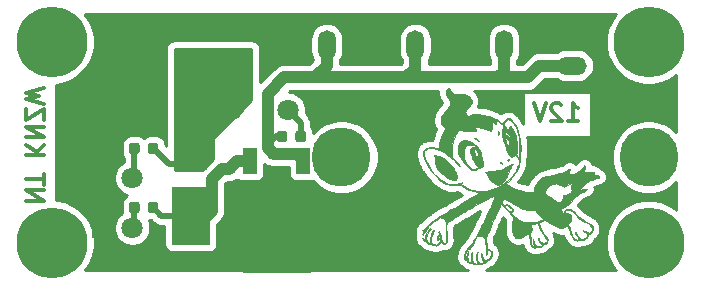
<source format=gbr>
G04 #@! TF.GenerationSoftware,KiCad,Pcbnew,(5.1.2)-1*
G04 #@! TF.CreationDate,2019-06-25T18:02:42+09:00*
G04 #@! TF.ProjectId,___12V,06fb5f31-3256-42e6-9b69-6361645f7063,rev?*
G04 #@! TF.SameCoordinates,Original*
G04 #@! TF.FileFunction,Copper,L2,Bot*
G04 #@! TF.FilePolarity,Positive*
%FSLAX46Y46*%
G04 Gerber Fmt 4.6, Leading zero omitted, Abs format (unit mm)*
G04 Created by KiCad (PCBNEW (5.1.2)-1) date 2019-06-25 18:02:42*
%MOMM*%
%LPD*%
G04 APERTURE LIST*
%ADD10C,0.300000*%
%ADD11C,0.010000*%
%ADD12C,0.100000*%
%ADD13C,0.875000*%
%ADD14R,0.950000X1.000000*%
%ADD15R,3.200000X4.900000*%
%ADD16C,6.500000*%
%ADD17O,1.500000X2.500000*%
%ADD18O,2.500000X1.500000*%
%ADD19R,1.200000X2.200000*%
%ADD20R,5.800000X6.400000*%
%ADD21R,1.800000X1.800000*%
%ADD22C,1.800000*%
%ADD23C,6.000000*%
%ADD24C,5.000000*%
%ADD25C,0.500000*%
%ADD26C,1.000000*%
%ADD27C,0.254000*%
G04 APERTURE END LIST*
D10*
X216321428Y-71678571D02*
X217821428Y-71678571D01*
X216321428Y-70821428D01*
X217821428Y-70821428D01*
X217821428Y-70321428D02*
X217821428Y-69464285D01*
X216321428Y-69892857D02*
X217821428Y-69892857D01*
X216321428Y-67821428D02*
X217821428Y-67821428D01*
X216321428Y-66964285D02*
X217178571Y-67607142D01*
X217821428Y-66964285D02*
X216964285Y-67821428D01*
X216321428Y-66321428D02*
X217821428Y-66321428D01*
X216321428Y-65464285D01*
X217821428Y-65464285D01*
X217821428Y-64892857D02*
X217821428Y-63892857D01*
X216321428Y-64892857D01*
X216321428Y-63892857D01*
X217821428Y-63464285D02*
X216321428Y-63107142D01*
X217392857Y-62821428D01*
X216321428Y-62535714D01*
X217821428Y-62178571D01*
X262178571Y-64928571D02*
X263035714Y-64928571D01*
X262607142Y-64928571D02*
X262607142Y-63428571D01*
X262750000Y-63642857D01*
X262892857Y-63785714D01*
X263035714Y-63857142D01*
X261607142Y-63571428D02*
X261535714Y-63500000D01*
X261392857Y-63428571D01*
X261035714Y-63428571D01*
X260892857Y-63500000D01*
X260821428Y-63571428D01*
X260750000Y-63714285D01*
X260750000Y-63857142D01*
X260821428Y-64071428D01*
X261678571Y-64928571D01*
X260750000Y-64928571D01*
X260321428Y-63428571D02*
X259821428Y-64928571D01*
X259321428Y-63428571D01*
D11*
G36*
X256241227Y-65849708D02*
G01*
X256227825Y-65934427D01*
X256226106Y-65984808D01*
X256233547Y-66085348D01*
X256252374Y-66145657D01*
X256263569Y-66153392D01*
X256285912Y-66119908D01*
X256299314Y-66035190D01*
X256301033Y-65984808D01*
X256293592Y-65884269D01*
X256274765Y-65823960D01*
X256263569Y-65816224D01*
X256241227Y-65849708D01*
X256241227Y-65849708D01*
G37*
X256241227Y-65849708D02*
X256227825Y-65934427D01*
X256226106Y-65984808D01*
X256233547Y-66085348D01*
X256252374Y-66145657D01*
X256263569Y-66153392D01*
X256285912Y-66119908D01*
X256299314Y-66035190D01*
X256301033Y-65984808D01*
X256293592Y-65884269D01*
X256274765Y-65823960D01*
X256263569Y-65816224D01*
X256241227Y-65849708D01*
G36*
X254245666Y-66354820D02*
G01*
X254240561Y-66378171D01*
X254264835Y-66414586D01*
X254272277Y-66415634D01*
X254315369Y-66439740D01*
X254390154Y-66501237D01*
X254439004Y-66546755D01*
X254533793Y-66634656D01*
X254588105Y-66671916D01*
X254611702Y-66663484D01*
X254615192Y-66636100D01*
X254589526Y-66588434D01*
X254524108Y-66513426D01*
X254476750Y-66467516D01*
X254369132Y-66381581D01*
X254289048Y-66342859D01*
X254245666Y-66354820D01*
X254245666Y-66354820D01*
G37*
X254245666Y-66354820D02*
X254240561Y-66378171D01*
X254264835Y-66414586D01*
X254272277Y-66415634D01*
X254315369Y-66439740D01*
X254390154Y-66501237D01*
X254439004Y-66546755D01*
X254533793Y-66634656D01*
X254588105Y-66671916D01*
X254611702Y-66663484D01*
X254615192Y-66636100D01*
X254589526Y-66588434D01*
X254524108Y-66513426D01*
X254476750Y-66467516D01*
X254369132Y-66381581D01*
X254289048Y-66342859D01*
X254245666Y-66354820D01*
G36*
X257060503Y-68169990D02*
G01*
X257050295Y-68211653D01*
X257066385Y-68283632D01*
X257101967Y-68307561D01*
X257138008Y-68271750D01*
X257140027Y-68266780D01*
X257161083Y-68179894D01*
X257134172Y-68142423D01*
X257106490Y-68138938D01*
X257060503Y-68169990D01*
X257060503Y-68169990D01*
G37*
X257060503Y-68169990D02*
X257050295Y-68211653D01*
X257066385Y-68283632D01*
X257101967Y-68307561D01*
X257138008Y-68271750D01*
X257140027Y-68266780D01*
X257161083Y-68179894D01*
X257134172Y-68142423D01*
X257106490Y-68138938D01*
X257060503Y-68169990D01*
G36*
X256378334Y-68416918D02*
G01*
X256391588Y-68454433D01*
X256455643Y-68499962D01*
X256471379Y-68507556D01*
X256556634Y-68543227D01*
X256593650Y-68546884D01*
X256600738Y-68527065D01*
X256571615Y-68483746D01*
X256506353Y-68435167D01*
X256438106Y-68404561D01*
X256422788Y-68402371D01*
X256378334Y-68416918D01*
X256378334Y-68416918D01*
G37*
X256378334Y-68416918D02*
X256391588Y-68454433D01*
X256455643Y-68499962D01*
X256471379Y-68507556D01*
X256556634Y-68543227D01*
X256593650Y-68546884D01*
X256600738Y-68527065D01*
X256571615Y-68483746D01*
X256506353Y-68435167D01*
X256438106Y-68404561D01*
X256422788Y-68402371D01*
X256378334Y-68416918D01*
G36*
X253345776Y-66579627D02*
G01*
X253160007Y-66639783D01*
X253013790Y-66758960D01*
X252907077Y-66925273D01*
X252849187Y-67056812D01*
X252824365Y-67163253D01*
X252825682Y-67282853D01*
X252831756Y-67341078D01*
X252898132Y-67637351D01*
X253024515Y-67948416D01*
X253201940Y-68259795D01*
X253421441Y-68557011D01*
X253674053Y-68825586D01*
X253839344Y-68968195D01*
X253942721Y-69048055D01*
X254017300Y-69090848D01*
X254090055Y-69102005D01*
X254187961Y-69086958D01*
X254298568Y-69060664D01*
X254431854Y-69020099D01*
X254595145Y-68959035D01*
X254743573Y-68894982D01*
X254792211Y-68872221D01*
X254602266Y-68872221D01*
X254600796Y-68877621D01*
X254540808Y-68908196D01*
X254432743Y-68940993D01*
X254301000Y-68971073D01*
X254169979Y-68993494D01*
X254064080Y-69003316D01*
X254010242Y-68997208D01*
X253953230Y-68952527D01*
X253868757Y-68870174D01*
X253795496Y-68790755D01*
X253621344Y-68556401D01*
X253488747Y-68302707D01*
X253398846Y-68040676D01*
X253352785Y-67781308D01*
X253351708Y-67535604D01*
X253396758Y-67314568D01*
X253489077Y-67129199D01*
X253609894Y-67004638D01*
X253729138Y-66953137D01*
X253890602Y-66932140D01*
X254067827Y-66942196D01*
X254234355Y-66983855D01*
X254252998Y-66991268D01*
X254354425Y-67045281D01*
X254384664Y-67089362D01*
X254343869Y-67118395D01*
X254248896Y-67127433D01*
X254086525Y-67155554D01*
X253972613Y-67236809D01*
X253907934Y-67366537D01*
X253893265Y-67540078D01*
X253929379Y-67752772D01*
X254017053Y-67999959D01*
X254081108Y-68136299D01*
X254179853Y-68306869D01*
X254303152Y-68485905D01*
X254423607Y-68633833D01*
X254514753Y-68738792D01*
X254577836Y-68823111D01*
X254602266Y-68872221D01*
X254792211Y-68872221D01*
X254999448Y-68775243D01*
X254973993Y-68516909D01*
X254907298Y-68078780D01*
X254841342Y-67840221D01*
X254574485Y-67840221D01*
X254551173Y-67890764D01*
X254482074Y-67915449D01*
X254400637Y-67877446D01*
X254319673Y-67784647D01*
X254287390Y-67728271D01*
X254225848Y-67574393D01*
X254206496Y-67449293D01*
X254227711Y-67362939D01*
X254287869Y-67325297D01*
X254351725Y-67333092D01*
X254423321Y-67386626D01*
X254489476Y-67486701D01*
X254542108Y-67610721D01*
X254573138Y-67736093D01*
X254574485Y-67840221D01*
X254841342Y-67840221D01*
X254799751Y-67689793D01*
X254653700Y-67353216D01*
X254471492Y-67072318D01*
X254255476Y-66850368D01*
X254007998Y-66690633D01*
X253731406Y-66596383D01*
X253578757Y-66574490D01*
X253345776Y-66579627D01*
X253345776Y-66579627D01*
G37*
X253345776Y-66579627D02*
X253160007Y-66639783D01*
X253013790Y-66758960D01*
X252907077Y-66925273D01*
X252849187Y-67056812D01*
X252824365Y-67163253D01*
X252825682Y-67282853D01*
X252831756Y-67341078D01*
X252898132Y-67637351D01*
X253024515Y-67948416D01*
X253201940Y-68259795D01*
X253421441Y-68557011D01*
X253674053Y-68825586D01*
X253839344Y-68968195D01*
X253942721Y-69048055D01*
X254017300Y-69090848D01*
X254090055Y-69102005D01*
X254187961Y-69086958D01*
X254298568Y-69060664D01*
X254431854Y-69020099D01*
X254595145Y-68959035D01*
X254743573Y-68894982D01*
X254792211Y-68872221D01*
X254602266Y-68872221D01*
X254600796Y-68877621D01*
X254540808Y-68908196D01*
X254432743Y-68940993D01*
X254301000Y-68971073D01*
X254169979Y-68993494D01*
X254064080Y-69003316D01*
X254010242Y-68997208D01*
X253953230Y-68952527D01*
X253868757Y-68870174D01*
X253795496Y-68790755D01*
X253621344Y-68556401D01*
X253488747Y-68302707D01*
X253398846Y-68040676D01*
X253352785Y-67781308D01*
X253351708Y-67535604D01*
X253396758Y-67314568D01*
X253489077Y-67129199D01*
X253609894Y-67004638D01*
X253729138Y-66953137D01*
X253890602Y-66932140D01*
X254067827Y-66942196D01*
X254234355Y-66983855D01*
X254252998Y-66991268D01*
X254354425Y-67045281D01*
X254384664Y-67089362D01*
X254343869Y-67118395D01*
X254248896Y-67127433D01*
X254086525Y-67155554D01*
X253972613Y-67236809D01*
X253907934Y-67366537D01*
X253893265Y-67540078D01*
X253929379Y-67752772D01*
X254017053Y-67999959D01*
X254081108Y-68136299D01*
X254179853Y-68306869D01*
X254303152Y-68485905D01*
X254423607Y-68633833D01*
X254514753Y-68738792D01*
X254577836Y-68823111D01*
X254602266Y-68872221D01*
X254792211Y-68872221D01*
X254999448Y-68775243D01*
X254973993Y-68516909D01*
X254907298Y-68078780D01*
X254841342Y-67840221D01*
X254574485Y-67840221D01*
X254551173Y-67890764D01*
X254482074Y-67915449D01*
X254400637Y-67877446D01*
X254319673Y-67784647D01*
X254287390Y-67728271D01*
X254225848Y-67574393D01*
X254206496Y-67449293D01*
X254227711Y-67362939D01*
X254287869Y-67325297D01*
X254351725Y-67333092D01*
X254423321Y-67386626D01*
X254489476Y-67486701D01*
X254542108Y-67610721D01*
X254573138Y-67736093D01*
X254574485Y-67840221D01*
X254841342Y-67840221D01*
X254799751Y-67689793D01*
X254653700Y-67353216D01*
X254471492Y-67072318D01*
X254255476Y-66850368D01*
X254007998Y-66690633D01*
X253731406Y-66596383D01*
X253578757Y-66574490D01*
X253345776Y-66579627D01*
G36*
X250802151Y-67858082D02*
G01*
X250803867Y-67895226D01*
X250855980Y-67920778D01*
X250885514Y-67937454D01*
X250904496Y-67982665D01*
X250915356Y-68070054D01*
X250920526Y-68213264D01*
X250921540Y-68288790D01*
X250925310Y-68461875D01*
X250936231Y-68585160D01*
X250959869Y-68683756D01*
X251001786Y-68782774D01*
X251052462Y-68879611D01*
X251199973Y-69097739D01*
X251401108Y-69319440D01*
X251637128Y-69528871D01*
X251889289Y-69710192D01*
X252138851Y-69847560D01*
X252251239Y-69892895D01*
X252409208Y-69928986D01*
X252559306Y-69931180D01*
X252672282Y-69899051D01*
X252672294Y-69899044D01*
X252736066Y-69832170D01*
X252757840Y-69725455D01*
X252737788Y-69571135D01*
X252683822Y-69384224D01*
X252622403Y-69215916D01*
X252552798Y-69047258D01*
X252489510Y-68913273D01*
X252486336Y-68907299D01*
X252375829Y-68741070D01*
X252219321Y-68557404D01*
X252036262Y-68375331D01*
X251846104Y-68213881D01*
X251668298Y-68092085D01*
X251633387Y-68072823D01*
X251477047Y-68002391D01*
X251292979Y-67936255D01*
X251106916Y-67882164D01*
X250944587Y-67847865D01*
X250859513Y-67839787D01*
X250802151Y-67858082D01*
X250802151Y-67858082D01*
G37*
X250802151Y-67858082D02*
X250803867Y-67895226D01*
X250855980Y-67920778D01*
X250885514Y-67937454D01*
X250904496Y-67982665D01*
X250915356Y-68070054D01*
X250920526Y-68213264D01*
X250921540Y-68288790D01*
X250925310Y-68461875D01*
X250936231Y-68585160D01*
X250959869Y-68683756D01*
X251001786Y-68782774D01*
X251052462Y-68879611D01*
X251199973Y-69097739D01*
X251401108Y-69319440D01*
X251637128Y-69528871D01*
X251889289Y-69710192D01*
X252138851Y-69847560D01*
X252251239Y-69892895D01*
X252409208Y-69928986D01*
X252559306Y-69931180D01*
X252672282Y-69899051D01*
X252672294Y-69899044D01*
X252736066Y-69832170D01*
X252757840Y-69725455D01*
X252737788Y-69571135D01*
X252683822Y-69384224D01*
X252622403Y-69215916D01*
X252552798Y-69047258D01*
X252489510Y-68913273D01*
X252486336Y-68907299D01*
X252375829Y-68741070D01*
X252219321Y-68557404D01*
X252036262Y-68375331D01*
X251846104Y-68213881D01*
X251668298Y-68092085D01*
X251633387Y-68072823D01*
X251477047Y-68002391D01*
X251292979Y-67936255D01*
X251106916Y-67882164D01*
X250944587Y-67847865D01*
X250859513Y-67839787D01*
X250802151Y-67858082D01*
G36*
X257416491Y-68569732D02*
G01*
X257331037Y-68621821D01*
X257273252Y-68664865D01*
X257118094Y-68767710D01*
X256914001Y-68874709D01*
X256685393Y-68974749D01*
X256456688Y-69056712D01*
X256338496Y-69090366D01*
X256202620Y-69118269D01*
X256017307Y-69147723D01*
X255807863Y-69175055D01*
X255617331Y-69195014D01*
X255438270Y-69213498D01*
X255289799Y-69233157D01*
X255185900Y-69251816D01*
X255140562Y-69267301D01*
X255139676Y-69269274D01*
X255169399Y-69298277D01*
X255186505Y-69300511D01*
X255224148Y-69331993D01*
X255281610Y-69415196D01*
X255347793Y-69533592D01*
X255362077Y-69562019D01*
X255517994Y-69832392D01*
X255690232Y-70049353D01*
X255872926Y-70209412D01*
X256060211Y-70309080D01*
X256246225Y-70344865D01*
X256425101Y-70313277D01*
X256530844Y-70257654D01*
X256580754Y-70211898D01*
X256363471Y-70211898D01*
X256358329Y-70234169D01*
X256338496Y-70236873D01*
X256307659Y-70223166D01*
X256313520Y-70211898D01*
X256213619Y-70211898D01*
X256208476Y-70234169D01*
X256188643Y-70236873D01*
X256157807Y-70223166D01*
X256163668Y-70211898D01*
X256208128Y-70207414D01*
X256213619Y-70211898D01*
X256313520Y-70211898D01*
X256357980Y-70207414D01*
X256363471Y-70211898D01*
X256580754Y-70211898D01*
X256594376Y-70199410D01*
X256026183Y-70199410D01*
X255994303Y-70174972D01*
X255945133Y-70124484D01*
X255906919Y-70070685D01*
X255911583Y-70049557D01*
X255955992Y-70077825D01*
X255992633Y-70124484D01*
X256023661Y-70181727D01*
X256026183Y-70199410D01*
X256594376Y-70199410D01*
X256658143Y-70140952D01*
X256784911Y-69974631D01*
X256627089Y-69974631D01*
X256618427Y-70001569D01*
X256579704Y-70066542D01*
X256578561Y-70068289D01*
X256524881Y-70135102D01*
X256484287Y-70161947D01*
X256483422Y-70143215D01*
X256151180Y-70143215D01*
X256132449Y-70161947D01*
X256113717Y-70143215D01*
X256132449Y-70124484D01*
X256151180Y-70143215D01*
X256483422Y-70143215D01*
X256483181Y-70138023D01*
X256523445Y-70079329D01*
X256532815Y-70068289D01*
X256567416Y-70030826D01*
X256488348Y-70030826D01*
X256469617Y-70049557D01*
X256450885Y-70030826D01*
X256038791Y-70030826D01*
X256020059Y-70049557D01*
X256001328Y-70030826D01*
X256020059Y-70012094D01*
X256038791Y-70030826D01*
X256450885Y-70030826D01*
X256469617Y-70012094D01*
X256488348Y-70030826D01*
X256567416Y-70030826D01*
X256591652Y-70004586D01*
X256613800Y-69985370D01*
X255882899Y-69985370D01*
X255873784Y-70006306D01*
X255836063Y-70046524D01*
X255814377Y-70038274D01*
X255814012Y-70033037D01*
X255840621Y-70001350D01*
X255857263Y-69989785D01*
X255882899Y-69985370D01*
X256613800Y-69985370D01*
X256625858Y-69974909D01*
X256627089Y-69974631D01*
X256784911Y-69974631D01*
X256792799Y-69964282D01*
X256824126Y-69912193D01*
X256700639Y-69912193D01*
X256695497Y-69934464D01*
X256675664Y-69937168D01*
X256644827Y-69923461D01*
X256650688Y-69912193D01*
X256668029Y-69910444D01*
X256557236Y-69910444D01*
X256548120Y-69931380D01*
X256510399Y-69971598D01*
X256488713Y-69963348D01*
X256488348Y-69958111D01*
X256514958Y-69926424D01*
X256526452Y-69918436D01*
X255888938Y-69918436D01*
X255870207Y-69937168D01*
X255851475Y-69918436D01*
X255870207Y-69899705D01*
X255888938Y-69918436D01*
X256526452Y-69918436D01*
X256531600Y-69914859D01*
X256557236Y-69910444D01*
X256668029Y-69910444D01*
X256695148Y-69907709D01*
X256700639Y-69912193D01*
X256824126Y-69912193D01*
X256845555Y-69876562D01*
X255701623Y-69876562D01*
X255683488Y-69880327D01*
X255646619Y-69841305D01*
X255603686Y-69770429D01*
X255591616Y-69731121D01*
X255609751Y-69727356D01*
X255646619Y-69766378D01*
X255689552Y-69837254D01*
X255701623Y-69876562D01*
X256845555Y-69876562D01*
X256887964Y-69806047D01*
X256750590Y-69806047D01*
X256731859Y-69824779D01*
X256488348Y-69824779D01*
X256474641Y-69855615D01*
X256463373Y-69849754D01*
X256458889Y-69805294D01*
X256463373Y-69799803D01*
X256485645Y-69804946D01*
X256488348Y-69824779D01*
X256731859Y-69824779D01*
X256713127Y-69806047D01*
X256731859Y-69787316D01*
X256750590Y-69806047D01*
X256887964Y-69806047D01*
X256927050Y-69741058D01*
X256976131Y-69641261D01*
X256852367Y-69641261D01*
X256844506Y-69678800D01*
X256841839Y-69685908D01*
X256812161Y-69731783D01*
X256795288Y-69732112D01*
X256795393Y-69731121D01*
X255739086Y-69731121D01*
X255720354Y-69749852D01*
X255701623Y-69731121D01*
X255720354Y-69712389D01*
X255739086Y-69731121D01*
X256795393Y-69731121D01*
X256799491Y-69692481D01*
X256820868Y-69664936D01*
X256852367Y-69641261D01*
X256976131Y-69641261D01*
X256987211Y-69618731D01*
X256788053Y-69618731D01*
X256769322Y-69637463D01*
X256750590Y-69618731D01*
X256769322Y-69600000D01*
X256788053Y-69618731D01*
X256987211Y-69618731D01*
X257005637Y-69581268D01*
X256900443Y-69581268D01*
X256881711Y-69600000D01*
X256862979Y-69581268D01*
X256881711Y-69562537D01*
X256900443Y-69581268D01*
X257005637Y-69581268D01*
X257053132Y-69484698D01*
X257059443Y-69468879D01*
X256937906Y-69468879D01*
X256919174Y-69487610D01*
X256900443Y-69468879D01*
X256919174Y-69450147D01*
X256937906Y-69468879D01*
X257059443Y-69468879D01*
X257089337Y-69393953D01*
X256899295Y-69393953D01*
X256883836Y-69400654D01*
X256878341Y-69393953D01*
X256788053Y-69393953D01*
X256769322Y-69412684D01*
X256750590Y-69393953D01*
X256769322Y-69375221D01*
X256788053Y-69393953D01*
X256878341Y-69393953D01*
X256862979Y-69375221D01*
X256851190Y-69349821D01*
X255661182Y-69349821D01*
X255638621Y-69388272D01*
X255602867Y-69384701D01*
X255565914Y-69339331D01*
X255552344Y-69290929D01*
X255582245Y-69265984D01*
X255607965Y-69262832D01*
X255655163Y-69290601D01*
X255661182Y-69349821D01*
X256851190Y-69349821D01*
X256831279Y-69306925D01*
X256826664Y-69281563D01*
X256842123Y-69274862D01*
X256862979Y-69300295D01*
X256894680Y-69368591D01*
X256899295Y-69393953D01*
X257089337Y-69393953D01*
X257163284Y-69208616D01*
X257198713Y-69103326D01*
X257245609Y-69001978D01*
X257304023Y-68931590D01*
X257315537Y-68924058D01*
X257374295Y-68854576D01*
X257387463Y-68786809D01*
X257389722Y-68776855D01*
X257303429Y-68776855D01*
X257290698Y-68818302D01*
X257261969Y-68846668D01*
X257245581Y-68818453D01*
X257245300Y-68759968D01*
X257252440Y-68748494D01*
X257288469Y-68739765D01*
X257303429Y-68776855D01*
X257389722Y-68776855D01*
X257410827Y-68683898D01*
X257449464Y-68619543D01*
X257486649Y-68565778D01*
X257472010Y-68550113D01*
X257416491Y-68569732D01*
X257416491Y-68569732D01*
G37*
X257416491Y-68569732D02*
X257331037Y-68621821D01*
X257273252Y-68664865D01*
X257118094Y-68767710D01*
X256914001Y-68874709D01*
X256685393Y-68974749D01*
X256456688Y-69056712D01*
X256338496Y-69090366D01*
X256202620Y-69118269D01*
X256017307Y-69147723D01*
X255807863Y-69175055D01*
X255617331Y-69195014D01*
X255438270Y-69213498D01*
X255289799Y-69233157D01*
X255185900Y-69251816D01*
X255140562Y-69267301D01*
X255139676Y-69269274D01*
X255169399Y-69298277D01*
X255186505Y-69300511D01*
X255224148Y-69331993D01*
X255281610Y-69415196D01*
X255347793Y-69533592D01*
X255362077Y-69562019D01*
X255517994Y-69832392D01*
X255690232Y-70049353D01*
X255872926Y-70209412D01*
X256060211Y-70309080D01*
X256246225Y-70344865D01*
X256425101Y-70313277D01*
X256530844Y-70257654D01*
X256580754Y-70211898D01*
X256363471Y-70211898D01*
X256358329Y-70234169D01*
X256338496Y-70236873D01*
X256307659Y-70223166D01*
X256313520Y-70211898D01*
X256213619Y-70211898D01*
X256208476Y-70234169D01*
X256188643Y-70236873D01*
X256157807Y-70223166D01*
X256163668Y-70211898D01*
X256208128Y-70207414D01*
X256213619Y-70211898D01*
X256313520Y-70211898D01*
X256357980Y-70207414D01*
X256363471Y-70211898D01*
X256580754Y-70211898D01*
X256594376Y-70199410D01*
X256026183Y-70199410D01*
X255994303Y-70174972D01*
X255945133Y-70124484D01*
X255906919Y-70070685D01*
X255911583Y-70049557D01*
X255955992Y-70077825D01*
X255992633Y-70124484D01*
X256023661Y-70181727D01*
X256026183Y-70199410D01*
X256594376Y-70199410D01*
X256658143Y-70140952D01*
X256784911Y-69974631D01*
X256627089Y-69974631D01*
X256618427Y-70001569D01*
X256579704Y-70066542D01*
X256578561Y-70068289D01*
X256524881Y-70135102D01*
X256484287Y-70161947D01*
X256483422Y-70143215D01*
X256151180Y-70143215D01*
X256132449Y-70161947D01*
X256113717Y-70143215D01*
X256132449Y-70124484D01*
X256151180Y-70143215D01*
X256483422Y-70143215D01*
X256483181Y-70138023D01*
X256523445Y-70079329D01*
X256532815Y-70068289D01*
X256567416Y-70030826D01*
X256488348Y-70030826D01*
X256469617Y-70049557D01*
X256450885Y-70030826D01*
X256038791Y-70030826D01*
X256020059Y-70049557D01*
X256001328Y-70030826D01*
X256020059Y-70012094D01*
X256038791Y-70030826D01*
X256450885Y-70030826D01*
X256469617Y-70012094D01*
X256488348Y-70030826D01*
X256567416Y-70030826D01*
X256591652Y-70004586D01*
X256613800Y-69985370D01*
X255882899Y-69985370D01*
X255873784Y-70006306D01*
X255836063Y-70046524D01*
X255814377Y-70038274D01*
X255814012Y-70033037D01*
X255840621Y-70001350D01*
X255857263Y-69989785D01*
X255882899Y-69985370D01*
X256613800Y-69985370D01*
X256625858Y-69974909D01*
X256627089Y-69974631D01*
X256784911Y-69974631D01*
X256792799Y-69964282D01*
X256824126Y-69912193D01*
X256700639Y-69912193D01*
X256695497Y-69934464D01*
X256675664Y-69937168D01*
X256644827Y-69923461D01*
X256650688Y-69912193D01*
X256668029Y-69910444D01*
X256557236Y-69910444D01*
X256548120Y-69931380D01*
X256510399Y-69971598D01*
X256488713Y-69963348D01*
X256488348Y-69958111D01*
X256514958Y-69926424D01*
X256526452Y-69918436D01*
X255888938Y-69918436D01*
X255870207Y-69937168D01*
X255851475Y-69918436D01*
X255870207Y-69899705D01*
X255888938Y-69918436D01*
X256526452Y-69918436D01*
X256531600Y-69914859D01*
X256557236Y-69910444D01*
X256668029Y-69910444D01*
X256695148Y-69907709D01*
X256700639Y-69912193D01*
X256824126Y-69912193D01*
X256845555Y-69876562D01*
X255701623Y-69876562D01*
X255683488Y-69880327D01*
X255646619Y-69841305D01*
X255603686Y-69770429D01*
X255591616Y-69731121D01*
X255609751Y-69727356D01*
X255646619Y-69766378D01*
X255689552Y-69837254D01*
X255701623Y-69876562D01*
X256845555Y-69876562D01*
X256887964Y-69806047D01*
X256750590Y-69806047D01*
X256731859Y-69824779D01*
X256488348Y-69824779D01*
X256474641Y-69855615D01*
X256463373Y-69849754D01*
X256458889Y-69805294D01*
X256463373Y-69799803D01*
X256485645Y-69804946D01*
X256488348Y-69824779D01*
X256731859Y-69824779D01*
X256713127Y-69806047D01*
X256731859Y-69787316D01*
X256750590Y-69806047D01*
X256887964Y-69806047D01*
X256927050Y-69741058D01*
X256976131Y-69641261D01*
X256852367Y-69641261D01*
X256844506Y-69678800D01*
X256841839Y-69685908D01*
X256812161Y-69731783D01*
X256795288Y-69732112D01*
X256795393Y-69731121D01*
X255739086Y-69731121D01*
X255720354Y-69749852D01*
X255701623Y-69731121D01*
X255720354Y-69712389D01*
X255739086Y-69731121D01*
X256795393Y-69731121D01*
X256799491Y-69692481D01*
X256820868Y-69664936D01*
X256852367Y-69641261D01*
X256976131Y-69641261D01*
X256987211Y-69618731D01*
X256788053Y-69618731D01*
X256769322Y-69637463D01*
X256750590Y-69618731D01*
X256769322Y-69600000D01*
X256788053Y-69618731D01*
X256987211Y-69618731D01*
X257005637Y-69581268D01*
X256900443Y-69581268D01*
X256881711Y-69600000D01*
X256862979Y-69581268D01*
X256881711Y-69562537D01*
X256900443Y-69581268D01*
X257005637Y-69581268D01*
X257053132Y-69484698D01*
X257059443Y-69468879D01*
X256937906Y-69468879D01*
X256919174Y-69487610D01*
X256900443Y-69468879D01*
X256919174Y-69450147D01*
X256937906Y-69468879D01*
X257059443Y-69468879D01*
X257089337Y-69393953D01*
X256899295Y-69393953D01*
X256883836Y-69400654D01*
X256878341Y-69393953D01*
X256788053Y-69393953D01*
X256769322Y-69412684D01*
X256750590Y-69393953D01*
X256769322Y-69375221D01*
X256788053Y-69393953D01*
X256878341Y-69393953D01*
X256862979Y-69375221D01*
X256851190Y-69349821D01*
X255661182Y-69349821D01*
X255638621Y-69388272D01*
X255602867Y-69384701D01*
X255565914Y-69339331D01*
X255552344Y-69290929D01*
X255582245Y-69265984D01*
X255607965Y-69262832D01*
X255655163Y-69290601D01*
X255661182Y-69349821D01*
X256851190Y-69349821D01*
X256831279Y-69306925D01*
X256826664Y-69281563D01*
X256842123Y-69274862D01*
X256862979Y-69300295D01*
X256894680Y-69368591D01*
X256899295Y-69393953D01*
X257089337Y-69393953D01*
X257163284Y-69208616D01*
X257198713Y-69103326D01*
X257245609Y-69001978D01*
X257304023Y-68931590D01*
X257315537Y-68924058D01*
X257374295Y-68854576D01*
X257387463Y-68786809D01*
X257389722Y-68776855D01*
X257303429Y-68776855D01*
X257290698Y-68818302D01*
X257261969Y-68846668D01*
X257245581Y-68818453D01*
X257245300Y-68759968D01*
X257252440Y-68748494D01*
X257288469Y-68739765D01*
X257303429Y-68776855D01*
X257389722Y-68776855D01*
X257410827Y-68683898D01*
X257449464Y-68619543D01*
X257486649Y-68565778D01*
X257472010Y-68550113D01*
X257416491Y-68569732D01*
G36*
X250325597Y-73925307D02*
G01*
X250254668Y-73980601D01*
X250164658Y-74068453D01*
X250068020Y-74174813D01*
X249977207Y-74285632D01*
X249904672Y-74386862D01*
X249862868Y-74464454D01*
X249857375Y-74489280D01*
X249864869Y-74567214D01*
X249885122Y-74572384D01*
X249914207Y-74505659D01*
X249950112Y-74444223D01*
X250024789Y-74346796D01*
X250124505Y-74230838D01*
X250165479Y-74186216D01*
X250263243Y-74075826D01*
X250333329Y-73985171D01*
X250365608Y-73927937D01*
X250364992Y-73916619D01*
X250325597Y-73925307D01*
X250325597Y-73925307D01*
G37*
X250325597Y-73925307D02*
X250254668Y-73980601D01*
X250164658Y-74068453D01*
X250068020Y-74174813D01*
X249977207Y-74285632D01*
X249904672Y-74386862D01*
X249862868Y-74464454D01*
X249857375Y-74489280D01*
X249864869Y-74567214D01*
X249885122Y-74572384D01*
X249914207Y-74505659D01*
X249950112Y-74444223D01*
X250024789Y-74346796D01*
X250124505Y-74230838D01*
X250165479Y-74186216D01*
X250263243Y-74075826D01*
X250333329Y-73985171D01*
X250365608Y-73927937D01*
X250364992Y-73916619D01*
X250325597Y-73925307D01*
G36*
X252052599Y-62140706D02*
G01*
X251990130Y-62184182D01*
X251874628Y-62307948D01*
X251821168Y-62464715D01*
X251829477Y-62645883D01*
X251899281Y-62842854D01*
X252017088Y-63029990D01*
X252152511Y-63231737D01*
X252223251Y-63397774D01*
X252229819Y-63529321D01*
X252228617Y-63534436D01*
X252194489Y-63596572D01*
X252118796Y-63697139D01*
X252013086Y-63821720D01*
X251901249Y-63943068D01*
X251769754Y-64087892D01*
X251650121Y-64233110D01*
X251557260Y-64359861D01*
X251512335Y-64435142D01*
X251425320Y-64679485D01*
X251403538Y-64910319D01*
X251445401Y-65119353D01*
X251549319Y-65298295D01*
X251703408Y-65432445D01*
X251868442Y-65537106D01*
X251706920Y-65777549D01*
X251610289Y-65934778D01*
X251517347Y-66108066D01*
X251453612Y-66247268D01*
X251394456Y-66417493D01*
X251338173Y-66618381D01*
X251290463Y-66825081D01*
X251257025Y-67012740D01*
X251243559Y-67156507D01*
X251243510Y-67163317D01*
X251239492Y-67242980D01*
X251229796Y-67277259D01*
X251229489Y-67277286D01*
X251188926Y-67265946D01*
X251102745Y-67237304D01*
X251056195Y-67221091D01*
X250909527Y-67188249D01*
X250720359Y-67171448D01*
X250517892Y-67170827D01*
X250331325Y-67186525D01*
X250194543Y-67216986D01*
X250066775Y-67299332D01*
X249981372Y-67435348D01*
X249939302Y-67616252D01*
X249941535Y-67833263D01*
X249989040Y-68077596D01*
X250073074Y-68317810D01*
X250209067Y-68594689D01*
X250385585Y-68884956D01*
X250592035Y-69175956D01*
X250817827Y-69455033D01*
X251052370Y-69709531D01*
X251285071Y-69926794D01*
X251505340Y-70094164D01*
X251613211Y-70158205D01*
X251949628Y-70302822D01*
X252273958Y-70375665D01*
X252592113Y-70377695D01*
X252775536Y-70346944D01*
X252888225Y-70327703D01*
X252970718Y-70339938D01*
X253063698Y-70390832D01*
X253078269Y-70400392D01*
X253439299Y-70607004D01*
X253828702Y-70772260D01*
X254223529Y-70887695D01*
X254540266Y-70939738D01*
X254821239Y-70967404D01*
X253491298Y-71740411D01*
X253180601Y-71920700D01*
X252870248Y-72100237D01*
X252570722Y-72272996D01*
X252292512Y-72432948D01*
X252046103Y-72574067D01*
X251841980Y-72690325D01*
X251690630Y-72775695D01*
X251674336Y-72784791D01*
X251486039Y-72889953D01*
X251335844Y-72975618D01*
X251210937Y-73050797D01*
X251098502Y-73124505D01*
X250985726Y-73205755D01*
X250859794Y-73303560D01*
X250707890Y-73426935D01*
X250517201Y-73584891D01*
X250409956Y-73674122D01*
X250231064Y-73826190D01*
X250078122Y-73962433D01*
X249959373Y-74075045D01*
X249883060Y-74156223D01*
X249857375Y-74197298D01*
X249871123Y-74222632D01*
X249917858Y-74198834D01*
X249997861Y-74129382D01*
X250184433Y-73960265D01*
X250384533Y-73787841D01*
X250588757Y-73619318D01*
X250787701Y-73461908D01*
X250971960Y-73322823D01*
X251132129Y-73209272D01*
X251258803Y-73128466D01*
X251342577Y-73087617D01*
X251361224Y-73084071D01*
X251502316Y-73113673D01*
X251643154Y-73189406D01*
X251747541Y-73291657D01*
X251749364Y-73294372D01*
X251777994Y-73345394D01*
X251797306Y-73405947D01*
X251808637Y-73490077D01*
X251813324Y-73611832D01*
X251812702Y-73785259D01*
X251810079Y-73932573D01*
X251809231Y-74155432D01*
X251814791Y-74380736D01*
X251825760Y-74583550D01*
X251841138Y-74738938D01*
X251842878Y-74750897D01*
X251864135Y-74919973D01*
X251866657Y-75037400D01*
X251850370Y-75124092D01*
X251841470Y-75148044D01*
X251779795Y-75233940D01*
X251701271Y-75257288D01*
X251617191Y-75224978D01*
X251538851Y-75143900D01*
X251477546Y-75020947D01*
X251450131Y-74909295D01*
X251424098Y-74774233D01*
X251330075Y-74774233D01*
X251298863Y-74803957D01*
X251255754Y-74807375D01*
X251188429Y-74801154D01*
X251168584Y-74790406D01*
X251184745Y-74735302D01*
X251221504Y-74661298D01*
X251261277Y-74600407D01*
X251282735Y-74582596D01*
X251306591Y-74615103D01*
X251326199Y-74693443D01*
X251326428Y-74694985D01*
X251330075Y-74774233D01*
X251424098Y-74774233D01*
X251412387Y-74713476D01*
X251364739Y-74538742D01*
X251312784Y-74402230D01*
X251262115Y-74321077D01*
X251256406Y-74315889D01*
X251213295Y-74286649D01*
X251206881Y-74312034D01*
X251217711Y-74360936D01*
X251213228Y-74485136D01*
X251167730Y-74603002D01*
X251126804Y-74710023D01*
X251101580Y-74827815D01*
X251093890Y-74934903D01*
X251105567Y-75009808D01*
X251131121Y-75032153D01*
X251164723Y-75001970D01*
X251168584Y-74978170D01*
X251194966Y-74910834D01*
X251256840Y-74897573D01*
X251301346Y-74921126D01*
X251347671Y-75001214D01*
X251340093Y-75103186D01*
X251289258Y-75210885D01*
X251205813Y-75308154D01*
X251100406Y-75378835D01*
X250983684Y-75406773D01*
X250981311Y-75406785D01*
X250837234Y-75385482D01*
X250707006Y-75329740D01*
X250613464Y-75251806D01*
X250582602Y-75192945D01*
X250569672Y-75038134D01*
X250591843Y-74840621D01*
X250645444Y-74621819D01*
X250712279Y-74436743D01*
X250761347Y-74308383D01*
X250790529Y-74208256D01*
X250794814Y-74154372D01*
X250791924Y-74150516D01*
X250750976Y-74163193D01*
X250701787Y-74235000D01*
X250649154Y-74351286D01*
X250597874Y-74497397D01*
X250552744Y-74658680D01*
X250518559Y-74820483D01*
X250500118Y-74968154D01*
X250498696Y-75046231D01*
X250497159Y-75191863D01*
X250473993Y-75270420D01*
X250423556Y-75288028D01*
X250340206Y-75250816D01*
X250321334Y-75238809D01*
X250205212Y-75122331D01*
X250149509Y-74969663D01*
X250153393Y-74787772D01*
X250216031Y-74583621D01*
X250336593Y-74364177D01*
X250443033Y-74219827D01*
X250507226Y-74129828D01*
X250538316Y-74063600D01*
X250535041Y-74041438D01*
X250491969Y-74055058D01*
X250423560Y-74118377D01*
X250341935Y-74216200D01*
X250259213Y-74333335D01*
X250187514Y-74454588D01*
X250159482Y-74512245D01*
X250106906Y-74654742D01*
X250066531Y-74804948D01*
X250059279Y-74843572D01*
X250033032Y-75007708D01*
X249945390Y-74898176D01*
X249888610Y-74831511D01*
X249863574Y-74820694D01*
X249857597Y-74861239D01*
X249857561Y-74867129D01*
X249881908Y-74943901D01*
X249938779Y-75020545D01*
X250003443Y-75066428D01*
X250021044Y-75069616D01*
X250059552Y-75094645D01*
X250130555Y-75159111D01*
X250190243Y-75219469D01*
X250290751Y-75313136D01*
X250376349Y-75358329D01*
X250465433Y-75369321D01*
X250591521Y-75385969D01*
X250705379Y-75425285D01*
X250813099Y-75461362D01*
X250945419Y-75480542D01*
X250976310Y-75481480D01*
X251081379Y-75473761D01*
X251163540Y-75440800D01*
X251252351Y-75368432D01*
X251291021Y-75330626D01*
X251377512Y-75246520D01*
X251430781Y-75208843D01*
X251470307Y-75210770D01*
X251515572Y-75245472D01*
X251520758Y-75250117D01*
X251629138Y-75328019D01*
X251720590Y-75341824D01*
X251814057Y-75293216D01*
X251832686Y-75277858D01*
X251870624Y-75243370D01*
X251898755Y-75207207D01*
X251917806Y-75159147D01*
X251928500Y-75088967D01*
X251931564Y-74986443D01*
X251927724Y-74841353D01*
X251917703Y-74643474D01*
X251902229Y-74382582D01*
X251899455Y-74336935D01*
X251890011Y-74135204D01*
X251886077Y-73943999D01*
X251887775Y-73784450D01*
X251895228Y-73677691D01*
X251895612Y-73675052D01*
X251921512Y-73502340D01*
X252152375Y-73365044D01*
X251955310Y-73365044D01*
X251936578Y-73383776D01*
X251917847Y-73365044D01*
X251936578Y-73346313D01*
X251955310Y-73365044D01*
X252152375Y-73365044D01*
X252278363Y-73290118D01*
X252030236Y-73290118D01*
X252011505Y-73308849D01*
X251992773Y-73290118D01*
X251917847Y-73290118D01*
X251899115Y-73308849D01*
X251880384Y-73290118D01*
X251899115Y-73271386D01*
X251917847Y-73290118D01*
X251992773Y-73290118D01*
X252011505Y-73271386D01*
X252030236Y-73290118D01*
X252278363Y-73290118D01*
X252404352Y-73215192D01*
X252180089Y-73215192D01*
X252161357Y-73233923D01*
X252142625Y-73215192D01*
X251880384Y-73215192D01*
X251861652Y-73233923D01*
X251842920Y-73215192D01*
X251861652Y-73196460D01*
X251880384Y-73215192D01*
X252142625Y-73215192D01*
X252161357Y-73196460D01*
X252180089Y-73215192D01*
X252404352Y-73215192D01*
X252467348Y-73177728D01*
X252255015Y-73177728D01*
X252236283Y-73196460D01*
X252217552Y-73177728D01*
X252236283Y-73158997D01*
X252255015Y-73177728D01*
X252467348Y-73177728D01*
X252603835Y-73096558D01*
X251792970Y-73096558D01*
X251787827Y-73118830D01*
X251767994Y-73121534D01*
X251737158Y-73107827D01*
X251743019Y-73096558D01*
X251787479Y-73092075D01*
X251792970Y-73096558D01*
X252603835Y-73096558D01*
X252656329Y-73065339D01*
X251693068Y-73065339D01*
X251674336Y-73084071D01*
X251655605Y-73065339D01*
X251674336Y-73046608D01*
X251693068Y-73065339D01*
X252656329Y-73065339D01*
X252782318Y-72990413D01*
X251580679Y-72990413D01*
X251561947Y-73009144D01*
X251543215Y-72990413D01*
X251561947Y-72971681D01*
X251580679Y-72990413D01*
X252782318Y-72990413D01*
X252908307Y-72915487D01*
X252667109Y-72915487D01*
X252648378Y-72934218D01*
X252629646Y-72915487D01*
X252648378Y-72896755D01*
X252667109Y-72915487D01*
X252908307Y-72915487D01*
X252959281Y-72885173D01*
X252971387Y-72878023D01*
X252779499Y-72878023D01*
X252760767Y-72896755D01*
X252742036Y-72878023D01*
X252760767Y-72859292D01*
X252779499Y-72878023D01*
X252971387Y-72878023D01*
X253225113Y-72728171D01*
X252966814Y-72728171D01*
X252948083Y-72746903D01*
X252929351Y-72728171D01*
X252948083Y-72709439D01*
X252966814Y-72728171D01*
X253225113Y-72728171D01*
X253299117Y-72684464D01*
X253066716Y-72684464D01*
X253061573Y-72706736D01*
X253041741Y-72709439D01*
X253010904Y-72695732D01*
X253016765Y-72684464D01*
X253061225Y-72679980D01*
X253066716Y-72684464D01*
X253299117Y-72684464D01*
X253367989Y-72643788D01*
X253416070Y-72615782D01*
X252255015Y-72615782D01*
X252236283Y-72634513D01*
X252217552Y-72615782D01*
X252236283Y-72597050D01*
X252255015Y-72615782D01*
X253416070Y-72615782D01*
X253609026Y-72503392D01*
X252854425Y-72503392D01*
X252835693Y-72522124D01*
X252816962Y-72503392D01*
X252835693Y-72484661D01*
X252854425Y-72503392D01*
X253609026Y-72503392D01*
X253737662Y-72428466D01*
X252554720Y-72428466D01*
X252535988Y-72447198D01*
X252517257Y-72428466D01*
X252535988Y-72409734D01*
X252554720Y-72428466D01*
X253737662Y-72428466D01*
X253764553Y-72412803D01*
X253998249Y-72278613D01*
X252854425Y-72278613D01*
X252835693Y-72297345D01*
X252816962Y-72278613D01*
X252835693Y-72259882D01*
X252854425Y-72278613D01*
X253998249Y-72278613D01*
X254128736Y-72203687D01*
X253079204Y-72203687D01*
X253060472Y-72222419D01*
X253041741Y-72203687D01*
X252929351Y-72203687D01*
X252910620Y-72222419D01*
X252891888Y-72203687D01*
X252910620Y-72184956D01*
X252929351Y-72203687D01*
X253041741Y-72203687D01*
X253060472Y-72184956D01*
X253079204Y-72203687D01*
X254128736Y-72203687D01*
X254143573Y-72195168D01*
X254194762Y-72166224D01*
X253004277Y-72166224D01*
X252985546Y-72184956D01*
X252966814Y-72166224D01*
X252985546Y-72147492D01*
X253004277Y-72166224D01*
X254194762Y-72166224D01*
X254261018Y-72128761D01*
X253154130Y-72128761D01*
X253135398Y-72147492D01*
X253116667Y-72128761D01*
X253135398Y-72110029D01*
X253154130Y-72128761D01*
X254261018Y-72128761D01*
X254499650Y-71993832D01*
X254661368Y-71903982D01*
X253716077Y-71903982D01*
X253697345Y-71922714D01*
X253678614Y-71903982D01*
X253453835Y-71903982D01*
X253435103Y-71922714D01*
X253416372Y-71903982D01*
X253435103Y-71885251D01*
X253453835Y-71903982D01*
X253678614Y-71903982D01*
X253697345Y-71885251D01*
X253716077Y-71903982D01*
X254661368Y-71903982D01*
X254728797Y-71866519D01*
X253528761Y-71866519D01*
X253510030Y-71885251D01*
X253491298Y-71866519D01*
X253510030Y-71847787D01*
X253528761Y-71866519D01*
X254728797Y-71866519D01*
X254827384Y-71811745D01*
X255121377Y-71651856D01*
X255376228Y-71517114D01*
X255586539Y-71410469D01*
X255589721Y-71408969D01*
X255283489Y-71408969D01*
X255274374Y-71429905D01*
X255236653Y-71470123D01*
X255214967Y-71461873D01*
X255214602Y-71456636D01*
X255241211Y-71424949D01*
X255257853Y-71413384D01*
X255283489Y-71408969D01*
X255589721Y-71408969D01*
X255731712Y-71342035D01*
X255439381Y-71342035D01*
X255420649Y-71360767D01*
X255401918Y-71342035D01*
X255420649Y-71323304D01*
X255439381Y-71342035D01*
X255731712Y-71342035D01*
X255746910Y-71334871D01*
X255851942Y-71293268D01*
X255887044Y-71285841D01*
X255932979Y-71314897D01*
X255958683Y-71351401D01*
X255954405Y-71407648D01*
X255917616Y-71525163D01*
X255850589Y-71698854D01*
X255755600Y-71923627D01*
X255634926Y-72194389D01*
X255490840Y-72506048D01*
X255325618Y-72853512D01*
X255141537Y-73231686D01*
X254940870Y-73635480D01*
X254916756Y-73683481D01*
X254710183Y-74090599D01*
X254530558Y-74436032D01*
X254373942Y-74726355D01*
X254236396Y-74968146D01*
X254113980Y-75167983D01*
X254002755Y-75332442D01*
X253898781Y-75468100D01*
X253798119Y-75581534D01*
X253752252Y-75627664D01*
X253625556Y-75755359D01*
X253540902Y-75857061D01*
X253483341Y-75955420D01*
X253437923Y-76073083D01*
X253419422Y-76131896D01*
X253379929Y-76276203D01*
X253351878Y-76405866D01*
X253341446Y-76491355D01*
X253369561Y-76595891D01*
X253438946Y-76680812D01*
X253527160Y-76719219D01*
X253531711Y-76719437D01*
X253584873Y-76749633D01*
X253648338Y-76822362D01*
X253660861Y-76841192D01*
X253720055Y-76918446D01*
X253788476Y-76954297D01*
X253898025Y-76964971D01*
X253904479Y-76965120D01*
X254040156Y-76981962D01*
X254167081Y-77019225D01*
X254191979Y-77030681D01*
X254333444Y-77082294D01*
X254454248Y-77085977D01*
X254535898Y-77041694D01*
X254584497Y-77011310D01*
X254666043Y-77015723D01*
X254718820Y-77028305D01*
X254822360Y-77046266D01*
X254914112Y-77031214D01*
X255018306Y-76984817D01*
X255111595Y-76930752D01*
X255168716Y-76885171D01*
X255177139Y-76870062D01*
X255209319Y-76838915D01*
X255283857Y-76812897D01*
X255417306Y-76749492D01*
X255541890Y-76631099D01*
X255647060Y-76476918D01*
X255722266Y-76306150D01*
X255753981Y-76152428D01*
X255677417Y-76152428D01*
X255640732Y-76304515D01*
X255563686Y-76462418D01*
X255455074Y-76605298D01*
X255398031Y-76659320D01*
X255268447Y-76736412D01*
X255152135Y-76741225D01*
X255051807Y-76675660D01*
X254970169Y-76541617D01*
X254909932Y-76340996D01*
X254904373Y-76313082D01*
X254873488Y-76180306D01*
X254843812Y-76102094D01*
X254819555Y-76083670D01*
X254804926Y-76130253D01*
X254802508Y-76186711D01*
X254820358Y-76336770D01*
X254866985Y-76501449D01*
X254931999Y-76652190D01*
X255005012Y-76760439D01*
X255014731Y-76770070D01*
X255111801Y-76860079D01*
X255027365Y-76905267D01*
X254930077Y-76938062D01*
X254813282Y-76954127D01*
X254811538Y-76954180D01*
X254703143Y-76940483D01*
X254619434Y-76879808D01*
X254591628Y-76847315D01*
X254510239Y-76708375D01*
X254474667Y-76543592D01*
X254482230Y-76336758D01*
X254493784Y-76256207D01*
X254511287Y-76133337D01*
X254519204Y-76043445D01*
X254516597Y-76008692D01*
X254482390Y-76007559D01*
X254450703Y-76075009D01*
X254423581Y-76204701D01*
X254406413Y-76350465D01*
X254395477Y-76507979D01*
X254398915Y-76617101D01*
X254419733Y-76703499D01*
X254457415Y-76786127D01*
X254501048Y-76908567D01*
X254487633Y-76987369D01*
X254423967Y-77018108D01*
X254316847Y-76996359D01*
X254214367Y-76944341D01*
X254106609Y-76838411D01*
X254043283Y-76677662D01*
X254023652Y-76459459D01*
X254032851Y-76296665D01*
X254042049Y-76150048D01*
X254035496Y-76064025D01*
X254020346Y-76043658D01*
X253986407Y-76077905D01*
X253962846Y-76169099D01*
X253950149Y-76299915D01*
X253948798Y-76453030D01*
X253959277Y-76611119D01*
X253982070Y-76756859D01*
X253998643Y-76821018D01*
X254007647Y-76879645D01*
X253972520Y-76902191D01*
X253908625Y-76905310D01*
X253796071Y-76872592D01*
X253716371Y-76780541D01*
X253671985Y-76638308D01*
X253665377Y-76455047D01*
X253699010Y-76239910D01*
X253714042Y-76182047D01*
X253738532Y-76074712D01*
X253745452Y-75999367D01*
X253740470Y-75980637D01*
X253711522Y-75991455D01*
X253675085Y-76059041D01*
X253637135Y-76166457D01*
X253603647Y-76296763D01*
X253580596Y-76433022D01*
X253580450Y-76434257D01*
X253561472Y-76563575D01*
X253538958Y-76627150D01*
X253506278Y-76634099D01*
X253461328Y-76598112D01*
X253428999Y-76550362D01*
X253419976Y-76483890D01*
X253435417Y-76383070D01*
X253476480Y-76232279D01*
X253492274Y-76180440D01*
X253547820Y-76029982D01*
X253612182Y-75899948D01*
X253677404Y-75801414D01*
X253735528Y-75745457D01*
X253778598Y-75743150D01*
X253791459Y-75763984D01*
X253812495Y-75800401D01*
X253843235Y-75784404D01*
X253890334Y-75721806D01*
X253935934Y-75650132D01*
X254009235Y-75528311D01*
X254101259Y-75371529D01*
X254203029Y-75194974D01*
X254237099Y-75135177D01*
X254508419Y-74657522D01*
X254684230Y-74657522D01*
X254860316Y-74681995D01*
X254995763Y-74749748D01*
X255071093Y-74807928D01*
X255118207Y-74871178D01*
X255149626Y-74963391D01*
X255174981Y-75091746D01*
X255192181Y-75230040D01*
X255206169Y-75417757D01*
X255215432Y-75629410D01*
X255218477Y-75823709D01*
X255220724Y-76003911D01*
X255226869Y-76153487D01*
X255236018Y-76258458D01*
X255247277Y-76304845D01*
X255249320Y-76305900D01*
X255276813Y-76272555D01*
X255302809Y-76188732D01*
X255321405Y-76078753D01*
X255326991Y-75985902D01*
X255344974Y-75912200D01*
X255373820Y-75883927D01*
X255466371Y-75884837D01*
X255569482Y-75928263D01*
X255648337Y-75997095D01*
X255664945Y-76026993D01*
X255677417Y-76152428D01*
X255753981Y-76152428D01*
X255756960Y-76137993D01*
X255740591Y-75991648D01*
X255738391Y-75985635D01*
X255679370Y-75908105D01*
X255581314Y-75841737D01*
X255473791Y-75801946D01*
X255388556Y-75803270D01*
X255357343Y-75799949D01*
X255335339Y-75753152D01*
X255318386Y-75650464D01*
X255309992Y-75568754D01*
X255291415Y-75393056D01*
X255268130Y-75207240D01*
X255251548Y-75092915D01*
X255239890Y-75012994D01*
X255235638Y-74944386D01*
X255242175Y-74874347D01*
X255262883Y-74790131D01*
X255289190Y-74713717D01*
X255177139Y-74713717D01*
X255158407Y-74732448D01*
X255139676Y-74713717D01*
X255158407Y-74694985D01*
X255177139Y-74713717D01*
X255289190Y-74713717D01*
X255301145Y-74678995D01*
X255346339Y-74563864D01*
X254952360Y-74563864D01*
X254933628Y-74582596D01*
X254914897Y-74563864D01*
X254933628Y-74545133D01*
X254952360Y-74563864D01*
X255346339Y-74563864D01*
X255360343Y-74528192D01*
X255361079Y-74526401D01*
X254802508Y-74526401D01*
X254783776Y-74545133D01*
X254765044Y-74526401D01*
X254783776Y-74507669D01*
X254802508Y-74526401D01*
X255361079Y-74526401D01*
X255422665Y-74376549D01*
X255289528Y-74376549D01*
X255270797Y-74395280D01*
X255252065Y-74376549D01*
X255270797Y-74357817D01*
X255289528Y-74376549D01*
X255422665Y-74376549D01*
X255443860Y-74324979D01*
X255453544Y-74301622D01*
X255326991Y-74301622D01*
X255308260Y-74320354D01*
X255289528Y-74301622D01*
X255308260Y-74282891D01*
X255326991Y-74301622D01*
X255453544Y-74301622D01*
X255475849Y-74247826D01*
X255547538Y-74076844D01*
X255401918Y-74076844D01*
X255383186Y-74095575D01*
X255364454Y-74076844D01*
X255383186Y-74058112D01*
X255401918Y-74076844D01*
X255547538Y-74076844D01*
X255565624Y-74033708D01*
X255595112Y-73964454D01*
X254914897Y-73964454D01*
X254896165Y-73983186D01*
X254877434Y-73964454D01*
X254896165Y-73945723D01*
X254914897Y-73964454D01*
X255595112Y-73964454D01*
X255669913Y-73788787D01*
X255674927Y-73777139D01*
X255027286Y-73777139D01*
X255008555Y-73795870D01*
X254989823Y-73777139D01*
X255008555Y-73758407D01*
X255027286Y-73777139D01*
X255674927Y-73777139D01*
X255707184Y-73702212D01*
X255064749Y-73702212D01*
X255046018Y-73720944D01*
X255027286Y-73702212D01*
X255046018Y-73683481D01*
X255064749Y-73702212D01*
X255707184Y-73702212D01*
X255783778Y-73524300D01*
X255902278Y-73251484D01*
X256000199Y-73027876D01*
X255401918Y-73027876D01*
X255383186Y-73046608D01*
X255364454Y-73027876D01*
X255383186Y-73009144D01*
X255401918Y-73027876D01*
X256000199Y-73027876D01*
X256020476Y-72981574D01*
X256086284Y-72832567D01*
X255508268Y-72832567D01*
X255499153Y-72853504D01*
X255461431Y-72893722D01*
X255439745Y-72885472D01*
X255439381Y-72880234D01*
X255465990Y-72848548D01*
X255482632Y-72836983D01*
X255508268Y-72832567D01*
X256086284Y-72832567D01*
X256124117Y-72746903D01*
X256001328Y-72746903D01*
X255987620Y-72777739D01*
X255976352Y-72771878D01*
X255971869Y-72727418D01*
X255976352Y-72721927D01*
X255998624Y-72727070D01*
X256001328Y-72746903D01*
X256124117Y-72746903D01*
X256133434Y-72725809D01*
X256182519Y-72615782D01*
X255589233Y-72615782D01*
X255570502Y-72634513D01*
X255551770Y-72615782D01*
X255570502Y-72597050D01*
X255589233Y-72615782D01*
X256182519Y-72615782D01*
X256236213Y-72495424D01*
X256266504Y-72428466D01*
X256151180Y-72428466D01*
X256132449Y-72447198D01*
X256113717Y-72428466D01*
X256132449Y-72409734D01*
X256151180Y-72428466D01*
X256266504Y-72428466D01*
X256300401Y-72353540D01*
X256188643Y-72353540D01*
X256169912Y-72372271D01*
X256151180Y-72353540D01*
X256169912Y-72334808D01*
X256188643Y-72353540D01*
X256300401Y-72353540D01*
X256317350Y-72316077D01*
X255739086Y-72316077D01*
X255720354Y-72334808D01*
X255701623Y-72316077D01*
X255720354Y-72297345D01*
X255739086Y-72316077D01*
X256317350Y-72316077D01*
X256323874Y-72301657D01*
X256377943Y-72184956D01*
X256263569Y-72184956D01*
X256249862Y-72215792D01*
X256238594Y-72209931D01*
X256234186Y-72166224D01*
X255814012Y-72166224D01*
X255795280Y-72184956D01*
X255776549Y-72166224D01*
X255795280Y-72147492D01*
X255814012Y-72166224D01*
X256234186Y-72166224D01*
X256234110Y-72165471D01*
X256238594Y-72159980D01*
X256260866Y-72165123D01*
X256263569Y-72184956D01*
X256377943Y-72184956D01*
X256391478Y-72155743D01*
X256422914Y-72091298D01*
X256301033Y-72091298D01*
X256282301Y-72110029D01*
X256263569Y-72091298D01*
X256282301Y-72072566D01*
X255851475Y-72072566D01*
X255837768Y-72103403D01*
X255826500Y-72097542D01*
X255822016Y-72053082D01*
X255826500Y-72047591D01*
X255848771Y-72052733D01*
X255851475Y-72072566D01*
X256282301Y-72072566D01*
X256301033Y-72091298D01*
X256422914Y-72091298D01*
X256430370Y-72076015D01*
X256480586Y-71978908D01*
X256375959Y-71978908D01*
X256357227Y-71997640D01*
X256338496Y-71978908D01*
X255888938Y-71978908D01*
X255870207Y-71997640D01*
X255851475Y-71978908D01*
X255870207Y-71960177D01*
X255888938Y-71978908D01*
X256338496Y-71978908D01*
X256357227Y-71960177D01*
X256375959Y-71978908D01*
X256480586Y-71978908D01*
X256489716Y-71961253D01*
X256745696Y-72251748D01*
X256894230Y-72413899D01*
X257065048Y-72590692D01*
X257227838Y-72750986D01*
X257273040Y-72793484D01*
X257544403Y-73044725D01*
X257496770Y-73317274D01*
X257475615Y-73478942D01*
X257459154Y-73681853D01*
X257449820Y-73892357D01*
X257448590Y-73983186D01*
X257460622Y-74262432D01*
X257499657Y-74479706D01*
X257568793Y-74644046D01*
X257671126Y-74764490D01*
X257731449Y-74808428D01*
X257856268Y-74863304D01*
X257992981Y-74872677D01*
X258152795Y-74834410D01*
X258346920Y-74746366D01*
X258494124Y-74663039D01*
X258733197Y-74520157D01*
X257861996Y-74520157D01*
X257856854Y-74542429D01*
X257837021Y-74545133D01*
X257806184Y-74531425D01*
X257812045Y-74520157D01*
X257856505Y-74515674D01*
X257861996Y-74520157D01*
X258733197Y-74520157D01*
X258813631Y-74472086D01*
X258854059Y-74574170D01*
X258876426Y-74657420D01*
X258901157Y-74791267D01*
X258924029Y-74951672D01*
X258931228Y-75013422D01*
X258954120Y-75180359D01*
X258983205Y-75332326D01*
X259013352Y-75443932D01*
X259023265Y-75468889D01*
X259107650Y-75578715D01*
X259224921Y-75644378D01*
X259350518Y-75653670D01*
X259379613Y-75646005D01*
X259471522Y-75629355D01*
X259595253Y-75624031D01*
X259635251Y-75625319D01*
X259757147Y-75615522D01*
X259880070Y-75580149D01*
X259981967Y-75528764D01*
X260040788Y-75470934D01*
X260047345Y-75446551D01*
X260078634Y-75411551D01*
X260158215Y-75363284D01*
X260212725Y-75337135D01*
X260357486Y-75249543D01*
X260437951Y-75140974D01*
X260450945Y-75032906D01*
X260375664Y-75032906D01*
X260358618Y-75127387D01*
X260295153Y-75206541D01*
X260294182Y-75207379D01*
X260159323Y-75282929D01*
X260021406Y-75284657D01*
X259887746Y-75212947D01*
X259856698Y-75184437D01*
X259779089Y-75084277D01*
X259728422Y-74977988D01*
X259723776Y-74959659D01*
X259693118Y-74870167D01*
X259653705Y-74845340D01*
X259621283Y-74874593D01*
X259621684Y-74934886D01*
X259658652Y-75030045D01*
X259719958Y-75138076D01*
X259793373Y-75236987D01*
X259856541Y-75297740D01*
X259931170Y-75360253D01*
X259970582Y-75407576D01*
X259972419Y-75414436D01*
X259939159Y-75460343D01*
X259855842Y-75503149D01*
X259747160Y-75534616D01*
X259637805Y-75546507D01*
X259589215Y-75542283D01*
X259435631Y-75480028D01*
X259330154Y-75360967D01*
X259274288Y-75186963D01*
X259269203Y-75145765D01*
X259252227Y-75038530D01*
X259228593Y-74970234D01*
X259213751Y-74957227D01*
X259191733Y-74989592D01*
X259186731Y-75071628D01*
X259195955Y-75180741D01*
X259216615Y-75294341D01*
X259245922Y-75389835D01*
X259273019Y-75437251D01*
X259323092Y-75512432D01*
X259333302Y-75571891D01*
X259303135Y-75594100D01*
X259253838Y-75572892D01*
X259178412Y-75521454D01*
X259173407Y-75517551D01*
X259122234Y-75468641D01*
X259085614Y-75406112D01*
X259059496Y-75315149D01*
X259039827Y-75180937D01*
X259022556Y-74988660D01*
X259020171Y-74957227D01*
X259003916Y-74803797D01*
X258980701Y-74658580D01*
X258961688Y-74575944D01*
X258940457Y-74479132D01*
X258947149Y-74451475D01*
X258286578Y-74451475D01*
X258267847Y-74470206D01*
X258249115Y-74451475D01*
X258267847Y-74432743D01*
X258286578Y-74451475D01*
X258947149Y-74451475D01*
X258956327Y-74413551D01*
X259018845Y-74340757D01*
X259020512Y-74339088D01*
X259027437Y-74331092D01*
X258355466Y-74331092D01*
X258346350Y-74352029D01*
X258308629Y-74392247D01*
X258286943Y-74383997D01*
X258286578Y-74378760D01*
X258313188Y-74347073D01*
X258329830Y-74335508D01*
X258355466Y-74331092D01*
X259027437Y-74331092D01*
X259036737Y-74320354D01*
X257612242Y-74320354D01*
X257598535Y-74351190D01*
X257587267Y-74345329D01*
X257582783Y-74300869D01*
X257587267Y-74295378D01*
X257609538Y-74300521D01*
X257612242Y-74320354D01*
X259036737Y-74320354D01*
X259078888Y-74271686D01*
X259081705Y-74264159D01*
X258436431Y-74264159D01*
X258417699Y-74282891D01*
X258398968Y-74264159D01*
X258417699Y-74245428D01*
X258436431Y-74264159D01*
X259081705Y-74264159D01*
X259103974Y-74204679D01*
X259103696Y-74114307D01*
X258548820Y-74114307D01*
X258530089Y-74133038D01*
X258511357Y-74114307D01*
X258530089Y-74095575D01*
X258548820Y-74114307D01*
X259103696Y-74114307D01*
X259103676Y-74107899D01*
X259100477Y-74076844D01*
X257574779Y-74076844D01*
X257556047Y-74095575D01*
X257537316Y-74076844D01*
X257556047Y-74058112D01*
X257574779Y-74076844D01*
X259100477Y-74076844D01*
X259097302Y-74046035D01*
X259082221Y-73914017D01*
X259069212Y-73798777D01*
X259064790Y-73758963D01*
X259067270Y-73697592D01*
X259105041Y-73664749D01*
X258923451Y-73664749D01*
X258904720Y-73683481D01*
X258885988Y-73664749D01*
X258892232Y-73658505D01*
X258761111Y-73658505D01*
X258755969Y-73680777D01*
X258736136Y-73683481D01*
X258705299Y-73669774D01*
X258711160Y-73658505D01*
X258755620Y-73654022D01*
X258761111Y-73658505D01*
X258892232Y-73658505D01*
X258904720Y-73646018D01*
X258923451Y-73664749D01*
X259105041Y-73664749D01*
X259105234Y-73664582D01*
X259197851Y-73644013D01*
X259204425Y-73643000D01*
X259341770Y-73620411D01*
X259475156Y-73596075D01*
X259485398Y-73594057D01*
X259616519Y-73567974D01*
X259760066Y-73922626D01*
X259930588Y-74273109D01*
X260125186Y-74570423D01*
X260261258Y-74763132D01*
X260343980Y-74914391D01*
X260375664Y-75032906D01*
X260450945Y-75032906D01*
X260453934Y-75008050D01*
X260405252Y-74847398D01*
X260291719Y-74655641D01*
X260166457Y-74492473D01*
X260097597Y-74394532D01*
X260015920Y-74256519D01*
X259929879Y-74095654D01*
X259847932Y-73929163D01*
X259778532Y-73774266D01*
X259730136Y-73648187D01*
X259711198Y-73568148D01*
X259711184Y-73565125D01*
X259743537Y-73525988D01*
X259827635Y-73470619D01*
X259945666Y-73410646D01*
X259952533Y-73407559D01*
X260192875Y-73300222D01*
X260447913Y-73469601D01*
X260659044Y-73600760D01*
X260893252Y-73731477D01*
X261125902Y-73848917D01*
X261332359Y-73940249D01*
X261401657Y-73966444D01*
X261587759Y-74015629D01*
X261737485Y-74012456D01*
X261870701Y-73954076D01*
X261955909Y-73886929D01*
X262103921Y-73753209D01*
X262196476Y-73935858D01*
X262253102Y-74064029D01*
X262315583Y-74230589D01*
X262371170Y-74401344D01*
X262375326Y-74415500D01*
X262431590Y-74587508D01*
X262492071Y-74714136D01*
X262572351Y-74824060D01*
X262633732Y-74891055D01*
X262739131Y-74992592D01*
X262820832Y-75047334D01*
X262900630Y-75068020D01*
X262939263Y-75069616D01*
X263040928Y-75055749D01*
X263111756Y-75021891D01*
X263116200Y-75017183D01*
X263190874Y-74981391D01*
X263303735Y-74984067D01*
X263465971Y-74982867D01*
X263620237Y-74942698D01*
X263740002Y-74872031D01*
X263774810Y-74833635D01*
X263815336Y-74738026D01*
X263831121Y-74630455D01*
X263839326Y-74545401D01*
X263875245Y-74512130D01*
X263924188Y-74507669D01*
X264011159Y-74483272D01*
X264110711Y-74422728D01*
X264133918Y-74403431D01*
X264234711Y-74267604D01*
X264276565Y-74106229D01*
X264268147Y-74014185D01*
X264207642Y-74014185D01*
X264200169Y-74152652D01*
X264142891Y-74284088D01*
X264048911Y-74382182D01*
X263925150Y-74414086D01*
X263776141Y-74380213D01*
X263606421Y-74280978D01*
X263540782Y-74229043D01*
X263462952Y-74169813D01*
X263426091Y-74161343D01*
X263419027Y-74185965D01*
X263447578Y-74238457D01*
X263521532Y-74313216D01*
X263600550Y-74375964D01*
X263701382Y-74451781D01*
X263752997Y-74507443D01*
X263768208Y-74564827D01*
X263759823Y-74645812D01*
X263759553Y-74647509D01*
X263727518Y-74755066D01*
X263658597Y-74824746D01*
X263606127Y-74854145D01*
X263426427Y-74911003D01*
X263262347Y-74894978D01*
X263115574Y-74806809D01*
X262987798Y-74647233D01*
X262942738Y-74564296D01*
X262874270Y-74438094D01*
X262821852Y-74368454D01*
X262789943Y-74360019D01*
X262782154Y-74397141D01*
X262802427Y-74468913D01*
X262855226Y-74578215D01*
X262928517Y-74702339D01*
X262994698Y-74798229D01*
X263046897Y-74883133D01*
X263065812Y-74946280D01*
X263062991Y-74957447D01*
X263001253Y-74993556D01*
X262904513Y-74981965D01*
X262791547Y-74927145D01*
X262725831Y-74877163D01*
X262647206Y-74804614D01*
X262589439Y-74737090D01*
X262543603Y-74657366D01*
X262500773Y-74548216D01*
X262452021Y-74392416D01*
X262422935Y-74292679D01*
X262371539Y-74128933D01*
X262317080Y-73978234D01*
X262268941Y-73865911D01*
X262255443Y-73840558D01*
X262208187Y-73751509D01*
X262183694Y-73688727D01*
X262182743Y-73681426D01*
X262203155Y-73634193D01*
X262256077Y-73547746D01*
X262313864Y-73463680D01*
X262411095Y-73290118D01*
X260421977Y-73290118D01*
X260403245Y-73308849D01*
X260384513Y-73290118D01*
X260403245Y-73271386D01*
X260421977Y-73290118D01*
X262411095Y-73290118D01*
X262418498Y-73276904D01*
X262424815Y-73244067D01*
X260084808Y-73244067D01*
X260052525Y-73269498D01*
X259968142Y-73311604D01*
X259850359Y-73362543D01*
X259717877Y-73414468D01*
X259589398Y-73459537D01*
X259522861Y-73479786D01*
X259359012Y-73509794D01*
X259149412Y-73525963D01*
X258922014Y-73527956D01*
X258704766Y-73515439D01*
X258541298Y-73491549D01*
X258419636Y-73458702D01*
X257612242Y-73458702D01*
X257598535Y-73489538D01*
X257587267Y-73483677D01*
X257582783Y-73439217D01*
X257587267Y-73433727D01*
X257609538Y-73438869D01*
X257612242Y-73458702D01*
X258419636Y-73458702D01*
X258392389Y-73451346D01*
X258245569Y-73398386D01*
X258192920Y-73374596D01*
X258053022Y-73294815D01*
X258045826Y-73290118D01*
X257649705Y-73290118D01*
X257630974Y-73308849D01*
X257612242Y-73290118D01*
X257630974Y-73271386D01*
X257649705Y-73290118D01*
X258045826Y-73290118D01*
X257879927Y-73181837D01*
X257874133Y-73177728D01*
X257687168Y-73177728D01*
X257668437Y-73196460D01*
X257649705Y-73177728D01*
X257668437Y-73158997D01*
X257687168Y-73177728D01*
X257874133Y-73177728D01*
X257696724Y-73051920D01*
X257526501Y-72921325D01*
X257413021Y-72825338D01*
X257269995Y-72696132D01*
X257394289Y-72655957D01*
X257497618Y-72597928D01*
X257532042Y-72512438D01*
X257529204Y-72503075D01*
X257447010Y-72503075D01*
X257439163Y-72566860D01*
X257381254Y-72596242D01*
X257284812Y-72584545D01*
X257169208Y-72538246D01*
X257053809Y-72463819D01*
X257006387Y-72422172D01*
X256908302Y-72303205D01*
X256863060Y-72198729D01*
X256867406Y-72119480D01*
X256918087Y-72076194D01*
X257011850Y-72079607D01*
X257099587Y-72114607D01*
X257221734Y-72195457D01*
X257328458Y-72297946D01*
X257407603Y-72405882D01*
X257447010Y-72503075D01*
X257529204Y-72503075D01*
X257497579Y-72398772D01*
X257404086Y-72267572D01*
X257241748Y-72109668D01*
X257081993Y-72021381D01*
X256938559Y-71997640D01*
X256841947Y-72016314D01*
X256793585Y-72077433D01*
X256772643Y-72120843D01*
X256745716Y-72122311D01*
X256697567Y-72075439D01*
X256647855Y-72016239D01*
X256555323Y-71903982D01*
X255926401Y-71903982D01*
X255907670Y-71922714D01*
X255888938Y-71903982D01*
X255907670Y-71885251D01*
X255926401Y-71903982D01*
X256555323Y-71903982D01*
X256531642Y-71875253D01*
X256572287Y-71791593D01*
X256450885Y-71791593D01*
X256432154Y-71810324D01*
X256413422Y-71791593D01*
X255963864Y-71791593D01*
X255945133Y-71810324D01*
X255926401Y-71791593D01*
X255945133Y-71772861D01*
X255963864Y-71791593D01*
X256413422Y-71791593D01*
X256432154Y-71772861D01*
X256450885Y-71791593D01*
X256572287Y-71791593D01*
X256611118Y-71711668D01*
X256629722Y-71679203D01*
X256488348Y-71679203D01*
X256469617Y-71697935D01*
X256450885Y-71679203D01*
X256469617Y-71660472D01*
X256488348Y-71679203D01*
X256629722Y-71679203D01*
X256665812Y-71616226D01*
X256715623Y-71557283D01*
X256734614Y-71548082D01*
X256836887Y-71568396D01*
X256991093Y-71630046D01*
X257199436Y-71734096D01*
X257464123Y-71881612D01*
X257640925Y-71985478D01*
X257920421Y-72148537D01*
X258151855Y-72273756D01*
X258348657Y-72366103D01*
X258524260Y-72430544D01*
X258692093Y-72472049D01*
X258865587Y-72495583D01*
X259047796Y-72505817D01*
X259415652Y-72516760D01*
X259652884Y-72794795D01*
X259767143Y-72924863D01*
X259874790Y-73040726D01*
X259959335Y-73124910D01*
X259987463Y-73149403D01*
X260053856Y-73206518D01*
X260084559Y-73242574D01*
X260084808Y-73244067D01*
X262424815Y-73244067D01*
X262427237Y-73231484D01*
X260300402Y-73231484D01*
X260295278Y-73233923D01*
X260261089Y-73207550D01*
X260253392Y-73196460D01*
X260243846Y-73161436D01*
X260248971Y-73158997D01*
X260283159Y-73185370D01*
X260290856Y-73196460D01*
X260300402Y-73231484D01*
X262427237Y-73231484D01*
X262437581Y-73177728D01*
X261695723Y-73177728D01*
X261676991Y-73196460D01*
X261658260Y-73177728D01*
X261676991Y-73158997D01*
X261695723Y-73177728D01*
X262437581Y-73177728D01*
X262450862Y-73108710D01*
X262429240Y-73027876D01*
X260122272Y-73027876D01*
X260103540Y-73046608D01*
X260084808Y-73027876D01*
X260103540Y-73009144D01*
X260122272Y-73027876D01*
X262429240Y-73027876D01*
X262410946Y-72959490D01*
X262405765Y-72952950D01*
X260009882Y-72952950D01*
X259991151Y-72971681D01*
X259972419Y-72952950D01*
X259991151Y-72934218D01*
X260009882Y-72952950D01*
X262405765Y-72952950D01*
X262328634Y-72855591D01*
X262225084Y-72779062D01*
X262111755Y-72749378D01*
X262047661Y-72746903D01*
X261943436Y-72741527D01*
X261894849Y-72719885D01*
X261883038Y-72674695D01*
X261915896Y-72592513D01*
X261998287Y-72515460D01*
X262105936Y-72461569D01*
X262189288Y-72447198D01*
X262344480Y-72478372D01*
X262503299Y-72560835D01*
X262637646Y-72677996D01*
X262683512Y-72739008D01*
X262837756Y-72933795D01*
X263050175Y-73129589D01*
X263305270Y-73313768D01*
X263582584Y-73471253D01*
X263842803Y-73613633D01*
X264031815Y-73748820D01*
X264152476Y-73880956D01*
X264207642Y-74014185D01*
X264268147Y-74014185D01*
X264261160Y-73937794D01*
X264190176Y-73780790D01*
X264065831Y-73654083D01*
X263990182Y-73607044D01*
X263866453Y-73536630D01*
X263713405Y-73453317D01*
X263587611Y-73387084D01*
X263254998Y-73189010D01*
X262985438Y-72970096D01*
X262767985Y-72721253D01*
X262742147Y-72685047D01*
X262600809Y-72537340D01*
X262421004Y-72429667D01*
X262228117Y-72375856D01*
X262168034Y-72372271D01*
X262026760Y-72404074D01*
X261907217Y-72487581D01*
X261828627Y-72604940D01*
X261808112Y-72706558D01*
X261799165Y-72796009D01*
X261772302Y-72812787D01*
X261727497Y-72756875D01*
X261695203Y-72690708D01*
X261583333Y-72690708D01*
X261564602Y-72709439D01*
X261545870Y-72690708D01*
X261564602Y-72671976D01*
X261583333Y-72690708D01*
X261695203Y-72690708D01*
X261676918Y-72653245D01*
X259710177Y-72653245D01*
X259691446Y-72671976D01*
X259672714Y-72653245D01*
X259691446Y-72634513D01*
X259710177Y-72653245D01*
X261676918Y-72653245D01*
X261664719Y-72628252D01*
X261655788Y-72607485D01*
X261643377Y-72578318D01*
X261508407Y-72578318D01*
X261489676Y-72597050D01*
X261470944Y-72578318D01*
X261489676Y-72559587D01*
X259635251Y-72559587D01*
X259621544Y-72590423D01*
X259610275Y-72584562D01*
X259605792Y-72540102D01*
X259610275Y-72534611D01*
X259632547Y-72539754D01*
X259635251Y-72559587D01*
X261489676Y-72559587D01*
X261508407Y-72578318D01*
X261643377Y-72578318D01*
X261605904Y-72490256D01*
X261579596Y-72428466D01*
X259672714Y-72428466D01*
X259653982Y-72447198D01*
X259635251Y-72428466D01*
X259653982Y-72409734D01*
X259672714Y-72428466D01*
X261579596Y-72428466D01*
X261567975Y-72401172D01*
X261563639Y-72391003D01*
X259185693Y-72391003D01*
X259166962Y-72409734D01*
X259148230Y-72391003D01*
X259166962Y-72372271D01*
X259185693Y-72391003D01*
X261563639Y-72391003D01*
X261552114Y-72363975D01*
X261560060Y-72353540D01*
X259485398Y-72353540D01*
X259466667Y-72372271D01*
X259447935Y-72353540D01*
X258698673Y-72353540D01*
X258679941Y-72372271D01*
X258661210Y-72353540D01*
X258679941Y-72334808D01*
X258698673Y-72353540D01*
X259447935Y-72353540D01*
X259466667Y-72334808D01*
X259485398Y-72353540D01*
X261560060Y-72353540D01*
X261571071Y-72339082D01*
X261601263Y-72334808D01*
X261667020Y-72319448D01*
X261773395Y-72279712D01*
X261775877Y-72278613D01*
X261358555Y-72278613D01*
X261339823Y-72297345D01*
X261321092Y-72278613D01*
X261339823Y-72259882D01*
X261358555Y-72278613D01*
X261775877Y-72278613D01*
X261866519Y-72238481D01*
X261982824Y-72172135D01*
X262105499Y-72076786D01*
X262168803Y-72016372D01*
X261171239Y-72016372D01*
X261152508Y-72035103D01*
X261133776Y-72016372D01*
X261152508Y-71997640D01*
X261171239Y-72016372D01*
X262168803Y-72016372D01*
X262208059Y-71978908D01*
X258174189Y-71978908D01*
X258155457Y-71997640D01*
X258136726Y-71978908D01*
X258155457Y-71960177D01*
X258174189Y-71978908D01*
X262208059Y-71978908D01*
X262247453Y-71941313D01*
X262398048Y-71780654D01*
X262595353Y-71565032D01*
X262754780Y-71396895D01*
X262887369Y-71266974D01*
X263004162Y-71166003D01*
X263116201Y-71084713D01*
X263234528Y-71013838D01*
X263370184Y-70944110D01*
X263427815Y-70916348D01*
X263576316Y-70842728D01*
X263695791Y-70778017D01*
X263772262Y-70730141D01*
X263793080Y-70709287D01*
X263759547Y-70695073D01*
X263669837Y-70693625D01*
X263541382Y-70703698D01*
X263391609Y-70724048D01*
X263269174Y-70746679D01*
X263138053Y-70774113D01*
X263235455Y-70645980D01*
X263362241Y-70505139D01*
X263534299Y-70349009D01*
X263729573Y-70195167D01*
X263926004Y-70061194D01*
X263978447Y-70031618D01*
X262707155Y-70031618D01*
X262699404Y-70063058D01*
X262651736Y-70129550D01*
X262601164Y-70191458D01*
X262438907Y-70385652D01*
X262465034Y-70629626D01*
X262475842Y-70780960D01*
X262467411Y-70881941D01*
X262437591Y-70955166D01*
X262433416Y-70961731D01*
X262326305Y-71064427D01*
X262169639Y-71137843D01*
X261986224Y-71172134D01*
X261942937Y-71173451D01*
X261770649Y-71173451D01*
X261770649Y-71308276D01*
X261738857Y-71498464D01*
X261650125Y-71652158D01*
X261514422Y-71758728D01*
X261341713Y-71807544D01*
X261300708Y-71809471D01*
X261221922Y-71795190D01*
X261131247Y-71744968D01*
X261013357Y-71649493D01*
X260964354Y-71605070D01*
X260917587Y-71566814D01*
X257200148Y-71566814D01*
X257181416Y-71585546D01*
X257162684Y-71566814D01*
X257181416Y-71548082D01*
X257200148Y-71566814D01*
X260917587Y-71566814D01*
X260825989Y-71491888D01*
X260609292Y-71491888D01*
X260590561Y-71510619D01*
X260571829Y-71491888D01*
X260590561Y-71473156D01*
X256600738Y-71473156D01*
X256587030Y-71503993D01*
X256575762Y-71498132D01*
X256571279Y-71453672D01*
X256575762Y-71448181D01*
X256598034Y-71453323D01*
X256600738Y-71473156D01*
X260590561Y-71473156D01*
X260609292Y-71491888D01*
X260825989Y-71491888D01*
X260812159Y-71480576D01*
X260720194Y-71416962D01*
X256825516Y-71416962D01*
X256806785Y-71435693D01*
X256788053Y-71416962D01*
X256806785Y-71398230D01*
X256825516Y-71416962D01*
X260720194Y-71416962D01*
X260666032Y-71379498D01*
X260421977Y-71379498D01*
X260403245Y-71398230D01*
X260384513Y-71379498D01*
X260403245Y-71360767D01*
X260421977Y-71379498D01*
X260666032Y-71379498D01*
X260631242Y-71355434D01*
X260543691Y-71304572D01*
X256675664Y-71304572D01*
X256656932Y-71323304D01*
X256638201Y-71304572D01*
X256656932Y-71285841D01*
X256675664Y-71304572D01*
X260543691Y-71304572D01*
X260469619Y-71261541D01*
X260411406Y-71229646D01*
X256226106Y-71229646D01*
X256207375Y-71248377D01*
X256188643Y-71229646D01*
X255252065Y-71229646D01*
X255233333Y-71248377D01*
X255214602Y-71229646D01*
X255233333Y-71210914D01*
X255252065Y-71229646D01*
X256188643Y-71229646D01*
X256207375Y-71210914D01*
X256226106Y-71229646D01*
X260411406Y-71229646D01*
X260320493Y-71179835D01*
X260286210Y-71154720D01*
X256750590Y-71154720D01*
X256731859Y-71173451D01*
X256713127Y-71154720D01*
X256731859Y-71135988D01*
X256750590Y-71154720D01*
X260286210Y-71154720D01*
X260235070Y-71117257D01*
X256263569Y-71117257D01*
X256244838Y-71135988D01*
X256226106Y-71117257D01*
X256244838Y-71098525D01*
X256263569Y-71117257D01*
X260235070Y-71117257D01*
X260233149Y-71115850D01*
X260198627Y-71062617D01*
X260197198Y-71049682D01*
X260211714Y-70967404D01*
X256862979Y-70967404D01*
X256844248Y-70986136D01*
X256825516Y-70967404D01*
X256844248Y-70948672D01*
X256862979Y-70967404D01*
X260211714Y-70967404D01*
X260231632Y-70854510D01*
X260325782Y-70661769D01*
X260465918Y-70488713D01*
X260638311Y-70352595D01*
X260813847Y-70274754D01*
X261003189Y-70232313D01*
X261170485Y-70223187D01*
X261335896Y-70250730D01*
X261519583Y-70318295D01*
X261741378Y-70429061D01*
X261880692Y-70504165D01*
X262247131Y-70279143D01*
X262444977Y-70158994D01*
X262584534Y-70078449D01*
X262670396Y-70036370D01*
X262707155Y-70031618D01*
X263978447Y-70031618D01*
X264073895Y-69977789D01*
X264247299Y-69902944D01*
X264444012Y-69833337D01*
X264581585Y-69794251D01*
X264719749Y-69758079D01*
X264798311Y-69727316D01*
X264831443Y-69694285D01*
X264834294Y-69657373D01*
X264802085Y-69602732D01*
X264714628Y-69553401D01*
X264617847Y-69519175D01*
X264484061Y-69482542D01*
X264363285Y-69458139D01*
X264308776Y-69452436D01*
X264225762Y-69438020D01*
X264213548Y-69404338D01*
X264272564Y-69357860D01*
X264301523Y-69343612D01*
X264371601Y-69300649D01*
X264370575Y-69267598D01*
X264297630Y-69244205D01*
X264151950Y-69230215D01*
X263932719Y-69225375D01*
X263922568Y-69225369D01*
X263753584Y-69223077D01*
X263616234Y-69216848D01*
X263525283Y-69207653D01*
X263495280Y-69197271D01*
X263513198Y-69147152D01*
X263550148Y-69075516D01*
X263581875Y-68991127D01*
X263600359Y-68886970D01*
X263604159Y-68787823D01*
X263591833Y-68718466D01*
X263571935Y-68700885D01*
X263532446Y-68729933D01*
X263475603Y-68802509D01*
X263456495Y-68831997D01*
X263309685Y-69010082D01*
X263108074Y-69171752D01*
X262871634Y-69305448D01*
X262620334Y-69399613D01*
X262405326Y-69440371D01*
X262287694Y-69448602D01*
X262207020Y-69449589D01*
X262182743Y-69444540D01*
X262198229Y-69404445D01*
X262237236Y-69322252D01*
X262257670Y-69281563D01*
X262304375Y-69168450D01*
X262329577Y-69064055D01*
X262330130Y-68988875D01*
X262306549Y-68963127D01*
X262264309Y-68986395D01*
X262195146Y-69043371D01*
X262184793Y-69052949D01*
X262095165Y-69126154D01*
X261986396Y-69192136D01*
X261850413Y-69253425D01*
X261679145Y-69312551D01*
X261464517Y-69372041D01*
X261198458Y-69434425D01*
X260872895Y-69502234D01*
X260553097Y-69564182D01*
X260338546Y-69611054D01*
X260153545Y-69663536D01*
X260017542Y-69715876D01*
X259988142Y-69731306D01*
X259750123Y-69912376D01*
X259554519Y-70148624D01*
X259408769Y-70428964D01*
X259324349Y-70720255D01*
X259280940Y-70948672D01*
X259110579Y-70948672D01*
X258676961Y-70922622D01*
X258245965Y-70847655D01*
X258141812Y-70817551D01*
X257012832Y-70817551D01*
X256994100Y-70836283D01*
X256975369Y-70817551D01*
X256994100Y-70798820D01*
X257012832Y-70817551D01*
X258141812Y-70817551D01*
X257882585Y-70742625D01*
X257424926Y-70742625D01*
X257406195Y-70761357D01*
X256413422Y-70761357D01*
X256399715Y-70792193D01*
X256388447Y-70786332D01*
X256383963Y-70741872D01*
X256388447Y-70736381D01*
X256410718Y-70741524D01*
X256413422Y-70761357D01*
X257406195Y-70761357D01*
X257387463Y-70742625D01*
X257406195Y-70723894D01*
X257424926Y-70742625D01*
X257882585Y-70742625D01*
X257833864Y-70728543D01*
X257689153Y-70667699D01*
X256450885Y-70667699D01*
X256432154Y-70686431D01*
X256413422Y-70667699D01*
X256432154Y-70648967D01*
X256450885Y-70667699D01*
X257689153Y-70667699D01*
X257510949Y-70592773D01*
X256488348Y-70592773D01*
X256469617Y-70611504D01*
X256450885Y-70592773D01*
X256469617Y-70574041D01*
X256488348Y-70592773D01*
X257510949Y-70592773D01*
X257456935Y-70570063D01*
X257368910Y-70517846D01*
X256563274Y-70517846D01*
X256544543Y-70536578D01*
X256525811Y-70517846D01*
X256544543Y-70499115D01*
X256563274Y-70517846D01*
X257368910Y-70517846D01*
X257242601Y-70442920D01*
X256862979Y-70442920D01*
X256844248Y-70461652D01*
X256825516Y-70442920D01*
X256844248Y-70424189D01*
X256862979Y-70442920D01*
X257242601Y-70442920D01*
X257131452Y-70376987D01*
X257110629Y-70362018D01*
X257067413Y-70330531D01*
X256862979Y-70330531D01*
X256844248Y-70349262D01*
X256825516Y-70330531D01*
X256844248Y-70311799D01*
X256862979Y-70330531D01*
X257067413Y-70330531D01*
X256927452Y-70228559D01*
X257157817Y-70023356D01*
X257469973Y-69706379D01*
X257722090Y-69367464D01*
X257910498Y-69013505D01*
X258031525Y-68651395D01*
X258051527Y-68506181D01*
X257998727Y-68506181D01*
X257989499Y-68557069D01*
X257893756Y-68859670D01*
X257737587Y-69173487D01*
X257531265Y-69484915D01*
X257285058Y-69780352D01*
X257009239Y-70046193D01*
X256714077Y-70268834D01*
X256681300Y-70289831D01*
X256224221Y-70543080D01*
X255772732Y-70722884D01*
X255322744Y-70830098D01*
X254870170Y-70865575D01*
X254410920Y-70830169D01*
X254240561Y-70799701D01*
X254033829Y-70745251D01*
X253802457Y-70665005D01*
X253568873Y-70568499D01*
X253355505Y-70465267D01*
X253184781Y-70364842D01*
X253137604Y-70330843D01*
X253087189Y-70285747D01*
X253096376Y-70253334D01*
X253137545Y-70221204D01*
X253191282Y-70170546D01*
X253183298Y-70147180D01*
X253122083Y-70152232D01*
X253016124Y-70186830D01*
X252982673Y-70200641D01*
X252681072Y-70290734D01*
X252370685Y-70308339D01*
X252056032Y-70254702D01*
X251741630Y-70131071D01*
X251431998Y-69938693D01*
X251146913Y-69693916D01*
X250858683Y-69387028D01*
X250603698Y-69068191D01*
X250387216Y-68746640D01*
X250214489Y-68431613D01*
X250090776Y-68132344D01*
X250021329Y-67858070D01*
X250007780Y-67691947D01*
X250027157Y-67519521D01*
X250088216Y-67392664D01*
X250197248Y-67307361D01*
X250360542Y-67259601D01*
X250584390Y-67245370D01*
X250702748Y-67248651D01*
X250851744Y-67259159D01*
X250972807Y-67279097D01*
X251091180Y-67315723D01*
X251232100Y-67376295D01*
X251358353Y-67437162D01*
X251651402Y-67597249D01*
X251931930Y-67785257D01*
X252212161Y-68010958D01*
X252504322Y-68284121D01*
X252790366Y-68581647D01*
X252884277Y-68677916D01*
X252961460Y-68747381D01*
X253005936Y-68775729D01*
X253007097Y-68775811D01*
X253027215Y-68760580D01*
X253005937Y-68711907D01*
X252939875Y-68625323D01*
X252825637Y-68496359D01*
X252669002Y-68330102D01*
X252367404Y-68015513D01*
X252363705Y-67857964D01*
X252255015Y-67857964D01*
X252236283Y-67876696D01*
X252217552Y-67857964D01*
X252236283Y-67839233D01*
X252255015Y-67857964D01*
X252363705Y-67857964D01*
X252361155Y-67749423D01*
X252361149Y-67745575D01*
X252255015Y-67745575D01*
X252236283Y-67764307D01*
X252217552Y-67745575D01*
X252236283Y-67726844D01*
X252255015Y-67745575D01*
X252361149Y-67745575D01*
X252361078Y-67701868D01*
X252092675Y-67701868D01*
X252087532Y-67724140D01*
X252067699Y-67726844D01*
X252036863Y-67713136D01*
X252042724Y-67701868D01*
X252087184Y-67697385D01*
X252092675Y-67701868D01*
X252361078Y-67701868D01*
X252360534Y-67370944D01*
X251580679Y-67370944D01*
X251561947Y-67389675D01*
X251543215Y-67370944D01*
X251561947Y-67352212D01*
X251580679Y-67370944D01*
X252360534Y-67370944D01*
X252360494Y-67347187D01*
X252363459Y-67296018D01*
X251430826Y-67296018D01*
X251412095Y-67314749D01*
X251393363Y-67296018D01*
X251412095Y-67277286D01*
X251430826Y-67296018D01*
X252363459Y-67296018D01*
X252380320Y-67005082D01*
X252419232Y-66734071D01*
X251468289Y-66734071D01*
X251449558Y-66752802D01*
X251430826Y-66734071D01*
X251449558Y-66715339D01*
X251468289Y-66734071D01*
X252419232Y-66734071D01*
X252422596Y-66710642D01*
X252464753Y-66546755D01*
X251505752Y-66546755D01*
X251487021Y-66565487D01*
X251468289Y-66546755D01*
X251487021Y-66528023D01*
X251505752Y-66546755D01*
X252464753Y-66546755D01*
X252489282Y-66451398D01*
X252569682Y-66247050D01*
X252442331Y-66247050D01*
X252423599Y-66265782D01*
X252404867Y-66247050D01*
X252423599Y-66228318D01*
X252442331Y-66247050D01*
X252569682Y-66247050D01*
X252582339Y-66214883D01*
X252612195Y-66153392D01*
X252643799Y-66097198D01*
X252517257Y-66097198D01*
X252498525Y-66115929D01*
X252479794Y-66097198D01*
X252498525Y-66078466D01*
X252517257Y-66097198D01*
X252643799Y-66097198D01*
X252685940Y-66022271D01*
X252554720Y-66022271D01*
X252535988Y-66041003D01*
X252517257Y-66022271D01*
X252535988Y-66003540D01*
X252554720Y-66022271D01*
X252685940Y-66022271D01*
X252692186Y-66011167D01*
X252759708Y-65909882D01*
X252629646Y-65909882D01*
X252610915Y-65928613D01*
X252592183Y-65909882D01*
X252610915Y-65891150D01*
X252629646Y-65909882D01*
X252759708Y-65909882D01*
X252780257Y-65879059D01*
X252851748Y-65791885D01*
X252883229Y-65760029D01*
X252742036Y-65760029D01*
X252723304Y-65778761D01*
X252704572Y-65760029D01*
X252723304Y-65741298D01*
X252742036Y-65760029D01*
X252883229Y-65760029D01*
X252957273Y-65685103D01*
X252779499Y-65685103D01*
X252760767Y-65703835D01*
X252742036Y-65685103D01*
X251955310Y-65685103D01*
X251936578Y-65703835D01*
X251917847Y-65685103D01*
X251936578Y-65666372D01*
X251955310Y-65685103D01*
X252742036Y-65685103D01*
X252760767Y-65666372D01*
X252779499Y-65685103D01*
X252957273Y-65685103D01*
X252968357Y-65673887D01*
X253182999Y-65733020D01*
X253309840Y-65758041D01*
X253475547Y-65776801D01*
X253663639Y-65789081D01*
X253857638Y-65794660D01*
X254041061Y-65793317D01*
X254197430Y-65784833D01*
X254310263Y-65768986D01*
X254360463Y-65748770D01*
X254372929Y-65713345D01*
X254359591Y-65685103D01*
X253940856Y-65685103D01*
X253922124Y-65703835D01*
X253903392Y-65685103D01*
X253922124Y-65666372D01*
X253940856Y-65685103D01*
X254359591Y-65685103D01*
X254346984Y-65658410D01*
X254338004Y-65647640D01*
X254203097Y-65647640D01*
X254184366Y-65666372D01*
X254165634Y-65647640D01*
X254053245Y-65647640D01*
X254034513Y-65666372D01*
X254015782Y-65647640D01*
X254034513Y-65628908D01*
X254053245Y-65647640D01*
X254165634Y-65647640D01*
X254184366Y-65628908D01*
X254203097Y-65647640D01*
X254338004Y-65647640D01*
X254301560Y-65603933D01*
X253216568Y-65603933D01*
X253211426Y-65626205D01*
X253191593Y-65628908D01*
X253160757Y-65615201D01*
X253163370Y-65610177D01*
X252891888Y-65610177D01*
X252873156Y-65628908D01*
X252854425Y-65610177D01*
X252873156Y-65591445D01*
X252891888Y-65610177D01*
X253163370Y-65610177D01*
X253166618Y-65603933D01*
X253211078Y-65599449D01*
X253216568Y-65603933D01*
X254301560Y-65603933D01*
X254275685Y-65572903D01*
X254275504Y-65572714D01*
X254128171Y-65572714D01*
X254109440Y-65591445D01*
X254090708Y-65572714D01*
X254096952Y-65566470D01*
X253104179Y-65566470D01*
X253099037Y-65588742D01*
X253079204Y-65591445D01*
X253048367Y-65577738D01*
X253054228Y-65566470D01*
X253098688Y-65561986D01*
X253104179Y-65566470D01*
X254096952Y-65566470D01*
X254109440Y-65553982D01*
X254128171Y-65572714D01*
X254275504Y-65572714D01*
X254239621Y-65535251D01*
X252067699Y-65535251D01*
X252048968Y-65553982D01*
X252030236Y-65535251D01*
X252048968Y-65516519D01*
X252067699Y-65535251D01*
X254239621Y-65535251D01*
X254201523Y-65495477D01*
X254113491Y-65401857D01*
X254094888Y-65379154D01*
X251942822Y-65379154D01*
X251937680Y-65401426D01*
X251917847Y-65404130D01*
X251887010Y-65390422D01*
X251892871Y-65379154D01*
X251937331Y-65374671D01*
X251942822Y-65379154D01*
X254094888Y-65379154D01*
X254082656Y-65364227D01*
X251796272Y-65364227D01*
X251791148Y-65366667D01*
X251756959Y-65340293D01*
X251749263Y-65329203D01*
X251739716Y-65294179D01*
X251744841Y-65291740D01*
X251779029Y-65318114D01*
X251786726Y-65329203D01*
X251796272Y-65364227D01*
X254082656Y-65364227D01*
X254075958Y-65356054D01*
X253862131Y-65356054D01*
X253824592Y-65348193D01*
X253817485Y-65345526D01*
X253771610Y-65315848D01*
X253771505Y-65310472D01*
X252030236Y-65310472D01*
X252011505Y-65329203D01*
X251992773Y-65310472D01*
X252011505Y-65291740D01*
X252030236Y-65310472D01*
X253771505Y-65310472D01*
X253771280Y-65298975D01*
X253810911Y-65303178D01*
X253838456Y-65324555D01*
X253862131Y-65356054D01*
X254075958Y-65356054D01*
X254059154Y-65335549D01*
X254047116Y-65307426D01*
X254053245Y-65308134D01*
X254104507Y-65325098D01*
X254215840Y-65360906D01*
X254375838Y-65411924D01*
X254573098Y-65474520D01*
X254796215Y-65545059D01*
X254871479Y-65568801D01*
X255633517Y-65809049D01*
X255690531Y-65672596D01*
X255708149Y-65610177D01*
X255589233Y-65610177D01*
X255570502Y-65628908D01*
X255551770Y-65610177D01*
X255558014Y-65603933D01*
X255501819Y-65603933D01*
X255496677Y-65626205D01*
X255476844Y-65628908D01*
X255446007Y-65615201D01*
X255451868Y-65603933D01*
X255496328Y-65599449D01*
X255501819Y-65603933D01*
X255558014Y-65603933D01*
X255570502Y-65591445D01*
X255589233Y-65610177D01*
X255708149Y-65610177D01*
X255722753Y-65558442D01*
X255734010Y-65422861D01*
X254839971Y-65422861D01*
X254821239Y-65441593D01*
X254802508Y-65422861D01*
X254821239Y-65404130D01*
X254839971Y-65422861D01*
X255734010Y-65422861D01*
X255735295Y-65407387D01*
X255733094Y-65310472D01*
X254502802Y-65310472D01*
X254484071Y-65329203D01*
X254465339Y-65310472D01*
X254484071Y-65291740D01*
X254502802Y-65310472D01*
X255733094Y-65310472D01*
X255732243Y-65273009D01*
X254390413Y-65273009D01*
X254371682Y-65291740D01*
X254352950Y-65273009D01*
X254371682Y-65254277D01*
X254390413Y-65273009D01*
X255732243Y-65273009D01*
X255731392Y-65235546D01*
X254240561Y-65235546D01*
X254221829Y-65254277D01*
X254203097Y-65235546D01*
X254221829Y-65216814D01*
X254240561Y-65235546D01*
X255731392Y-65235546D01*
X255731103Y-65222878D01*
X255729474Y-65191839D01*
X254115684Y-65191839D01*
X254110541Y-65214110D01*
X254090708Y-65216814D01*
X254059872Y-65203107D01*
X254065733Y-65191839D01*
X254110193Y-65187355D01*
X254115684Y-65191839D01*
X255729474Y-65191839D01*
X255727836Y-65160619D01*
X253978319Y-65160619D01*
X253959587Y-65179351D01*
X253940856Y-65160619D01*
X253959587Y-65141888D01*
X253978319Y-65160619D01*
X255727836Y-65160619D01*
X255718987Y-64992035D01*
X255589233Y-64992035D01*
X255575526Y-65022872D01*
X255564258Y-65017011D01*
X255559774Y-64972551D01*
X255564258Y-64967060D01*
X255586530Y-64972202D01*
X255589233Y-64992035D01*
X255718987Y-64992035D01*
X255714661Y-64909614D01*
X255860811Y-65063214D01*
X255945662Y-65147125D01*
X256011676Y-65202916D01*
X256037599Y-65216814D01*
X256078600Y-65182558D01*
X256105837Y-65091807D01*
X256113717Y-64986853D01*
X256113717Y-64898377D01*
X255888938Y-64898377D01*
X255870207Y-64917109D01*
X255851475Y-64898377D01*
X255870207Y-64879646D01*
X255888938Y-64898377D01*
X256113717Y-64898377D01*
X256113717Y-64875410D01*
X256231506Y-64943088D01*
X256319917Y-65003290D01*
X256436643Y-65094958D01*
X256551471Y-65193873D01*
X256654701Y-65288759D01*
X256709767Y-65348315D01*
X256724059Y-65387487D01*
X256704964Y-65421224D01*
X256677193Y-65448209D01*
X256634485Y-65502294D01*
X256610949Y-65578215D01*
X256601623Y-65697244D01*
X256600738Y-65776082D01*
X256626103Y-66129293D01*
X256697907Y-66514376D01*
X256809714Y-66910118D01*
X256955085Y-67295304D01*
X257127584Y-67648721D01*
X257212416Y-67791857D01*
X257312786Y-67950528D01*
X257481166Y-67868722D01*
X257649546Y-67786917D01*
X257780283Y-67913633D01*
X257925285Y-68095337D01*
X257997554Y-68291173D01*
X257998727Y-68506181D01*
X258051527Y-68506181D01*
X258081472Y-68288790D01*
X258092890Y-68085092D01*
X258111520Y-67856627D01*
X258133338Y-67652706D01*
X258133437Y-67651917D01*
X258163890Y-67344434D01*
X258169093Y-67127709D01*
X258064989Y-67127709D01*
X258061587Y-67345484D01*
X258053546Y-67550527D01*
X258041191Y-67730094D01*
X258024848Y-67871442D01*
X258004845Y-67961825D01*
X257984585Y-67989085D01*
X257945123Y-67961418D01*
X257886585Y-67893264D01*
X257875006Y-67877429D01*
X257831795Y-67808739D01*
X257814004Y-67744498D01*
X257818823Y-67657907D01*
X257838257Y-67549191D01*
X257613385Y-67549191D01*
X257608714Y-67662753D01*
X257587644Y-67721540D01*
X257574779Y-67726844D01*
X257554608Y-67692889D01*
X257540894Y-67604955D01*
X257537033Y-67511431D01*
X257515092Y-67184380D01*
X257455742Y-66861208D01*
X257197703Y-66861208D01*
X257173877Y-66916438D01*
X257110759Y-66936633D01*
X257037410Y-66888032D01*
X256959674Y-66775021D01*
X256943240Y-66743318D01*
X256888390Y-66598815D01*
X256875304Y-66485367D01*
X256897290Y-66411523D01*
X256947655Y-66385835D01*
X257019707Y-66416853D01*
X257106754Y-66513127D01*
X257114538Y-66524457D01*
X257168083Y-66634653D01*
X257197178Y-66755978D01*
X257197703Y-66861208D01*
X257455742Y-66861208D01*
X257454671Y-66855378D01*
X257380867Y-66610944D01*
X257316829Y-66476463D01*
X257229906Y-66343336D01*
X257132609Y-66225620D01*
X257037447Y-66137369D01*
X256956930Y-66092640D01*
X256919840Y-66092934D01*
X256834061Y-66127668D01*
X256809518Y-66137620D01*
X256773770Y-66132828D01*
X256774463Y-66086439D01*
X256805553Y-66018571D01*
X256860997Y-65949344D01*
X256868054Y-65942752D01*
X256906875Y-65912889D01*
X256943528Y-65909321D01*
X256992307Y-65939803D01*
X257067509Y-66012091D01*
X257144462Y-66092709D01*
X257259411Y-66223604D01*
X257339011Y-66343923D01*
X257401424Y-66485066D01*
X257443600Y-66609860D01*
X257498274Y-66804395D01*
X257544100Y-67008456D01*
X257579567Y-67209182D01*
X257603166Y-67393714D01*
X257613385Y-67549191D01*
X257838257Y-67549191D01*
X257839732Y-67540941D01*
X257868339Y-67298854D01*
X257872088Y-67014256D01*
X257852791Y-66714656D01*
X257812264Y-66427561D01*
X257752321Y-66180479D01*
X257749389Y-66171334D01*
X257687202Y-66003991D01*
X257609677Y-65830861D01*
X257525052Y-65666735D01*
X257441565Y-65526402D01*
X257367452Y-65424653D01*
X257310953Y-65376276D01*
X257305710Y-65374752D01*
X257257451Y-65398346D01*
X257195764Y-65470697D01*
X257166724Y-65517341D01*
X257080601Y-65670576D01*
X256955635Y-65527987D01*
X256845273Y-65396489D01*
X256782596Y-65299646D01*
X256762604Y-65218839D01*
X256780294Y-65135449D01*
X256824971Y-65041537D01*
X256895069Y-64930150D01*
X256970151Y-64841222D01*
X257001599Y-64815093D01*
X257110978Y-64783606D01*
X257231816Y-64818309D01*
X257359543Y-64912201D01*
X257489588Y-65058281D01*
X257617383Y-65249546D01*
X257738358Y-65478996D01*
X257847943Y-65739629D01*
X257941569Y-66024444D01*
X258014666Y-66326439D01*
X258025672Y-66384168D01*
X258044092Y-66525431D01*
X258056568Y-66704938D01*
X258063425Y-66909945D01*
X258064989Y-67127709D01*
X258169093Y-67127709D01*
X258170546Y-67067188D01*
X258152921Y-66785017D01*
X258117626Y-66509292D01*
X258052516Y-66169106D01*
X257964161Y-65848784D01*
X257856670Y-65554960D01*
X257734150Y-65294267D01*
X257600711Y-65073340D01*
X257460461Y-64898814D01*
X257317509Y-64777322D01*
X257175964Y-64715499D01*
X257039934Y-64719980D01*
X257015007Y-64728892D01*
X256899770Y-64808042D01*
X256791778Y-64936392D01*
X256712392Y-65087627D01*
X256675636Y-65184301D01*
X256460237Y-65016964D01*
X256224666Y-64860914D01*
X256001328Y-64860914D01*
X255982596Y-64879646D01*
X255963864Y-64860914D01*
X255982596Y-64842183D01*
X256001328Y-64860914D01*
X256224666Y-64860914D01*
X256168112Y-64823451D01*
X255814012Y-64823451D01*
X255795280Y-64842183D01*
X255776549Y-64823451D01*
X255795280Y-64804720D01*
X255814012Y-64823451D01*
X256168112Y-64823451D01*
X256144781Y-64807996D01*
X256024591Y-64748525D01*
X255851475Y-64748525D01*
X255832743Y-64767257D01*
X255830304Y-64764817D01*
X255729900Y-64764817D01*
X255724776Y-64767257D01*
X255700495Y-64748525D01*
X255476844Y-64748525D01*
X255458112Y-64767257D01*
X255439381Y-64748525D01*
X255458112Y-64729793D01*
X255476844Y-64748525D01*
X255700495Y-64748525D01*
X255690588Y-64740883D01*
X255682891Y-64729793D01*
X255673345Y-64694769D01*
X255678469Y-64692330D01*
X255712657Y-64718704D01*
X255720354Y-64729793D01*
X255729900Y-64764817D01*
X255830304Y-64764817D01*
X255814012Y-64748525D01*
X255832743Y-64729793D01*
X255851475Y-64748525D01*
X256024591Y-64748525D01*
X255860547Y-64667355D01*
X253591200Y-64667355D01*
X253586057Y-64689627D01*
X253566224Y-64692330D01*
X253535388Y-64678623D01*
X253541249Y-64667355D01*
X253585709Y-64662871D01*
X253591200Y-64667355D01*
X255860547Y-64667355D01*
X255781237Y-64628112D01*
X255682866Y-64592429D01*
X255389430Y-64592429D01*
X255384287Y-64614700D01*
X255364454Y-64617404D01*
X255333618Y-64603697D01*
X255336231Y-64598672D01*
X253753540Y-64598672D01*
X253734808Y-64617404D01*
X253716077Y-64598672D01*
X253734808Y-64579941D01*
X253753540Y-64598672D01*
X255336231Y-64598672D01*
X255339479Y-64592429D01*
X255383939Y-64587945D01*
X255389430Y-64592429D01*
X255682866Y-64592429D01*
X255476307Y-64517502D01*
X254040757Y-64517502D01*
X254035615Y-64539774D01*
X254015782Y-64542478D01*
X253984945Y-64528771D01*
X253987558Y-64523746D01*
X253491298Y-64523746D01*
X253472567Y-64542478D01*
X253453835Y-64523746D01*
X251618142Y-64523746D01*
X251599410Y-64542478D01*
X251580679Y-64523746D01*
X251599410Y-64505015D01*
X251618142Y-64523746D01*
X253453835Y-64523746D01*
X253472567Y-64505015D01*
X253491298Y-64523746D01*
X253987558Y-64523746D01*
X253990806Y-64517502D01*
X254035266Y-64513019D01*
X254040757Y-64517502D01*
X255476307Y-64517502D01*
X255394071Y-64487672D01*
X255361536Y-64480039D01*
X254790020Y-64480039D01*
X254784877Y-64502311D01*
X254765044Y-64505015D01*
X254734208Y-64491307D01*
X254740069Y-64480039D01*
X254340462Y-64480039D01*
X254335320Y-64502311D01*
X254315487Y-64505015D01*
X254284650Y-64491307D01*
X254290511Y-64480039D01*
X254334971Y-64475556D01*
X254340462Y-64480039D01*
X254740069Y-64480039D01*
X254784529Y-64475556D01*
X254790020Y-64480039D01*
X255361536Y-64480039D01*
X255007746Y-64397039D01*
X254989823Y-64394148D01*
X254560269Y-64357732D01*
X254136143Y-64388180D01*
X253977167Y-64416090D01*
X253674788Y-64477018D01*
X253644773Y-64448820D01*
X251655605Y-64448820D01*
X251636873Y-64467551D01*
X251618142Y-64448820D01*
X251636873Y-64430088D01*
X251655605Y-64448820D01*
X253644773Y-64448820D01*
X253583043Y-64390828D01*
X253504986Y-64287375D01*
X253490079Y-64186578D01*
X253378909Y-64186578D01*
X253360177Y-64205310D01*
X253341446Y-64186578D01*
X253360177Y-64167846D01*
X253378909Y-64186578D01*
X253490079Y-64186578D01*
X253488406Y-64175267D01*
X253497854Y-64149115D01*
X251880384Y-64149115D01*
X251861652Y-64167846D01*
X251842920Y-64149115D01*
X251861652Y-64130383D01*
X251880384Y-64149115D01*
X253497854Y-64149115D01*
X253524923Y-64074189D01*
X251955310Y-64074189D01*
X251936578Y-64092920D01*
X251917847Y-64074189D01*
X251936578Y-64055457D01*
X251955310Y-64074189D01*
X253524923Y-64074189D01*
X253534849Y-64046716D01*
X253645863Y-63893931D01*
X253692014Y-63842180D01*
X253716356Y-63813082D01*
X252245326Y-63813082D01*
X252237824Y-63828186D01*
X252202101Y-63866917D01*
X252195530Y-63839603D01*
X252204624Y-63810331D01*
X252232205Y-63769532D01*
X252244663Y-63770375D01*
X252245326Y-63813082D01*
X253716356Y-63813082D01*
X253861872Y-63639137D01*
X253893377Y-63587168D01*
X252367404Y-63587168D01*
X252348673Y-63605900D01*
X252329941Y-63587168D01*
X252348673Y-63568436D01*
X252367404Y-63587168D01*
X253893377Y-63587168D01*
X253968657Y-63462993D01*
X254015301Y-63305193D01*
X254007353Y-63193805D01*
X253903392Y-63193805D01*
X253889685Y-63224642D01*
X253878417Y-63218781D01*
X253877788Y-63212537D01*
X252329941Y-63212537D01*
X252311210Y-63231268D01*
X252292478Y-63212537D01*
X252311210Y-63193805D01*
X252329941Y-63212537D01*
X253877788Y-63212537D01*
X253873933Y-63174321D01*
X253878417Y-63168830D01*
X253900689Y-63173972D01*
X253903392Y-63193805D01*
X254007353Y-63193805D01*
X254004739Y-63157180D01*
X253990541Y-63121090D01*
X252255015Y-63121090D01*
X252242976Y-63155129D01*
X252215350Y-63125434D01*
X252203257Y-63098202D01*
X252200639Y-63059529D01*
X252217981Y-63062949D01*
X252253683Y-63110914D01*
X252255015Y-63121090D01*
X253990541Y-63121090D01*
X253963147Y-63051458D01*
X253919937Y-62987758D01*
X253791003Y-62987758D01*
X253772272Y-63006490D01*
X253753540Y-62987758D01*
X253772272Y-62969026D01*
X253791003Y-62987758D01*
X253919937Y-62987758D01*
X253894525Y-62950295D01*
X253641151Y-62950295D01*
X253622419Y-62969026D01*
X253603687Y-62950295D01*
X253622419Y-62931563D01*
X253641151Y-62950295D01*
X253894525Y-62950295D01*
X253869112Y-62912832D01*
X253491298Y-62912832D01*
X253472567Y-62931563D01*
X253453835Y-62912832D01*
X252105162Y-62912832D01*
X252086431Y-62931563D01*
X252067699Y-62912832D01*
X252086431Y-62894100D01*
X252105162Y-62912832D01*
X253453835Y-62912832D01*
X253472567Y-62894100D01*
X253491298Y-62912832D01*
X253869112Y-62912832D01*
X253860583Y-62900260D01*
X253830143Y-62875369D01*
X253603687Y-62875369D01*
X253584956Y-62894100D01*
X253566224Y-62875369D01*
X253584956Y-62856637D01*
X253603687Y-62875369D01*
X253830143Y-62875369D01*
X253784326Y-62837905D01*
X253528761Y-62837905D01*
X253510030Y-62856637D01*
X253491298Y-62837905D01*
X253453835Y-62837905D01*
X253435103Y-62856637D01*
X253416372Y-62837905D01*
X253435103Y-62819174D01*
X253453835Y-62837905D01*
X253491298Y-62837905D01*
X253510030Y-62819174D01*
X253528761Y-62837905D01*
X253784326Y-62837905D01*
X253743115Y-62804208D01*
X252969108Y-62804208D01*
X252917306Y-62810120D01*
X252891888Y-62810482D01*
X252823731Y-62806577D01*
X252815698Y-62796852D01*
X252826328Y-62793350D01*
X252921343Y-62787523D01*
X252957449Y-62793350D01*
X252969108Y-62804208D01*
X253743115Y-62804208D01*
X253726689Y-62790777D01*
X253659092Y-62762979D01*
X252592183Y-62762979D01*
X252573451Y-62781711D01*
X252554720Y-62762979D01*
X252030236Y-62762979D01*
X252011505Y-62781711D01*
X251992773Y-62762979D01*
X252011505Y-62744248D01*
X252030236Y-62762979D01*
X252554720Y-62762979D01*
X252573451Y-62744248D01*
X252592183Y-62762979D01*
X253659092Y-62762979D01*
X253551347Y-62718671D01*
X253373508Y-62688053D01*
X252404867Y-62688053D01*
X252386136Y-62706785D01*
X252367404Y-62688053D01*
X252386136Y-62669321D01*
X252404867Y-62688053D01*
X253373508Y-62688053D01*
X253324439Y-62679605D01*
X253071041Y-62669112D01*
X252891811Y-62665285D01*
X252725650Y-62655169D01*
X252596567Y-62640529D01*
X252548436Y-62630739D01*
X252513413Y-62613127D01*
X252292478Y-62613127D01*
X252273746Y-62631858D01*
X251955310Y-62631858D01*
X251941603Y-62662695D01*
X251930334Y-62656834D01*
X251925851Y-62612374D01*
X251930334Y-62606883D01*
X251952606Y-62612025D01*
X251955310Y-62631858D01*
X252273746Y-62631858D01*
X252255015Y-62613127D01*
X252273746Y-62594395D01*
X252292478Y-62613127D01*
X252513413Y-62613127D01*
X252416078Y-62564182D01*
X252323901Y-62482006D01*
X251955310Y-62482006D01*
X251941603Y-62512842D01*
X251930334Y-62506981D01*
X251925851Y-62462521D01*
X251930334Y-62457030D01*
X251952606Y-62462173D01*
X251955310Y-62482006D01*
X252323901Y-62482006D01*
X252290158Y-62451925D01*
X252194098Y-62318626D01*
X252177785Y-62275959D01*
X252067699Y-62275959D01*
X252048968Y-62294690D01*
X252030236Y-62275959D01*
X252048968Y-62257227D01*
X252067699Y-62275959D01*
X252177785Y-62275959D01*
X252155124Y-62216694D01*
X252136054Y-62138527D01*
X252108402Y-62114483D01*
X252052599Y-62140706D01*
X252052599Y-62140706D01*
G37*
X252052599Y-62140706D02*
X251990130Y-62184182D01*
X251874628Y-62307948D01*
X251821168Y-62464715D01*
X251829477Y-62645883D01*
X251899281Y-62842854D01*
X252017088Y-63029990D01*
X252152511Y-63231737D01*
X252223251Y-63397774D01*
X252229819Y-63529321D01*
X252228617Y-63534436D01*
X252194489Y-63596572D01*
X252118796Y-63697139D01*
X252013086Y-63821720D01*
X251901249Y-63943068D01*
X251769754Y-64087892D01*
X251650121Y-64233110D01*
X251557260Y-64359861D01*
X251512335Y-64435142D01*
X251425320Y-64679485D01*
X251403538Y-64910319D01*
X251445401Y-65119353D01*
X251549319Y-65298295D01*
X251703408Y-65432445D01*
X251868442Y-65537106D01*
X251706920Y-65777549D01*
X251610289Y-65934778D01*
X251517347Y-66108066D01*
X251453612Y-66247268D01*
X251394456Y-66417493D01*
X251338173Y-66618381D01*
X251290463Y-66825081D01*
X251257025Y-67012740D01*
X251243559Y-67156507D01*
X251243510Y-67163317D01*
X251239492Y-67242980D01*
X251229796Y-67277259D01*
X251229489Y-67277286D01*
X251188926Y-67265946D01*
X251102745Y-67237304D01*
X251056195Y-67221091D01*
X250909527Y-67188249D01*
X250720359Y-67171448D01*
X250517892Y-67170827D01*
X250331325Y-67186525D01*
X250194543Y-67216986D01*
X250066775Y-67299332D01*
X249981372Y-67435348D01*
X249939302Y-67616252D01*
X249941535Y-67833263D01*
X249989040Y-68077596D01*
X250073074Y-68317810D01*
X250209067Y-68594689D01*
X250385585Y-68884956D01*
X250592035Y-69175956D01*
X250817827Y-69455033D01*
X251052370Y-69709531D01*
X251285071Y-69926794D01*
X251505340Y-70094164D01*
X251613211Y-70158205D01*
X251949628Y-70302822D01*
X252273958Y-70375665D01*
X252592113Y-70377695D01*
X252775536Y-70346944D01*
X252888225Y-70327703D01*
X252970718Y-70339938D01*
X253063698Y-70390832D01*
X253078269Y-70400392D01*
X253439299Y-70607004D01*
X253828702Y-70772260D01*
X254223529Y-70887695D01*
X254540266Y-70939738D01*
X254821239Y-70967404D01*
X253491298Y-71740411D01*
X253180601Y-71920700D01*
X252870248Y-72100237D01*
X252570722Y-72272996D01*
X252292512Y-72432948D01*
X252046103Y-72574067D01*
X251841980Y-72690325D01*
X251690630Y-72775695D01*
X251674336Y-72784791D01*
X251486039Y-72889953D01*
X251335844Y-72975618D01*
X251210937Y-73050797D01*
X251098502Y-73124505D01*
X250985726Y-73205755D01*
X250859794Y-73303560D01*
X250707890Y-73426935D01*
X250517201Y-73584891D01*
X250409956Y-73674122D01*
X250231064Y-73826190D01*
X250078122Y-73962433D01*
X249959373Y-74075045D01*
X249883060Y-74156223D01*
X249857375Y-74197298D01*
X249871123Y-74222632D01*
X249917858Y-74198834D01*
X249997861Y-74129382D01*
X250184433Y-73960265D01*
X250384533Y-73787841D01*
X250588757Y-73619318D01*
X250787701Y-73461908D01*
X250971960Y-73322823D01*
X251132129Y-73209272D01*
X251258803Y-73128466D01*
X251342577Y-73087617D01*
X251361224Y-73084071D01*
X251502316Y-73113673D01*
X251643154Y-73189406D01*
X251747541Y-73291657D01*
X251749364Y-73294372D01*
X251777994Y-73345394D01*
X251797306Y-73405947D01*
X251808637Y-73490077D01*
X251813324Y-73611832D01*
X251812702Y-73785259D01*
X251810079Y-73932573D01*
X251809231Y-74155432D01*
X251814791Y-74380736D01*
X251825760Y-74583550D01*
X251841138Y-74738938D01*
X251842878Y-74750897D01*
X251864135Y-74919973D01*
X251866657Y-75037400D01*
X251850370Y-75124092D01*
X251841470Y-75148044D01*
X251779795Y-75233940D01*
X251701271Y-75257288D01*
X251617191Y-75224978D01*
X251538851Y-75143900D01*
X251477546Y-75020947D01*
X251450131Y-74909295D01*
X251424098Y-74774233D01*
X251330075Y-74774233D01*
X251298863Y-74803957D01*
X251255754Y-74807375D01*
X251188429Y-74801154D01*
X251168584Y-74790406D01*
X251184745Y-74735302D01*
X251221504Y-74661298D01*
X251261277Y-74600407D01*
X251282735Y-74582596D01*
X251306591Y-74615103D01*
X251326199Y-74693443D01*
X251326428Y-74694985D01*
X251330075Y-74774233D01*
X251424098Y-74774233D01*
X251412387Y-74713476D01*
X251364739Y-74538742D01*
X251312784Y-74402230D01*
X251262115Y-74321077D01*
X251256406Y-74315889D01*
X251213295Y-74286649D01*
X251206881Y-74312034D01*
X251217711Y-74360936D01*
X251213228Y-74485136D01*
X251167730Y-74603002D01*
X251126804Y-74710023D01*
X251101580Y-74827815D01*
X251093890Y-74934903D01*
X251105567Y-75009808D01*
X251131121Y-75032153D01*
X251164723Y-75001970D01*
X251168584Y-74978170D01*
X251194966Y-74910834D01*
X251256840Y-74897573D01*
X251301346Y-74921126D01*
X251347671Y-75001214D01*
X251340093Y-75103186D01*
X251289258Y-75210885D01*
X251205813Y-75308154D01*
X251100406Y-75378835D01*
X250983684Y-75406773D01*
X250981311Y-75406785D01*
X250837234Y-75385482D01*
X250707006Y-75329740D01*
X250613464Y-75251806D01*
X250582602Y-75192945D01*
X250569672Y-75038134D01*
X250591843Y-74840621D01*
X250645444Y-74621819D01*
X250712279Y-74436743D01*
X250761347Y-74308383D01*
X250790529Y-74208256D01*
X250794814Y-74154372D01*
X250791924Y-74150516D01*
X250750976Y-74163193D01*
X250701787Y-74235000D01*
X250649154Y-74351286D01*
X250597874Y-74497397D01*
X250552744Y-74658680D01*
X250518559Y-74820483D01*
X250500118Y-74968154D01*
X250498696Y-75046231D01*
X250497159Y-75191863D01*
X250473993Y-75270420D01*
X250423556Y-75288028D01*
X250340206Y-75250816D01*
X250321334Y-75238809D01*
X250205212Y-75122331D01*
X250149509Y-74969663D01*
X250153393Y-74787772D01*
X250216031Y-74583621D01*
X250336593Y-74364177D01*
X250443033Y-74219827D01*
X250507226Y-74129828D01*
X250538316Y-74063600D01*
X250535041Y-74041438D01*
X250491969Y-74055058D01*
X250423560Y-74118377D01*
X250341935Y-74216200D01*
X250259213Y-74333335D01*
X250187514Y-74454588D01*
X250159482Y-74512245D01*
X250106906Y-74654742D01*
X250066531Y-74804948D01*
X250059279Y-74843572D01*
X250033032Y-75007708D01*
X249945390Y-74898176D01*
X249888610Y-74831511D01*
X249863574Y-74820694D01*
X249857597Y-74861239D01*
X249857561Y-74867129D01*
X249881908Y-74943901D01*
X249938779Y-75020545D01*
X250003443Y-75066428D01*
X250021044Y-75069616D01*
X250059552Y-75094645D01*
X250130555Y-75159111D01*
X250190243Y-75219469D01*
X250290751Y-75313136D01*
X250376349Y-75358329D01*
X250465433Y-75369321D01*
X250591521Y-75385969D01*
X250705379Y-75425285D01*
X250813099Y-75461362D01*
X250945419Y-75480542D01*
X250976310Y-75481480D01*
X251081379Y-75473761D01*
X251163540Y-75440800D01*
X251252351Y-75368432D01*
X251291021Y-75330626D01*
X251377512Y-75246520D01*
X251430781Y-75208843D01*
X251470307Y-75210770D01*
X251515572Y-75245472D01*
X251520758Y-75250117D01*
X251629138Y-75328019D01*
X251720590Y-75341824D01*
X251814057Y-75293216D01*
X251832686Y-75277858D01*
X251870624Y-75243370D01*
X251898755Y-75207207D01*
X251917806Y-75159147D01*
X251928500Y-75088967D01*
X251931564Y-74986443D01*
X251927724Y-74841353D01*
X251917703Y-74643474D01*
X251902229Y-74382582D01*
X251899455Y-74336935D01*
X251890011Y-74135204D01*
X251886077Y-73943999D01*
X251887775Y-73784450D01*
X251895228Y-73677691D01*
X251895612Y-73675052D01*
X251921512Y-73502340D01*
X252152375Y-73365044D01*
X251955310Y-73365044D01*
X251936578Y-73383776D01*
X251917847Y-73365044D01*
X251936578Y-73346313D01*
X251955310Y-73365044D01*
X252152375Y-73365044D01*
X252278363Y-73290118D01*
X252030236Y-73290118D01*
X252011505Y-73308849D01*
X251992773Y-73290118D01*
X251917847Y-73290118D01*
X251899115Y-73308849D01*
X251880384Y-73290118D01*
X251899115Y-73271386D01*
X251917847Y-73290118D01*
X251992773Y-73290118D01*
X252011505Y-73271386D01*
X252030236Y-73290118D01*
X252278363Y-73290118D01*
X252404352Y-73215192D01*
X252180089Y-73215192D01*
X252161357Y-73233923D01*
X252142625Y-73215192D01*
X251880384Y-73215192D01*
X251861652Y-73233923D01*
X251842920Y-73215192D01*
X251861652Y-73196460D01*
X251880384Y-73215192D01*
X252142625Y-73215192D01*
X252161357Y-73196460D01*
X252180089Y-73215192D01*
X252404352Y-73215192D01*
X252467348Y-73177728D01*
X252255015Y-73177728D01*
X252236283Y-73196460D01*
X252217552Y-73177728D01*
X252236283Y-73158997D01*
X252255015Y-73177728D01*
X252467348Y-73177728D01*
X252603835Y-73096558D01*
X251792970Y-73096558D01*
X251787827Y-73118830D01*
X251767994Y-73121534D01*
X251737158Y-73107827D01*
X251743019Y-73096558D01*
X251787479Y-73092075D01*
X251792970Y-73096558D01*
X252603835Y-73096558D01*
X252656329Y-73065339D01*
X251693068Y-73065339D01*
X251674336Y-73084071D01*
X251655605Y-73065339D01*
X251674336Y-73046608D01*
X251693068Y-73065339D01*
X252656329Y-73065339D01*
X252782318Y-72990413D01*
X251580679Y-72990413D01*
X251561947Y-73009144D01*
X251543215Y-72990413D01*
X251561947Y-72971681D01*
X251580679Y-72990413D01*
X252782318Y-72990413D01*
X252908307Y-72915487D01*
X252667109Y-72915487D01*
X252648378Y-72934218D01*
X252629646Y-72915487D01*
X252648378Y-72896755D01*
X252667109Y-72915487D01*
X252908307Y-72915487D01*
X252959281Y-72885173D01*
X252971387Y-72878023D01*
X252779499Y-72878023D01*
X252760767Y-72896755D01*
X252742036Y-72878023D01*
X252760767Y-72859292D01*
X252779499Y-72878023D01*
X252971387Y-72878023D01*
X253225113Y-72728171D01*
X252966814Y-72728171D01*
X252948083Y-72746903D01*
X252929351Y-72728171D01*
X252948083Y-72709439D01*
X252966814Y-72728171D01*
X253225113Y-72728171D01*
X253299117Y-72684464D01*
X253066716Y-72684464D01*
X253061573Y-72706736D01*
X253041741Y-72709439D01*
X253010904Y-72695732D01*
X253016765Y-72684464D01*
X253061225Y-72679980D01*
X253066716Y-72684464D01*
X253299117Y-72684464D01*
X253367989Y-72643788D01*
X253416070Y-72615782D01*
X252255015Y-72615782D01*
X252236283Y-72634513D01*
X252217552Y-72615782D01*
X252236283Y-72597050D01*
X252255015Y-72615782D01*
X253416070Y-72615782D01*
X253609026Y-72503392D01*
X252854425Y-72503392D01*
X252835693Y-72522124D01*
X252816962Y-72503392D01*
X252835693Y-72484661D01*
X252854425Y-72503392D01*
X253609026Y-72503392D01*
X253737662Y-72428466D01*
X252554720Y-72428466D01*
X252535988Y-72447198D01*
X252517257Y-72428466D01*
X252535988Y-72409734D01*
X252554720Y-72428466D01*
X253737662Y-72428466D01*
X253764553Y-72412803D01*
X253998249Y-72278613D01*
X252854425Y-72278613D01*
X252835693Y-72297345D01*
X252816962Y-72278613D01*
X252835693Y-72259882D01*
X252854425Y-72278613D01*
X253998249Y-72278613D01*
X254128736Y-72203687D01*
X253079204Y-72203687D01*
X253060472Y-72222419D01*
X253041741Y-72203687D01*
X252929351Y-72203687D01*
X252910620Y-72222419D01*
X252891888Y-72203687D01*
X252910620Y-72184956D01*
X252929351Y-72203687D01*
X253041741Y-72203687D01*
X253060472Y-72184956D01*
X253079204Y-72203687D01*
X254128736Y-72203687D01*
X254143573Y-72195168D01*
X254194762Y-72166224D01*
X253004277Y-72166224D01*
X252985546Y-72184956D01*
X252966814Y-72166224D01*
X252985546Y-72147492D01*
X253004277Y-72166224D01*
X254194762Y-72166224D01*
X254261018Y-72128761D01*
X253154130Y-72128761D01*
X253135398Y-72147492D01*
X253116667Y-72128761D01*
X253135398Y-72110029D01*
X253154130Y-72128761D01*
X254261018Y-72128761D01*
X254499650Y-71993832D01*
X254661368Y-71903982D01*
X253716077Y-71903982D01*
X253697345Y-71922714D01*
X253678614Y-71903982D01*
X253453835Y-71903982D01*
X253435103Y-71922714D01*
X253416372Y-71903982D01*
X253435103Y-71885251D01*
X253453835Y-71903982D01*
X253678614Y-71903982D01*
X253697345Y-71885251D01*
X253716077Y-71903982D01*
X254661368Y-71903982D01*
X254728797Y-71866519D01*
X253528761Y-71866519D01*
X253510030Y-71885251D01*
X253491298Y-71866519D01*
X253510030Y-71847787D01*
X253528761Y-71866519D01*
X254728797Y-71866519D01*
X254827384Y-71811745D01*
X255121377Y-71651856D01*
X255376228Y-71517114D01*
X255586539Y-71410469D01*
X255589721Y-71408969D01*
X255283489Y-71408969D01*
X255274374Y-71429905D01*
X255236653Y-71470123D01*
X255214967Y-71461873D01*
X255214602Y-71456636D01*
X255241211Y-71424949D01*
X255257853Y-71413384D01*
X255283489Y-71408969D01*
X255589721Y-71408969D01*
X255731712Y-71342035D01*
X255439381Y-71342035D01*
X255420649Y-71360767D01*
X255401918Y-71342035D01*
X255420649Y-71323304D01*
X255439381Y-71342035D01*
X255731712Y-71342035D01*
X255746910Y-71334871D01*
X255851942Y-71293268D01*
X255887044Y-71285841D01*
X255932979Y-71314897D01*
X255958683Y-71351401D01*
X255954405Y-71407648D01*
X255917616Y-71525163D01*
X255850589Y-71698854D01*
X255755600Y-71923627D01*
X255634926Y-72194389D01*
X255490840Y-72506048D01*
X255325618Y-72853512D01*
X255141537Y-73231686D01*
X254940870Y-73635480D01*
X254916756Y-73683481D01*
X254710183Y-74090599D01*
X254530558Y-74436032D01*
X254373942Y-74726355D01*
X254236396Y-74968146D01*
X254113980Y-75167983D01*
X254002755Y-75332442D01*
X253898781Y-75468100D01*
X253798119Y-75581534D01*
X253752252Y-75627664D01*
X253625556Y-75755359D01*
X253540902Y-75857061D01*
X253483341Y-75955420D01*
X253437923Y-76073083D01*
X253419422Y-76131896D01*
X253379929Y-76276203D01*
X253351878Y-76405866D01*
X253341446Y-76491355D01*
X253369561Y-76595891D01*
X253438946Y-76680812D01*
X253527160Y-76719219D01*
X253531711Y-76719437D01*
X253584873Y-76749633D01*
X253648338Y-76822362D01*
X253660861Y-76841192D01*
X253720055Y-76918446D01*
X253788476Y-76954297D01*
X253898025Y-76964971D01*
X253904479Y-76965120D01*
X254040156Y-76981962D01*
X254167081Y-77019225D01*
X254191979Y-77030681D01*
X254333444Y-77082294D01*
X254454248Y-77085977D01*
X254535898Y-77041694D01*
X254584497Y-77011310D01*
X254666043Y-77015723D01*
X254718820Y-77028305D01*
X254822360Y-77046266D01*
X254914112Y-77031214D01*
X255018306Y-76984817D01*
X255111595Y-76930752D01*
X255168716Y-76885171D01*
X255177139Y-76870062D01*
X255209319Y-76838915D01*
X255283857Y-76812897D01*
X255417306Y-76749492D01*
X255541890Y-76631099D01*
X255647060Y-76476918D01*
X255722266Y-76306150D01*
X255753981Y-76152428D01*
X255677417Y-76152428D01*
X255640732Y-76304515D01*
X255563686Y-76462418D01*
X255455074Y-76605298D01*
X255398031Y-76659320D01*
X255268447Y-76736412D01*
X255152135Y-76741225D01*
X255051807Y-76675660D01*
X254970169Y-76541617D01*
X254909932Y-76340996D01*
X254904373Y-76313082D01*
X254873488Y-76180306D01*
X254843812Y-76102094D01*
X254819555Y-76083670D01*
X254804926Y-76130253D01*
X254802508Y-76186711D01*
X254820358Y-76336770D01*
X254866985Y-76501449D01*
X254931999Y-76652190D01*
X255005012Y-76760439D01*
X255014731Y-76770070D01*
X255111801Y-76860079D01*
X255027365Y-76905267D01*
X254930077Y-76938062D01*
X254813282Y-76954127D01*
X254811538Y-76954180D01*
X254703143Y-76940483D01*
X254619434Y-76879808D01*
X254591628Y-76847315D01*
X254510239Y-76708375D01*
X254474667Y-76543592D01*
X254482230Y-76336758D01*
X254493784Y-76256207D01*
X254511287Y-76133337D01*
X254519204Y-76043445D01*
X254516597Y-76008692D01*
X254482390Y-76007559D01*
X254450703Y-76075009D01*
X254423581Y-76204701D01*
X254406413Y-76350465D01*
X254395477Y-76507979D01*
X254398915Y-76617101D01*
X254419733Y-76703499D01*
X254457415Y-76786127D01*
X254501048Y-76908567D01*
X254487633Y-76987369D01*
X254423967Y-77018108D01*
X254316847Y-76996359D01*
X254214367Y-76944341D01*
X254106609Y-76838411D01*
X254043283Y-76677662D01*
X254023652Y-76459459D01*
X254032851Y-76296665D01*
X254042049Y-76150048D01*
X254035496Y-76064025D01*
X254020346Y-76043658D01*
X253986407Y-76077905D01*
X253962846Y-76169099D01*
X253950149Y-76299915D01*
X253948798Y-76453030D01*
X253959277Y-76611119D01*
X253982070Y-76756859D01*
X253998643Y-76821018D01*
X254007647Y-76879645D01*
X253972520Y-76902191D01*
X253908625Y-76905310D01*
X253796071Y-76872592D01*
X253716371Y-76780541D01*
X253671985Y-76638308D01*
X253665377Y-76455047D01*
X253699010Y-76239910D01*
X253714042Y-76182047D01*
X253738532Y-76074712D01*
X253745452Y-75999367D01*
X253740470Y-75980637D01*
X253711522Y-75991455D01*
X253675085Y-76059041D01*
X253637135Y-76166457D01*
X253603647Y-76296763D01*
X253580596Y-76433022D01*
X253580450Y-76434257D01*
X253561472Y-76563575D01*
X253538958Y-76627150D01*
X253506278Y-76634099D01*
X253461328Y-76598112D01*
X253428999Y-76550362D01*
X253419976Y-76483890D01*
X253435417Y-76383070D01*
X253476480Y-76232279D01*
X253492274Y-76180440D01*
X253547820Y-76029982D01*
X253612182Y-75899948D01*
X253677404Y-75801414D01*
X253735528Y-75745457D01*
X253778598Y-75743150D01*
X253791459Y-75763984D01*
X253812495Y-75800401D01*
X253843235Y-75784404D01*
X253890334Y-75721806D01*
X253935934Y-75650132D01*
X254009235Y-75528311D01*
X254101259Y-75371529D01*
X254203029Y-75194974D01*
X254237099Y-75135177D01*
X254508419Y-74657522D01*
X254684230Y-74657522D01*
X254860316Y-74681995D01*
X254995763Y-74749748D01*
X255071093Y-74807928D01*
X255118207Y-74871178D01*
X255149626Y-74963391D01*
X255174981Y-75091746D01*
X255192181Y-75230040D01*
X255206169Y-75417757D01*
X255215432Y-75629410D01*
X255218477Y-75823709D01*
X255220724Y-76003911D01*
X255226869Y-76153487D01*
X255236018Y-76258458D01*
X255247277Y-76304845D01*
X255249320Y-76305900D01*
X255276813Y-76272555D01*
X255302809Y-76188732D01*
X255321405Y-76078753D01*
X255326991Y-75985902D01*
X255344974Y-75912200D01*
X255373820Y-75883927D01*
X255466371Y-75884837D01*
X255569482Y-75928263D01*
X255648337Y-75997095D01*
X255664945Y-76026993D01*
X255677417Y-76152428D01*
X255753981Y-76152428D01*
X255756960Y-76137993D01*
X255740591Y-75991648D01*
X255738391Y-75985635D01*
X255679370Y-75908105D01*
X255581314Y-75841737D01*
X255473791Y-75801946D01*
X255388556Y-75803270D01*
X255357343Y-75799949D01*
X255335339Y-75753152D01*
X255318386Y-75650464D01*
X255309992Y-75568754D01*
X255291415Y-75393056D01*
X255268130Y-75207240D01*
X255251548Y-75092915D01*
X255239890Y-75012994D01*
X255235638Y-74944386D01*
X255242175Y-74874347D01*
X255262883Y-74790131D01*
X255289190Y-74713717D01*
X255177139Y-74713717D01*
X255158407Y-74732448D01*
X255139676Y-74713717D01*
X255158407Y-74694985D01*
X255177139Y-74713717D01*
X255289190Y-74713717D01*
X255301145Y-74678995D01*
X255346339Y-74563864D01*
X254952360Y-74563864D01*
X254933628Y-74582596D01*
X254914897Y-74563864D01*
X254933628Y-74545133D01*
X254952360Y-74563864D01*
X255346339Y-74563864D01*
X255360343Y-74528192D01*
X255361079Y-74526401D01*
X254802508Y-74526401D01*
X254783776Y-74545133D01*
X254765044Y-74526401D01*
X254783776Y-74507669D01*
X254802508Y-74526401D01*
X255361079Y-74526401D01*
X255422665Y-74376549D01*
X255289528Y-74376549D01*
X255270797Y-74395280D01*
X255252065Y-74376549D01*
X255270797Y-74357817D01*
X255289528Y-74376549D01*
X255422665Y-74376549D01*
X255443860Y-74324979D01*
X255453544Y-74301622D01*
X255326991Y-74301622D01*
X255308260Y-74320354D01*
X255289528Y-74301622D01*
X255308260Y-74282891D01*
X255326991Y-74301622D01*
X255453544Y-74301622D01*
X255475849Y-74247826D01*
X255547538Y-74076844D01*
X255401918Y-74076844D01*
X255383186Y-74095575D01*
X255364454Y-74076844D01*
X255383186Y-74058112D01*
X255401918Y-74076844D01*
X255547538Y-74076844D01*
X255565624Y-74033708D01*
X255595112Y-73964454D01*
X254914897Y-73964454D01*
X254896165Y-73983186D01*
X254877434Y-73964454D01*
X254896165Y-73945723D01*
X254914897Y-73964454D01*
X255595112Y-73964454D01*
X255669913Y-73788787D01*
X255674927Y-73777139D01*
X255027286Y-73777139D01*
X255008555Y-73795870D01*
X254989823Y-73777139D01*
X255008555Y-73758407D01*
X255027286Y-73777139D01*
X255674927Y-73777139D01*
X255707184Y-73702212D01*
X255064749Y-73702212D01*
X255046018Y-73720944D01*
X255027286Y-73702212D01*
X255046018Y-73683481D01*
X255064749Y-73702212D01*
X255707184Y-73702212D01*
X255783778Y-73524300D01*
X255902278Y-73251484D01*
X256000199Y-73027876D01*
X255401918Y-73027876D01*
X255383186Y-73046608D01*
X255364454Y-73027876D01*
X255383186Y-73009144D01*
X255401918Y-73027876D01*
X256000199Y-73027876D01*
X256020476Y-72981574D01*
X256086284Y-72832567D01*
X255508268Y-72832567D01*
X255499153Y-72853504D01*
X255461431Y-72893722D01*
X255439745Y-72885472D01*
X255439381Y-72880234D01*
X255465990Y-72848548D01*
X255482632Y-72836983D01*
X255508268Y-72832567D01*
X256086284Y-72832567D01*
X256124117Y-72746903D01*
X256001328Y-72746903D01*
X255987620Y-72777739D01*
X255976352Y-72771878D01*
X255971869Y-72727418D01*
X255976352Y-72721927D01*
X255998624Y-72727070D01*
X256001328Y-72746903D01*
X256124117Y-72746903D01*
X256133434Y-72725809D01*
X256182519Y-72615782D01*
X255589233Y-72615782D01*
X255570502Y-72634513D01*
X255551770Y-72615782D01*
X255570502Y-72597050D01*
X255589233Y-72615782D01*
X256182519Y-72615782D01*
X256236213Y-72495424D01*
X256266504Y-72428466D01*
X256151180Y-72428466D01*
X256132449Y-72447198D01*
X256113717Y-72428466D01*
X256132449Y-72409734D01*
X256151180Y-72428466D01*
X256266504Y-72428466D01*
X256300401Y-72353540D01*
X256188643Y-72353540D01*
X256169912Y-72372271D01*
X256151180Y-72353540D01*
X256169912Y-72334808D01*
X256188643Y-72353540D01*
X256300401Y-72353540D01*
X256317350Y-72316077D01*
X255739086Y-72316077D01*
X255720354Y-72334808D01*
X255701623Y-72316077D01*
X255720354Y-72297345D01*
X255739086Y-72316077D01*
X256317350Y-72316077D01*
X256323874Y-72301657D01*
X256377943Y-72184956D01*
X256263569Y-72184956D01*
X256249862Y-72215792D01*
X256238594Y-72209931D01*
X256234186Y-72166224D01*
X255814012Y-72166224D01*
X255795280Y-72184956D01*
X255776549Y-72166224D01*
X255795280Y-72147492D01*
X255814012Y-72166224D01*
X256234186Y-72166224D01*
X256234110Y-72165471D01*
X256238594Y-72159980D01*
X256260866Y-72165123D01*
X256263569Y-72184956D01*
X256377943Y-72184956D01*
X256391478Y-72155743D01*
X256422914Y-72091298D01*
X256301033Y-72091298D01*
X256282301Y-72110029D01*
X256263569Y-72091298D01*
X256282301Y-72072566D01*
X255851475Y-72072566D01*
X255837768Y-72103403D01*
X255826500Y-72097542D01*
X255822016Y-72053082D01*
X255826500Y-72047591D01*
X255848771Y-72052733D01*
X255851475Y-72072566D01*
X256282301Y-72072566D01*
X256301033Y-72091298D01*
X256422914Y-72091298D01*
X256430370Y-72076015D01*
X256480586Y-71978908D01*
X256375959Y-71978908D01*
X256357227Y-71997640D01*
X256338496Y-71978908D01*
X255888938Y-71978908D01*
X255870207Y-71997640D01*
X255851475Y-71978908D01*
X255870207Y-71960177D01*
X255888938Y-71978908D01*
X256338496Y-71978908D01*
X256357227Y-71960177D01*
X256375959Y-71978908D01*
X256480586Y-71978908D01*
X256489716Y-71961253D01*
X256745696Y-72251748D01*
X256894230Y-72413899D01*
X257065048Y-72590692D01*
X257227838Y-72750986D01*
X257273040Y-72793484D01*
X257544403Y-73044725D01*
X257496770Y-73317274D01*
X257475615Y-73478942D01*
X257459154Y-73681853D01*
X257449820Y-73892357D01*
X257448590Y-73983186D01*
X257460622Y-74262432D01*
X257499657Y-74479706D01*
X257568793Y-74644046D01*
X257671126Y-74764490D01*
X257731449Y-74808428D01*
X257856268Y-74863304D01*
X257992981Y-74872677D01*
X258152795Y-74834410D01*
X258346920Y-74746366D01*
X258494124Y-74663039D01*
X258733197Y-74520157D01*
X257861996Y-74520157D01*
X257856854Y-74542429D01*
X257837021Y-74545133D01*
X257806184Y-74531425D01*
X257812045Y-74520157D01*
X257856505Y-74515674D01*
X257861996Y-74520157D01*
X258733197Y-74520157D01*
X258813631Y-74472086D01*
X258854059Y-74574170D01*
X258876426Y-74657420D01*
X258901157Y-74791267D01*
X258924029Y-74951672D01*
X258931228Y-75013422D01*
X258954120Y-75180359D01*
X258983205Y-75332326D01*
X259013352Y-75443932D01*
X259023265Y-75468889D01*
X259107650Y-75578715D01*
X259224921Y-75644378D01*
X259350518Y-75653670D01*
X259379613Y-75646005D01*
X259471522Y-75629355D01*
X259595253Y-75624031D01*
X259635251Y-75625319D01*
X259757147Y-75615522D01*
X259880070Y-75580149D01*
X259981967Y-75528764D01*
X260040788Y-75470934D01*
X260047345Y-75446551D01*
X260078634Y-75411551D01*
X260158215Y-75363284D01*
X260212725Y-75337135D01*
X260357486Y-75249543D01*
X260437951Y-75140974D01*
X260450945Y-75032906D01*
X260375664Y-75032906D01*
X260358618Y-75127387D01*
X260295153Y-75206541D01*
X260294182Y-75207379D01*
X260159323Y-75282929D01*
X260021406Y-75284657D01*
X259887746Y-75212947D01*
X259856698Y-75184437D01*
X259779089Y-75084277D01*
X259728422Y-74977988D01*
X259723776Y-74959659D01*
X259693118Y-74870167D01*
X259653705Y-74845340D01*
X259621283Y-74874593D01*
X259621684Y-74934886D01*
X259658652Y-75030045D01*
X259719958Y-75138076D01*
X259793373Y-75236987D01*
X259856541Y-75297740D01*
X259931170Y-75360253D01*
X259970582Y-75407576D01*
X259972419Y-75414436D01*
X259939159Y-75460343D01*
X259855842Y-75503149D01*
X259747160Y-75534616D01*
X259637805Y-75546507D01*
X259589215Y-75542283D01*
X259435631Y-75480028D01*
X259330154Y-75360967D01*
X259274288Y-75186963D01*
X259269203Y-75145765D01*
X259252227Y-75038530D01*
X259228593Y-74970234D01*
X259213751Y-74957227D01*
X259191733Y-74989592D01*
X259186731Y-75071628D01*
X259195955Y-75180741D01*
X259216615Y-75294341D01*
X259245922Y-75389835D01*
X259273019Y-75437251D01*
X259323092Y-75512432D01*
X259333302Y-75571891D01*
X259303135Y-75594100D01*
X259253838Y-75572892D01*
X259178412Y-75521454D01*
X259173407Y-75517551D01*
X259122234Y-75468641D01*
X259085614Y-75406112D01*
X259059496Y-75315149D01*
X259039827Y-75180937D01*
X259022556Y-74988660D01*
X259020171Y-74957227D01*
X259003916Y-74803797D01*
X258980701Y-74658580D01*
X258961688Y-74575944D01*
X258940457Y-74479132D01*
X258947149Y-74451475D01*
X258286578Y-74451475D01*
X258267847Y-74470206D01*
X258249115Y-74451475D01*
X258267847Y-74432743D01*
X258286578Y-74451475D01*
X258947149Y-74451475D01*
X258956327Y-74413551D01*
X259018845Y-74340757D01*
X259020512Y-74339088D01*
X259027437Y-74331092D01*
X258355466Y-74331092D01*
X258346350Y-74352029D01*
X258308629Y-74392247D01*
X258286943Y-74383997D01*
X258286578Y-74378760D01*
X258313188Y-74347073D01*
X258329830Y-74335508D01*
X258355466Y-74331092D01*
X259027437Y-74331092D01*
X259036737Y-74320354D01*
X257612242Y-74320354D01*
X257598535Y-74351190D01*
X257587267Y-74345329D01*
X257582783Y-74300869D01*
X257587267Y-74295378D01*
X257609538Y-74300521D01*
X257612242Y-74320354D01*
X259036737Y-74320354D01*
X259078888Y-74271686D01*
X259081705Y-74264159D01*
X258436431Y-74264159D01*
X258417699Y-74282891D01*
X258398968Y-74264159D01*
X258417699Y-74245428D01*
X258436431Y-74264159D01*
X259081705Y-74264159D01*
X259103974Y-74204679D01*
X259103696Y-74114307D01*
X258548820Y-74114307D01*
X258530089Y-74133038D01*
X258511357Y-74114307D01*
X258530089Y-74095575D01*
X258548820Y-74114307D01*
X259103696Y-74114307D01*
X259103676Y-74107899D01*
X259100477Y-74076844D01*
X257574779Y-74076844D01*
X257556047Y-74095575D01*
X257537316Y-74076844D01*
X257556047Y-74058112D01*
X257574779Y-74076844D01*
X259100477Y-74076844D01*
X259097302Y-74046035D01*
X259082221Y-73914017D01*
X259069212Y-73798777D01*
X259064790Y-73758963D01*
X259067270Y-73697592D01*
X259105041Y-73664749D01*
X258923451Y-73664749D01*
X258904720Y-73683481D01*
X258885988Y-73664749D01*
X258892232Y-73658505D01*
X258761111Y-73658505D01*
X258755969Y-73680777D01*
X258736136Y-73683481D01*
X258705299Y-73669774D01*
X258711160Y-73658505D01*
X258755620Y-73654022D01*
X258761111Y-73658505D01*
X258892232Y-73658505D01*
X258904720Y-73646018D01*
X258923451Y-73664749D01*
X259105041Y-73664749D01*
X259105234Y-73664582D01*
X259197851Y-73644013D01*
X259204425Y-73643000D01*
X259341770Y-73620411D01*
X259475156Y-73596075D01*
X259485398Y-73594057D01*
X259616519Y-73567974D01*
X259760066Y-73922626D01*
X259930588Y-74273109D01*
X260125186Y-74570423D01*
X260261258Y-74763132D01*
X260343980Y-74914391D01*
X260375664Y-75032906D01*
X260450945Y-75032906D01*
X260453934Y-75008050D01*
X260405252Y-74847398D01*
X260291719Y-74655641D01*
X260166457Y-74492473D01*
X260097597Y-74394532D01*
X260015920Y-74256519D01*
X259929879Y-74095654D01*
X259847932Y-73929163D01*
X259778532Y-73774266D01*
X259730136Y-73648187D01*
X259711198Y-73568148D01*
X259711184Y-73565125D01*
X259743537Y-73525988D01*
X259827635Y-73470619D01*
X259945666Y-73410646D01*
X259952533Y-73407559D01*
X260192875Y-73300222D01*
X260447913Y-73469601D01*
X260659044Y-73600760D01*
X260893252Y-73731477D01*
X261125902Y-73848917D01*
X261332359Y-73940249D01*
X261401657Y-73966444D01*
X261587759Y-74015629D01*
X261737485Y-74012456D01*
X261870701Y-73954076D01*
X261955909Y-73886929D01*
X262103921Y-73753209D01*
X262196476Y-73935858D01*
X262253102Y-74064029D01*
X262315583Y-74230589D01*
X262371170Y-74401344D01*
X262375326Y-74415500D01*
X262431590Y-74587508D01*
X262492071Y-74714136D01*
X262572351Y-74824060D01*
X262633732Y-74891055D01*
X262739131Y-74992592D01*
X262820832Y-75047334D01*
X262900630Y-75068020D01*
X262939263Y-75069616D01*
X263040928Y-75055749D01*
X263111756Y-75021891D01*
X263116200Y-75017183D01*
X263190874Y-74981391D01*
X263303735Y-74984067D01*
X263465971Y-74982867D01*
X263620237Y-74942698D01*
X263740002Y-74872031D01*
X263774810Y-74833635D01*
X263815336Y-74738026D01*
X263831121Y-74630455D01*
X263839326Y-74545401D01*
X263875245Y-74512130D01*
X263924188Y-74507669D01*
X264011159Y-74483272D01*
X264110711Y-74422728D01*
X264133918Y-74403431D01*
X264234711Y-74267604D01*
X264276565Y-74106229D01*
X264268147Y-74014185D01*
X264207642Y-74014185D01*
X264200169Y-74152652D01*
X264142891Y-74284088D01*
X264048911Y-74382182D01*
X263925150Y-74414086D01*
X263776141Y-74380213D01*
X263606421Y-74280978D01*
X263540782Y-74229043D01*
X263462952Y-74169813D01*
X263426091Y-74161343D01*
X263419027Y-74185965D01*
X263447578Y-74238457D01*
X263521532Y-74313216D01*
X263600550Y-74375964D01*
X263701382Y-74451781D01*
X263752997Y-74507443D01*
X263768208Y-74564827D01*
X263759823Y-74645812D01*
X263759553Y-74647509D01*
X263727518Y-74755066D01*
X263658597Y-74824746D01*
X263606127Y-74854145D01*
X263426427Y-74911003D01*
X263262347Y-74894978D01*
X263115574Y-74806809D01*
X262987798Y-74647233D01*
X262942738Y-74564296D01*
X262874270Y-74438094D01*
X262821852Y-74368454D01*
X262789943Y-74360019D01*
X262782154Y-74397141D01*
X262802427Y-74468913D01*
X262855226Y-74578215D01*
X262928517Y-74702339D01*
X262994698Y-74798229D01*
X263046897Y-74883133D01*
X263065812Y-74946280D01*
X263062991Y-74957447D01*
X263001253Y-74993556D01*
X262904513Y-74981965D01*
X262791547Y-74927145D01*
X262725831Y-74877163D01*
X262647206Y-74804614D01*
X262589439Y-74737090D01*
X262543603Y-74657366D01*
X262500773Y-74548216D01*
X262452021Y-74392416D01*
X262422935Y-74292679D01*
X262371539Y-74128933D01*
X262317080Y-73978234D01*
X262268941Y-73865911D01*
X262255443Y-73840558D01*
X262208187Y-73751509D01*
X262183694Y-73688727D01*
X262182743Y-73681426D01*
X262203155Y-73634193D01*
X262256077Y-73547746D01*
X262313864Y-73463680D01*
X262411095Y-73290118D01*
X260421977Y-73290118D01*
X260403245Y-73308849D01*
X260384513Y-73290118D01*
X260403245Y-73271386D01*
X260421977Y-73290118D01*
X262411095Y-73290118D01*
X262418498Y-73276904D01*
X262424815Y-73244067D01*
X260084808Y-73244067D01*
X260052525Y-73269498D01*
X259968142Y-73311604D01*
X259850359Y-73362543D01*
X259717877Y-73414468D01*
X259589398Y-73459537D01*
X259522861Y-73479786D01*
X259359012Y-73509794D01*
X259149412Y-73525963D01*
X258922014Y-73527956D01*
X258704766Y-73515439D01*
X258541298Y-73491549D01*
X258419636Y-73458702D01*
X257612242Y-73458702D01*
X257598535Y-73489538D01*
X257587267Y-73483677D01*
X257582783Y-73439217D01*
X257587267Y-73433727D01*
X257609538Y-73438869D01*
X257612242Y-73458702D01*
X258419636Y-73458702D01*
X258392389Y-73451346D01*
X258245569Y-73398386D01*
X258192920Y-73374596D01*
X258053022Y-73294815D01*
X258045826Y-73290118D01*
X257649705Y-73290118D01*
X257630974Y-73308849D01*
X257612242Y-73290118D01*
X257630974Y-73271386D01*
X257649705Y-73290118D01*
X258045826Y-73290118D01*
X257879927Y-73181837D01*
X257874133Y-73177728D01*
X257687168Y-73177728D01*
X257668437Y-73196460D01*
X257649705Y-73177728D01*
X257668437Y-73158997D01*
X257687168Y-73177728D01*
X257874133Y-73177728D01*
X257696724Y-73051920D01*
X257526501Y-72921325D01*
X257413021Y-72825338D01*
X257269995Y-72696132D01*
X257394289Y-72655957D01*
X257497618Y-72597928D01*
X257532042Y-72512438D01*
X257529204Y-72503075D01*
X257447010Y-72503075D01*
X257439163Y-72566860D01*
X257381254Y-72596242D01*
X257284812Y-72584545D01*
X257169208Y-72538246D01*
X257053809Y-72463819D01*
X257006387Y-72422172D01*
X256908302Y-72303205D01*
X256863060Y-72198729D01*
X256867406Y-72119480D01*
X256918087Y-72076194D01*
X257011850Y-72079607D01*
X257099587Y-72114607D01*
X257221734Y-72195457D01*
X257328458Y-72297946D01*
X257407603Y-72405882D01*
X257447010Y-72503075D01*
X257529204Y-72503075D01*
X257497579Y-72398772D01*
X257404086Y-72267572D01*
X257241748Y-72109668D01*
X257081993Y-72021381D01*
X256938559Y-71997640D01*
X256841947Y-72016314D01*
X256793585Y-72077433D01*
X256772643Y-72120843D01*
X256745716Y-72122311D01*
X256697567Y-72075439D01*
X256647855Y-72016239D01*
X256555323Y-71903982D01*
X255926401Y-71903982D01*
X255907670Y-71922714D01*
X255888938Y-71903982D01*
X255907670Y-71885251D01*
X255926401Y-71903982D01*
X256555323Y-71903982D01*
X256531642Y-71875253D01*
X256572287Y-71791593D01*
X256450885Y-71791593D01*
X256432154Y-71810324D01*
X256413422Y-71791593D01*
X255963864Y-71791593D01*
X255945133Y-71810324D01*
X255926401Y-71791593D01*
X255945133Y-71772861D01*
X255963864Y-71791593D01*
X256413422Y-71791593D01*
X256432154Y-71772861D01*
X256450885Y-71791593D01*
X256572287Y-71791593D01*
X256611118Y-71711668D01*
X256629722Y-71679203D01*
X256488348Y-71679203D01*
X256469617Y-71697935D01*
X256450885Y-71679203D01*
X256469617Y-71660472D01*
X256488348Y-71679203D01*
X256629722Y-71679203D01*
X256665812Y-71616226D01*
X256715623Y-71557283D01*
X256734614Y-71548082D01*
X256836887Y-71568396D01*
X256991093Y-71630046D01*
X257199436Y-71734096D01*
X257464123Y-71881612D01*
X257640925Y-71985478D01*
X257920421Y-72148537D01*
X258151855Y-72273756D01*
X258348657Y-72366103D01*
X258524260Y-72430544D01*
X258692093Y-72472049D01*
X258865587Y-72495583D01*
X259047796Y-72505817D01*
X259415652Y-72516760D01*
X259652884Y-72794795D01*
X259767143Y-72924863D01*
X259874790Y-73040726D01*
X259959335Y-73124910D01*
X259987463Y-73149403D01*
X260053856Y-73206518D01*
X260084559Y-73242574D01*
X260084808Y-73244067D01*
X262424815Y-73244067D01*
X262427237Y-73231484D01*
X260300402Y-73231484D01*
X260295278Y-73233923D01*
X260261089Y-73207550D01*
X260253392Y-73196460D01*
X260243846Y-73161436D01*
X260248971Y-73158997D01*
X260283159Y-73185370D01*
X260290856Y-73196460D01*
X260300402Y-73231484D01*
X262427237Y-73231484D01*
X262437581Y-73177728D01*
X261695723Y-73177728D01*
X261676991Y-73196460D01*
X261658260Y-73177728D01*
X261676991Y-73158997D01*
X261695723Y-73177728D01*
X262437581Y-73177728D01*
X262450862Y-73108710D01*
X262429240Y-73027876D01*
X260122272Y-73027876D01*
X260103540Y-73046608D01*
X260084808Y-73027876D01*
X260103540Y-73009144D01*
X260122272Y-73027876D01*
X262429240Y-73027876D01*
X262410946Y-72959490D01*
X262405765Y-72952950D01*
X260009882Y-72952950D01*
X259991151Y-72971681D01*
X259972419Y-72952950D01*
X259991151Y-72934218D01*
X260009882Y-72952950D01*
X262405765Y-72952950D01*
X262328634Y-72855591D01*
X262225084Y-72779062D01*
X262111755Y-72749378D01*
X262047661Y-72746903D01*
X261943436Y-72741527D01*
X261894849Y-72719885D01*
X261883038Y-72674695D01*
X261915896Y-72592513D01*
X261998287Y-72515460D01*
X262105936Y-72461569D01*
X262189288Y-72447198D01*
X262344480Y-72478372D01*
X262503299Y-72560835D01*
X262637646Y-72677996D01*
X262683512Y-72739008D01*
X262837756Y-72933795D01*
X263050175Y-73129589D01*
X263305270Y-73313768D01*
X263582584Y-73471253D01*
X263842803Y-73613633D01*
X264031815Y-73748820D01*
X264152476Y-73880956D01*
X264207642Y-74014185D01*
X264268147Y-74014185D01*
X264261160Y-73937794D01*
X264190176Y-73780790D01*
X264065831Y-73654083D01*
X263990182Y-73607044D01*
X263866453Y-73536630D01*
X263713405Y-73453317D01*
X263587611Y-73387084D01*
X263254998Y-73189010D01*
X262985438Y-72970096D01*
X262767985Y-72721253D01*
X262742147Y-72685047D01*
X262600809Y-72537340D01*
X262421004Y-72429667D01*
X262228117Y-72375856D01*
X262168034Y-72372271D01*
X262026760Y-72404074D01*
X261907217Y-72487581D01*
X261828627Y-72604940D01*
X261808112Y-72706558D01*
X261799165Y-72796009D01*
X261772302Y-72812787D01*
X261727497Y-72756875D01*
X261695203Y-72690708D01*
X261583333Y-72690708D01*
X261564602Y-72709439D01*
X261545870Y-72690708D01*
X261564602Y-72671976D01*
X261583333Y-72690708D01*
X261695203Y-72690708D01*
X261676918Y-72653245D01*
X259710177Y-72653245D01*
X259691446Y-72671976D01*
X259672714Y-72653245D01*
X259691446Y-72634513D01*
X259710177Y-72653245D01*
X261676918Y-72653245D01*
X261664719Y-72628252D01*
X261655788Y-72607485D01*
X261643377Y-72578318D01*
X261508407Y-72578318D01*
X261489676Y-72597050D01*
X261470944Y-72578318D01*
X261489676Y-72559587D01*
X259635251Y-72559587D01*
X259621544Y-72590423D01*
X259610275Y-72584562D01*
X259605792Y-72540102D01*
X259610275Y-72534611D01*
X259632547Y-72539754D01*
X259635251Y-72559587D01*
X261489676Y-72559587D01*
X261508407Y-72578318D01*
X261643377Y-72578318D01*
X261605904Y-72490256D01*
X261579596Y-72428466D01*
X259672714Y-72428466D01*
X259653982Y-72447198D01*
X259635251Y-72428466D01*
X259653982Y-72409734D01*
X259672714Y-72428466D01*
X261579596Y-72428466D01*
X261567975Y-72401172D01*
X261563639Y-72391003D01*
X259185693Y-72391003D01*
X259166962Y-72409734D01*
X259148230Y-72391003D01*
X259166962Y-72372271D01*
X259185693Y-72391003D01*
X261563639Y-72391003D01*
X261552114Y-72363975D01*
X261560060Y-72353540D01*
X259485398Y-72353540D01*
X259466667Y-72372271D01*
X259447935Y-72353540D01*
X258698673Y-72353540D01*
X258679941Y-72372271D01*
X258661210Y-72353540D01*
X258679941Y-72334808D01*
X258698673Y-72353540D01*
X259447935Y-72353540D01*
X259466667Y-72334808D01*
X259485398Y-72353540D01*
X261560060Y-72353540D01*
X261571071Y-72339082D01*
X261601263Y-72334808D01*
X261667020Y-72319448D01*
X261773395Y-72279712D01*
X261775877Y-72278613D01*
X261358555Y-72278613D01*
X261339823Y-72297345D01*
X261321092Y-72278613D01*
X261339823Y-72259882D01*
X261358555Y-72278613D01*
X261775877Y-72278613D01*
X261866519Y-72238481D01*
X261982824Y-72172135D01*
X262105499Y-72076786D01*
X262168803Y-72016372D01*
X261171239Y-72016372D01*
X261152508Y-72035103D01*
X261133776Y-72016372D01*
X261152508Y-71997640D01*
X261171239Y-72016372D01*
X262168803Y-72016372D01*
X262208059Y-71978908D01*
X258174189Y-71978908D01*
X258155457Y-71997640D01*
X258136726Y-71978908D01*
X258155457Y-71960177D01*
X258174189Y-71978908D01*
X262208059Y-71978908D01*
X262247453Y-71941313D01*
X262398048Y-71780654D01*
X262595353Y-71565032D01*
X262754780Y-71396895D01*
X262887369Y-71266974D01*
X263004162Y-71166003D01*
X263116201Y-71084713D01*
X263234528Y-71013838D01*
X263370184Y-70944110D01*
X263427815Y-70916348D01*
X263576316Y-70842728D01*
X263695791Y-70778017D01*
X263772262Y-70730141D01*
X263793080Y-70709287D01*
X263759547Y-70695073D01*
X263669837Y-70693625D01*
X263541382Y-70703698D01*
X263391609Y-70724048D01*
X263269174Y-70746679D01*
X263138053Y-70774113D01*
X263235455Y-70645980D01*
X263362241Y-70505139D01*
X263534299Y-70349009D01*
X263729573Y-70195167D01*
X263926004Y-70061194D01*
X263978447Y-70031618D01*
X262707155Y-70031618D01*
X262699404Y-70063058D01*
X262651736Y-70129550D01*
X262601164Y-70191458D01*
X262438907Y-70385652D01*
X262465034Y-70629626D01*
X262475842Y-70780960D01*
X262467411Y-70881941D01*
X262437591Y-70955166D01*
X262433416Y-70961731D01*
X262326305Y-71064427D01*
X262169639Y-71137843D01*
X261986224Y-71172134D01*
X261942937Y-71173451D01*
X261770649Y-71173451D01*
X261770649Y-71308276D01*
X261738857Y-71498464D01*
X261650125Y-71652158D01*
X261514422Y-71758728D01*
X261341713Y-71807544D01*
X261300708Y-71809471D01*
X261221922Y-71795190D01*
X261131247Y-71744968D01*
X261013357Y-71649493D01*
X260964354Y-71605070D01*
X260917587Y-71566814D01*
X257200148Y-71566814D01*
X257181416Y-71585546D01*
X257162684Y-71566814D01*
X257181416Y-71548082D01*
X257200148Y-71566814D01*
X260917587Y-71566814D01*
X260825989Y-71491888D01*
X260609292Y-71491888D01*
X260590561Y-71510619D01*
X260571829Y-71491888D01*
X260590561Y-71473156D01*
X256600738Y-71473156D01*
X256587030Y-71503993D01*
X256575762Y-71498132D01*
X256571279Y-71453672D01*
X256575762Y-71448181D01*
X256598034Y-71453323D01*
X256600738Y-71473156D01*
X260590561Y-71473156D01*
X260609292Y-71491888D01*
X260825989Y-71491888D01*
X260812159Y-71480576D01*
X260720194Y-71416962D01*
X256825516Y-71416962D01*
X256806785Y-71435693D01*
X256788053Y-71416962D01*
X256806785Y-71398230D01*
X256825516Y-71416962D01*
X260720194Y-71416962D01*
X260666032Y-71379498D01*
X260421977Y-71379498D01*
X260403245Y-71398230D01*
X260384513Y-71379498D01*
X260403245Y-71360767D01*
X260421977Y-71379498D01*
X260666032Y-71379498D01*
X260631242Y-71355434D01*
X260543691Y-71304572D01*
X256675664Y-71304572D01*
X256656932Y-71323304D01*
X256638201Y-71304572D01*
X256656932Y-71285841D01*
X256675664Y-71304572D01*
X260543691Y-71304572D01*
X260469619Y-71261541D01*
X260411406Y-71229646D01*
X256226106Y-71229646D01*
X256207375Y-71248377D01*
X256188643Y-71229646D01*
X255252065Y-71229646D01*
X255233333Y-71248377D01*
X255214602Y-71229646D01*
X255233333Y-71210914D01*
X255252065Y-71229646D01*
X256188643Y-71229646D01*
X256207375Y-71210914D01*
X256226106Y-71229646D01*
X260411406Y-71229646D01*
X260320493Y-71179835D01*
X260286210Y-71154720D01*
X256750590Y-71154720D01*
X256731859Y-71173451D01*
X256713127Y-71154720D01*
X256731859Y-71135988D01*
X256750590Y-71154720D01*
X260286210Y-71154720D01*
X260235070Y-71117257D01*
X256263569Y-71117257D01*
X256244838Y-71135988D01*
X256226106Y-71117257D01*
X256244838Y-71098525D01*
X256263569Y-71117257D01*
X260235070Y-71117257D01*
X260233149Y-71115850D01*
X260198627Y-71062617D01*
X260197198Y-71049682D01*
X260211714Y-70967404D01*
X256862979Y-70967404D01*
X256844248Y-70986136D01*
X256825516Y-70967404D01*
X256844248Y-70948672D01*
X256862979Y-70967404D01*
X260211714Y-70967404D01*
X260231632Y-70854510D01*
X260325782Y-70661769D01*
X260465918Y-70488713D01*
X260638311Y-70352595D01*
X260813847Y-70274754D01*
X261003189Y-70232313D01*
X261170485Y-70223187D01*
X261335896Y-70250730D01*
X261519583Y-70318295D01*
X261741378Y-70429061D01*
X261880692Y-70504165D01*
X262247131Y-70279143D01*
X262444977Y-70158994D01*
X262584534Y-70078449D01*
X262670396Y-70036370D01*
X262707155Y-70031618D01*
X263978447Y-70031618D01*
X264073895Y-69977789D01*
X264247299Y-69902944D01*
X264444012Y-69833337D01*
X264581585Y-69794251D01*
X264719749Y-69758079D01*
X264798311Y-69727316D01*
X264831443Y-69694285D01*
X264834294Y-69657373D01*
X264802085Y-69602732D01*
X264714628Y-69553401D01*
X264617847Y-69519175D01*
X264484061Y-69482542D01*
X264363285Y-69458139D01*
X264308776Y-69452436D01*
X264225762Y-69438020D01*
X264213548Y-69404338D01*
X264272564Y-69357860D01*
X264301523Y-69343612D01*
X264371601Y-69300649D01*
X264370575Y-69267598D01*
X264297630Y-69244205D01*
X264151950Y-69230215D01*
X263932719Y-69225375D01*
X263922568Y-69225369D01*
X263753584Y-69223077D01*
X263616234Y-69216848D01*
X263525283Y-69207653D01*
X263495280Y-69197271D01*
X263513198Y-69147152D01*
X263550148Y-69075516D01*
X263581875Y-68991127D01*
X263600359Y-68886970D01*
X263604159Y-68787823D01*
X263591833Y-68718466D01*
X263571935Y-68700885D01*
X263532446Y-68729933D01*
X263475603Y-68802509D01*
X263456495Y-68831997D01*
X263309685Y-69010082D01*
X263108074Y-69171752D01*
X262871634Y-69305448D01*
X262620334Y-69399613D01*
X262405326Y-69440371D01*
X262287694Y-69448602D01*
X262207020Y-69449589D01*
X262182743Y-69444540D01*
X262198229Y-69404445D01*
X262237236Y-69322252D01*
X262257670Y-69281563D01*
X262304375Y-69168450D01*
X262329577Y-69064055D01*
X262330130Y-68988875D01*
X262306549Y-68963127D01*
X262264309Y-68986395D01*
X262195146Y-69043371D01*
X262184793Y-69052949D01*
X262095165Y-69126154D01*
X261986396Y-69192136D01*
X261850413Y-69253425D01*
X261679145Y-69312551D01*
X261464517Y-69372041D01*
X261198458Y-69434425D01*
X260872895Y-69502234D01*
X260553097Y-69564182D01*
X260338546Y-69611054D01*
X260153545Y-69663536D01*
X260017542Y-69715876D01*
X259988142Y-69731306D01*
X259750123Y-69912376D01*
X259554519Y-70148624D01*
X259408769Y-70428964D01*
X259324349Y-70720255D01*
X259280940Y-70948672D01*
X259110579Y-70948672D01*
X258676961Y-70922622D01*
X258245965Y-70847655D01*
X258141812Y-70817551D01*
X257012832Y-70817551D01*
X256994100Y-70836283D01*
X256975369Y-70817551D01*
X256994100Y-70798820D01*
X257012832Y-70817551D01*
X258141812Y-70817551D01*
X257882585Y-70742625D01*
X257424926Y-70742625D01*
X257406195Y-70761357D01*
X256413422Y-70761357D01*
X256399715Y-70792193D01*
X256388447Y-70786332D01*
X256383963Y-70741872D01*
X256388447Y-70736381D01*
X256410718Y-70741524D01*
X256413422Y-70761357D01*
X257406195Y-70761357D01*
X257387463Y-70742625D01*
X257406195Y-70723894D01*
X257424926Y-70742625D01*
X257882585Y-70742625D01*
X257833864Y-70728543D01*
X257689153Y-70667699D01*
X256450885Y-70667699D01*
X256432154Y-70686431D01*
X256413422Y-70667699D01*
X256432154Y-70648967D01*
X256450885Y-70667699D01*
X257689153Y-70667699D01*
X257510949Y-70592773D01*
X256488348Y-70592773D01*
X256469617Y-70611504D01*
X256450885Y-70592773D01*
X256469617Y-70574041D01*
X256488348Y-70592773D01*
X257510949Y-70592773D01*
X257456935Y-70570063D01*
X257368910Y-70517846D01*
X256563274Y-70517846D01*
X256544543Y-70536578D01*
X256525811Y-70517846D01*
X256544543Y-70499115D01*
X256563274Y-70517846D01*
X257368910Y-70517846D01*
X257242601Y-70442920D01*
X256862979Y-70442920D01*
X256844248Y-70461652D01*
X256825516Y-70442920D01*
X256844248Y-70424189D01*
X256862979Y-70442920D01*
X257242601Y-70442920D01*
X257131452Y-70376987D01*
X257110629Y-70362018D01*
X257067413Y-70330531D01*
X256862979Y-70330531D01*
X256844248Y-70349262D01*
X256825516Y-70330531D01*
X256844248Y-70311799D01*
X256862979Y-70330531D01*
X257067413Y-70330531D01*
X256927452Y-70228559D01*
X257157817Y-70023356D01*
X257469973Y-69706379D01*
X257722090Y-69367464D01*
X257910498Y-69013505D01*
X258031525Y-68651395D01*
X258051527Y-68506181D01*
X257998727Y-68506181D01*
X257989499Y-68557069D01*
X257893756Y-68859670D01*
X257737587Y-69173487D01*
X257531265Y-69484915D01*
X257285058Y-69780352D01*
X257009239Y-70046193D01*
X256714077Y-70268834D01*
X256681300Y-70289831D01*
X256224221Y-70543080D01*
X255772732Y-70722884D01*
X255322744Y-70830098D01*
X254870170Y-70865575D01*
X254410920Y-70830169D01*
X254240561Y-70799701D01*
X254033829Y-70745251D01*
X253802457Y-70665005D01*
X253568873Y-70568499D01*
X253355505Y-70465267D01*
X253184781Y-70364842D01*
X253137604Y-70330843D01*
X253087189Y-70285747D01*
X253096376Y-70253334D01*
X253137545Y-70221204D01*
X253191282Y-70170546D01*
X253183298Y-70147180D01*
X253122083Y-70152232D01*
X253016124Y-70186830D01*
X252982673Y-70200641D01*
X252681072Y-70290734D01*
X252370685Y-70308339D01*
X252056032Y-70254702D01*
X251741630Y-70131071D01*
X251431998Y-69938693D01*
X251146913Y-69693916D01*
X250858683Y-69387028D01*
X250603698Y-69068191D01*
X250387216Y-68746640D01*
X250214489Y-68431613D01*
X250090776Y-68132344D01*
X250021329Y-67858070D01*
X250007780Y-67691947D01*
X250027157Y-67519521D01*
X250088216Y-67392664D01*
X250197248Y-67307361D01*
X250360542Y-67259601D01*
X250584390Y-67245370D01*
X250702748Y-67248651D01*
X250851744Y-67259159D01*
X250972807Y-67279097D01*
X251091180Y-67315723D01*
X251232100Y-67376295D01*
X251358353Y-67437162D01*
X251651402Y-67597249D01*
X251931930Y-67785257D01*
X252212161Y-68010958D01*
X252504322Y-68284121D01*
X252790366Y-68581647D01*
X252884277Y-68677916D01*
X252961460Y-68747381D01*
X253005936Y-68775729D01*
X253007097Y-68775811D01*
X253027215Y-68760580D01*
X253005937Y-68711907D01*
X252939875Y-68625323D01*
X252825637Y-68496359D01*
X252669002Y-68330102D01*
X252367404Y-68015513D01*
X252363705Y-67857964D01*
X252255015Y-67857964D01*
X252236283Y-67876696D01*
X252217552Y-67857964D01*
X252236283Y-67839233D01*
X252255015Y-67857964D01*
X252363705Y-67857964D01*
X252361155Y-67749423D01*
X252361149Y-67745575D01*
X252255015Y-67745575D01*
X252236283Y-67764307D01*
X252217552Y-67745575D01*
X252236283Y-67726844D01*
X252255015Y-67745575D01*
X252361149Y-67745575D01*
X252361078Y-67701868D01*
X252092675Y-67701868D01*
X252087532Y-67724140D01*
X252067699Y-67726844D01*
X252036863Y-67713136D01*
X252042724Y-67701868D01*
X252087184Y-67697385D01*
X252092675Y-67701868D01*
X252361078Y-67701868D01*
X252360534Y-67370944D01*
X251580679Y-67370944D01*
X251561947Y-67389675D01*
X251543215Y-67370944D01*
X251561947Y-67352212D01*
X251580679Y-67370944D01*
X252360534Y-67370944D01*
X252360494Y-67347187D01*
X252363459Y-67296018D01*
X251430826Y-67296018D01*
X251412095Y-67314749D01*
X251393363Y-67296018D01*
X251412095Y-67277286D01*
X251430826Y-67296018D01*
X252363459Y-67296018D01*
X252380320Y-67005082D01*
X252419232Y-66734071D01*
X251468289Y-66734071D01*
X251449558Y-66752802D01*
X251430826Y-66734071D01*
X251449558Y-66715339D01*
X251468289Y-66734071D01*
X252419232Y-66734071D01*
X252422596Y-66710642D01*
X252464753Y-66546755D01*
X251505752Y-66546755D01*
X251487021Y-66565487D01*
X251468289Y-66546755D01*
X251487021Y-66528023D01*
X251505752Y-66546755D01*
X252464753Y-66546755D01*
X252489282Y-66451398D01*
X252569682Y-66247050D01*
X252442331Y-66247050D01*
X252423599Y-66265782D01*
X252404867Y-66247050D01*
X252423599Y-66228318D01*
X252442331Y-66247050D01*
X252569682Y-66247050D01*
X252582339Y-66214883D01*
X252612195Y-66153392D01*
X252643799Y-66097198D01*
X252517257Y-66097198D01*
X252498525Y-66115929D01*
X252479794Y-66097198D01*
X252498525Y-66078466D01*
X252517257Y-66097198D01*
X252643799Y-66097198D01*
X252685940Y-66022271D01*
X252554720Y-66022271D01*
X252535988Y-66041003D01*
X252517257Y-66022271D01*
X252535988Y-66003540D01*
X252554720Y-66022271D01*
X252685940Y-66022271D01*
X252692186Y-66011167D01*
X252759708Y-65909882D01*
X252629646Y-65909882D01*
X252610915Y-65928613D01*
X252592183Y-65909882D01*
X252610915Y-65891150D01*
X252629646Y-65909882D01*
X252759708Y-65909882D01*
X252780257Y-65879059D01*
X252851748Y-65791885D01*
X252883229Y-65760029D01*
X252742036Y-65760029D01*
X252723304Y-65778761D01*
X252704572Y-65760029D01*
X252723304Y-65741298D01*
X252742036Y-65760029D01*
X252883229Y-65760029D01*
X252957273Y-65685103D01*
X252779499Y-65685103D01*
X252760767Y-65703835D01*
X252742036Y-65685103D01*
X251955310Y-65685103D01*
X251936578Y-65703835D01*
X251917847Y-65685103D01*
X251936578Y-65666372D01*
X251955310Y-65685103D01*
X252742036Y-65685103D01*
X252760767Y-65666372D01*
X252779499Y-65685103D01*
X252957273Y-65685103D01*
X252968357Y-65673887D01*
X253182999Y-65733020D01*
X253309840Y-65758041D01*
X253475547Y-65776801D01*
X253663639Y-65789081D01*
X253857638Y-65794660D01*
X254041061Y-65793317D01*
X254197430Y-65784833D01*
X254310263Y-65768986D01*
X254360463Y-65748770D01*
X254372929Y-65713345D01*
X254359591Y-65685103D01*
X253940856Y-65685103D01*
X253922124Y-65703835D01*
X253903392Y-65685103D01*
X253922124Y-65666372D01*
X253940856Y-65685103D01*
X254359591Y-65685103D01*
X254346984Y-65658410D01*
X254338004Y-65647640D01*
X254203097Y-65647640D01*
X254184366Y-65666372D01*
X254165634Y-65647640D01*
X254053245Y-65647640D01*
X254034513Y-65666372D01*
X254015782Y-65647640D01*
X254034513Y-65628908D01*
X254053245Y-65647640D01*
X254165634Y-65647640D01*
X254184366Y-65628908D01*
X254203097Y-65647640D01*
X254338004Y-65647640D01*
X254301560Y-65603933D01*
X253216568Y-65603933D01*
X253211426Y-65626205D01*
X253191593Y-65628908D01*
X253160757Y-65615201D01*
X253163370Y-65610177D01*
X252891888Y-65610177D01*
X252873156Y-65628908D01*
X252854425Y-65610177D01*
X252873156Y-65591445D01*
X252891888Y-65610177D01*
X253163370Y-65610177D01*
X253166618Y-65603933D01*
X253211078Y-65599449D01*
X253216568Y-65603933D01*
X254301560Y-65603933D01*
X254275685Y-65572903D01*
X254275504Y-65572714D01*
X254128171Y-65572714D01*
X254109440Y-65591445D01*
X254090708Y-65572714D01*
X254096952Y-65566470D01*
X253104179Y-65566470D01*
X253099037Y-65588742D01*
X253079204Y-65591445D01*
X253048367Y-65577738D01*
X253054228Y-65566470D01*
X253098688Y-65561986D01*
X253104179Y-65566470D01*
X254096952Y-65566470D01*
X254109440Y-65553982D01*
X254128171Y-65572714D01*
X254275504Y-65572714D01*
X254239621Y-65535251D01*
X252067699Y-65535251D01*
X252048968Y-65553982D01*
X252030236Y-65535251D01*
X252048968Y-65516519D01*
X252067699Y-65535251D01*
X254239621Y-65535251D01*
X254201523Y-65495477D01*
X254113491Y-65401857D01*
X254094888Y-65379154D01*
X251942822Y-65379154D01*
X251937680Y-65401426D01*
X251917847Y-65404130D01*
X251887010Y-65390422D01*
X251892871Y-65379154D01*
X251937331Y-65374671D01*
X251942822Y-65379154D01*
X254094888Y-65379154D01*
X254082656Y-65364227D01*
X251796272Y-65364227D01*
X251791148Y-65366667D01*
X251756959Y-65340293D01*
X251749263Y-65329203D01*
X251739716Y-65294179D01*
X251744841Y-65291740D01*
X251779029Y-65318114D01*
X251786726Y-65329203D01*
X251796272Y-65364227D01*
X254082656Y-65364227D01*
X254075958Y-65356054D01*
X253862131Y-65356054D01*
X253824592Y-65348193D01*
X253817485Y-65345526D01*
X253771610Y-65315848D01*
X253771505Y-65310472D01*
X252030236Y-65310472D01*
X252011505Y-65329203D01*
X251992773Y-65310472D01*
X252011505Y-65291740D01*
X252030236Y-65310472D01*
X253771505Y-65310472D01*
X253771280Y-65298975D01*
X253810911Y-65303178D01*
X253838456Y-65324555D01*
X253862131Y-65356054D01*
X254075958Y-65356054D01*
X254059154Y-65335549D01*
X254047116Y-65307426D01*
X254053245Y-65308134D01*
X254104507Y-65325098D01*
X254215840Y-65360906D01*
X254375838Y-65411924D01*
X254573098Y-65474520D01*
X254796215Y-65545059D01*
X254871479Y-65568801D01*
X255633517Y-65809049D01*
X255690531Y-65672596D01*
X255708149Y-65610177D01*
X255589233Y-65610177D01*
X255570502Y-65628908D01*
X255551770Y-65610177D01*
X255558014Y-65603933D01*
X255501819Y-65603933D01*
X255496677Y-65626205D01*
X255476844Y-65628908D01*
X255446007Y-65615201D01*
X255451868Y-65603933D01*
X255496328Y-65599449D01*
X255501819Y-65603933D01*
X255558014Y-65603933D01*
X255570502Y-65591445D01*
X255589233Y-65610177D01*
X255708149Y-65610177D01*
X255722753Y-65558442D01*
X255734010Y-65422861D01*
X254839971Y-65422861D01*
X254821239Y-65441593D01*
X254802508Y-65422861D01*
X254821239Y-65404130D01*
X254839971Y-65422861D01*
X255734010Y-65422861D01*
X255735295Y-65407387D01*
X255733094Y-65310472D01*
X254502802Y-65310472D01*
X254484071Y-65329203D01*
X254465339Y-65310472D01*
X254484071Y-65291740D01*
X254502802Y-65310472D01*
X255733094Y-65310472D01*
X255732243Y-65273009D01*
X254390413Y-65273009D01*
X254371682Y-65291740D01*
X254352950Y-65273009D01*
X254371682Y-65254277D01*
X254390413Y-65273009D01*
X255732243Y-65273009D01*
X255731392Y-65235546D01*
X254240561Y-65235546D01*
X254221829Y-65254277D01*
X254203097Y-65235546D01*
X254221829Y-65216814D01*
X254240561Y-65235546D01*
X255731392Y-65235546D01*
X255731103Y-65222878D01*
X255729474Y-65191839D01*
X254115684Y-65191839D01*
X254110541Y-65214110D01*
X254090708Y-65216814D01*
X254059872Y-65203107D01*
X254065733Y-65191839D01*
X254110193Y-65187355D01*
X254115684Y-65191839D01*
X255729474Y-65191839D01*
X255727836Y-65160619D01*
X253978319Y-65160619D01*
X253959587Y-65179351D01*
X253940856Y-65160619D01*
X253959587Y-65141888D01*
X253978319Y-65160619D01*
X255727836Y-65160619D01*
X255718987Y-64992035D01*
X255589233Y-64992035D01*
X255575526Y-65022872D01*
X255564258Y-65017011D01*
X255559774Y-64972551D01*
X255564258Y-64967060D01*
X255586530Y-64972202D01*
X255589233Y-64992035D01*
X255718987Y-64992035D01*
X255714661Y-64909614D01*
X255860811Y-65063214D01*
X255945662Y-65147125D01*
X256011676Y-65202916D01*
X256037599Y-65216814D01*
X256078600Y-65182558D01*
X256105837Y-65091807D01*
X256113717Y-64986853D01*
X256113717Y-64898377D01*
X255888938Y-64898377D01*
X255870207Y-64917109D01*
X255851475Y-64898377D01*
X255870207Y-64879646D01*
X255888938Y-64898377D01*
X256113717Y-64898377D01*
X256113717Y-64875410D01*
X256231506Y-64943088D01*
X256319917Y-65003290D01*
X256436643Y-65094958D01*
X256551471Y-65193873D01*
X256654701Y-65288759D01*
X256709767Y-65348315D01*
X256724059Y-65387487D01*
X256704964Y-65421224D01*
X256677193Y-65448209D01*
X256634485Y-65502294D01*
X256610949Y-65578215D01*
X256601623Y-65697244D01*
X256600738Y-65776082D01*
X256626103Y-66129293D01*
X256697907Y-66514376D01*
X256809714Y-66910118D01*
X256955085Y-67295304D01*
X257127584Y-67648721D01*
X257212416Y-67791857D01*
X257312786Y-67950528D01*
X257481166Y-67868722D01*
X257649546Y-67786917D01*
X257780283Y-67913633D01*
X257925285Y-68095337D01*
X257997554Y-68291173D01*
X257998727Y-68506181D01*
X258051527Y-68506181D01*
X258081472Y-68288790D01*
X258092890Y-68085092D01*
X258111520Y-67856627D01*
X258133338Y-67652706D01*
X258133437Y-67651917D01*
X258163890Y-67344434D01*
X258169093Y-67127709D01*
X258064989Y-67127709D01*
X258061587Y-67345484D01*
X258053546Y-67550527D01*
X258041191Y-67730094D01*
X258024848Y-67871442D01*
X258004845Y-67961825D01*
X257984585Y-67989085D01*
X257945123Y-67961418D01*
X257886585Y-67893264D01*
X257875006Y-67877429D01*
X257831795Y-67808739D01*
X257814004Y-67744498D01*
X257818823Y-67657907D01*
X257838257Y-67549191D01*
X257613385Y-67549191D01*
X257608714Y-67662753D01*
X257587644Y-67721540D01*
X257574779Y-67726844D01*
X257554608Y-67692889D01*
X257540894Y-67604955D01*
X257537033Y-67511431D01*
X257515092Y-67184380D01*
X257455742Y-66861208D01*
X257197703Y-66861208D01*
X257173877Y-66916438D01*
X257110759Y-66936633D01*
X257037410Y-66888032D01*
X256959674Y-66775021D01*
X256943240Y-66743318D01*
X256888390Y-66598815D01*
X256875304Y-66485367D01*
X256897290Y-66411523D01*
X256947655Y-66385835D01*
X257019707Y-66416853D01*
X257106754Y-66513127D01*
X257114538Y-66524457D01*
X257168083Y-66634653D01*
X257197178Y-66755978D01*
X257197703Y-66861208D01*
X257455742Y-66861208D01*
X257454671Y-66855378D01*
X257380867Y-66610944D01*
X257316829Y-66476463D01*
X257229906Y-66343336D01*
X257132609Y-66225620D01*
X257037447Y-66137369D01*
X256956930Y-66092640D01*
X256919840Y-66092934D01*
X256834061Y-66127668D01*
X256809518Y-66137620D01*
X256773770Y-66132828D01*
X256774463Y-66086439D01*
X256805553Y-66018571D01*
X256860997Y-65949344D01*
X256868054Y-65942752D01*
X256906875Y-65912889D01*
X256943528Y-65909321D01*
X256992307Y-65939803D01*
X257067509Y-66012091D01*
X257144462Y-66092709D01*
X257259411Y-66223604D01*
X257339011Y-66343923D01*
X257401424Y-66485066D01*
X257443600Y-66609860D01*
X257498274Y-66804395D01*
X257544100Y-67008456D01*
X257579567Y-67209182D01*
X257603166Y-67393714D01*
X257613385Y-67549191D01*
X257838257Y-67549191D01*
X257839732Y-67540941D01*
X257868339Y-67298854D01*
X257872088Y-67014256D01*
X257852791Y-66714656D01*
X257812264Y-66427561D01*
X257752321Y-66180479D01*
X257749389Y-66171334D01*
X257687202Y-66003991D01*
X257609677Y-65830861D01*
X257525052Y-65666735D01*
X257441565Y-65526402D01*
X257367452Y-65424653D01*
X257310953Y-65376276D01*
X257305710Y-65374752D01*
X257257451Y-65398346D01*
X257195764Y-65470697D01*
X257166724Y-65517341D01*
X257080601Y-65670576D01*
X256955635Y-65527987D01*
X256845273Y-65396489D01*
X256782596Y-65299646D01*
X256762604Y-65218839D01*
X256780294Y-65135449D01*
X256824971Y-65041537D01*
X256895069Y-64930150D01*
X256970151Y-64841222D01*
X257001599Y-64815093D01*
X257110978Y-64783606D01*
X257231816Y-64818309D01*
X257359543Y-64912201D01*
X257489588Y-65058281D01*
X257617383Y-65249546D01*
X257738358Y-65478996D01*
X257847943Y-65739629D01*
X257941569Y-66024444D01*
X258014666Y-66326439D01*
X258025672Y-66384168D01*
X258044092Y-66525431D01*
X258056568Y-66704938D01*
X258063425Y-66909945D01*
X258064989Y-67127709D01*
X258169093Y-67127709D01*
X258170546Y-67067188D01*
X258152921Y-66785017D01*
X258117626Y-66509292D01*
X258052516Y-66169106D01*
X257964161Y-65848784D01*
X257856670Y-65554960D01*
X257734150Y-65294267D01*
X257600711Y-65073340D01*
X257460461Y-64898814D01*
X257317509Y-64777322D01*
X257175964Y-64715499D01*
X257039934Y-64719980D01*
X257015007Y-64728892D01*
X256899770Y-64808042D01*
X256791778Y-64936392D01*
X256712392Y-65087627D01*
X256675636Y-65184301D01*
X256460237Y-65016964D01*
X256224666Y-64860914D01*
X256001328Y-64860914D01*
X255982596Y-64879646D01*
X255963864Y-64860914D01*
X255982596Y-64842183D01*
X256001328Y-64860914D01*
X256224666Y-64860914D01*
X256168112Y-64823451D01*
X255814012Y-64823451D01*
X255795280Y-64842183D01*
X255776549Y-64823451D01*
X255795280Y-64804720D01*
X255814012Y-64823451D01*
X256168112Y-64823451D01*
X256144781Y-64807996D01*
X256024591Y-64748525D01*
X255851475Y-64748525D01*
X255832743Y-64767257D01*
X255830304Y-64764817D01*
X255729900Y-64764817D01*
X255724776Y-64767257D01*
X255700495Y-64748525D01*
X255476844Y-64748525D01*
X255458112Y-64767257D01*
X255439381Y-64748525D01*
X255458112Y-64729793D01*
X255476844Y-64748525D01*
X255700495Y-64748525D01*
X255690588Y-64740883D01*
X255682891Y-64729793D01*
X255673345Y-64694769D01*
X255678469Y-64692330D01*
X255712657Y-64718704D01*
X255720354Y-64729793D01*
X255729900Y-64764817D01*
X255830304Y-64764817D01*
X255814012Y-64748525D01*
X255832743Y-64729793D01*
X255851475Y-64748525D01*
X256024591Y-64748525D01*
X255860547Y-64667355D01*
X253591200Y-64667355D01*
X253586057Y-64689627D01*
X253566224Y-64692330D01*
X253535388Y-64678623D01*
X253541249Y-64667355D01*
X253585709Y-64662871D01*
X253591200Y-64667355D01*
X255860547Y-64667355D01*
X255781237Y-64628112D01*
X255682866Y-64592429D01*
X255389430Y-64592429D01*
X255384287Y-64614700D01*
X255364454Y-64617404D01*
X255333618Y-64603697D01*
X255336231Y-64598672D01*
X253753540Y-64598672D01*
X253734808Y-64617404D01*
X253716077Y-64598672D01*
X253734808Y-64579941D01*
X253753540Y-64598672D01*
X255336231Y-64598672D01*
X255339479Y-64592429D01*
X255383939Y-64587945D01*
X255389430Y-64592429D01*
X255682866Y-64592429D01*
X255476307Y-64517502D01*
X254040757Y-64517502D01*
X254035615Y-64539774D01*
X254015782Y-64542478D01*
X253984945Y-64528771D01*
X253987558Y-64523746D01*
X253491298Y-64523746D01*
X253472567Y-64542478D01*
X253453835Y-64523746D01*
X251618142Y-64523746D01*
X251599410Y-64542478D01*
X251580679Y-64523746D01*
X251599410Y-64505015D01*
X251618142Y-64523746D01*
X253453835Y-64523746D01*
X253472567Y-64505015D01*
X253491298Y-64523746D01*
X253987558Y-64523746D01*
X253990806Y-64517502D01*
X254035266Y-64513019D01*
X254040757Y-64517502D01*
X255476307Y-64517502D01*
X255394071Y-64487672D01*
X255361536Y-64480039D01*
X254790020Y-64480039D01*
X254784877Y-64502311D01*
X254765044Y-64505015D01*
X254734208Y-64491307D01*
X254740069Y-64480039D01*
X254340462Y-64480039D01*
X254335320Y-64502311D01*
X254315487Y-64505015D01*
X254284650Y-64491307D01*
X254290511Y-64480039D01*
X254334971Y-64475556D01*
X254340462Y-64480039D01*
X254740069Y-64480039D01*
X254784529Y-64475556D01*
X254790020Y-64480039D01*
X255361536Y-64480039D01*
X255007746Y-64397039D01*
X254989823Y-64394148D01*
X254560269Y-64357732D01*
X254136143Y-64388180D01*
X253977167Y-64416090D01*
X253674788Y-64477018D01*
X253644773Y-64448820D01*
X251655605Y-64448820D01*
X251636873Y-64467551D01*
X251618142Y-64448820D01*
X251636873Y-64430088D01*
X251655605Y-64448820D01*
X253644773Y-64448820D01*
X253583043Y-64390828D01*
X253504986Y-64287375D01*
X253490079Y-64186578D01*
X253378909Y-64186578D01*
X253360177Y-64205310D01*
X253341446Y-64186578D01*
X253360177Y-64167846D01*
X253378909Y-64186578D01*
X253490079Y-64186578D01*
X253488406Y-64175267D01*
X253497854Y-64149115D01*
X251880384Y-64149115D01*
X251861652Y-64167846D01*
X251842920Y-64149115D01*
X251861652Y-64130383D01*
X251880384Y-64149115D01*
X253497854Y-64149115D01*
X253524923Y-64074189D01*
X251955310Y-64074189D01*
X251936578Y-64092920D01*
X251917847Y-64074189D01*
X251936578Y-64055457D01*
X251955310Y-64074189D01*
X253524923Y-64074189D01*
X253534849Y-64046716D01*
X253645863Y-63893931D01*
X253692014Y-63842180D01*
X253716356Y-63813082D01*
X252245326Y-63813082D01*
X252237824Y-63828186D01*
X252202101Y-63866917D01*
X252195530Y-63839603D01*
X252204624Y-63810331D01*
X252232205Y-63769532D01*
X252244663Y-63770375D01*
X252245326Y-63813082D01*
X253716356Y-63813082D01*
X253861872Y-63639137D01*
X253893377Y-63587168D01*
X252367404Y-63587168D01*
X252348673Y-63605900D01*
X252329941Y-63587168D01*
X252348673Y-63568436D01*
X252367404Y-63587168D01*
X253893377Y-63587168D01*
X253968657Y-63462993D01*
X254015301Y-63305193D01*
X254007353Y-63193805D01*
X253903392Y-63193805D01*
X253889685Y-63224642D01*
X253878417Y-63218781D01*
X253877788Y-63212537D01*
X252329941Y-63212537D01*
X252311210Y-63231268D01*
X252292478Y-63212537D01*
X252311210Y-63193805D01*
X252329941Y-63212537D01*
X253877788Y-63212537D01*
X253873933Y-63174321D01*
X253878417Y-63168830D01*
X253900689Y-63173972D01*
X253903392Y-63193805D01*
X254007353Y-63193805D01*
X254004739Y-63157180D01*
X253990541Y-63121090D01*
X252255015Y-63121090D01*
X252242976Y-63155129D01*
X252215350Y-63125434D01*
X252203257Y-63098202D01*
X252200639Y-63059529D01*
X252217981Y-63062949D01*
X252253683Y-63110914D01*
X252255015Y-63121090D01*
X253990541Y-63121090D01*
X253963147Y-63051458D01*
X253919937Y-62987758D01*
X253791003Y-62987758D01*
X253772272Y-63006490D01*
X253753540Y-62987758D01*
X253772272Y-62969026D01*
X253791003Y-62987758D01*
X253919937Y-62987758D01*
X253894525Y-62950295D01*
X253641151Y-62950295D01*
X253622419Y-62969026D01*
X253603687Y-62950295D01*
X253622419Y-62931563D01*
X253641151Y-62950295D01*
X253894525Y-62950295D01*
X253869112Y-62912832D01*
X253491298Y-62912832D01*
X253472567Y-62931563D01*
X253453835Y-62912832D01*
X252105162Y-62912832D01*
X252086431Y-62931563D01*
X252067699Y-62912832D01*
X252086431Y-62894100D01*
X252105162Y-62912832D01*
X253453835Y-62912832D01*
X253472567Y-62894100D01*
X253491298Y-62912832D01*
X253869112Y-62912832D01*
X253860583Y-62900260D01*
X253830143Y-62875369D01*
X253603687Y-62875369D01*
X253584956Y-62894100D01*
X253566224Y-62875369D01*
X253584956Y-62856637D01*
X253603687Y-62875369D01*
X253830143Y-62875369D01*
X253784326Y-62837905D01*
X253528761Y-62837905D01*
X253510030Y-62856637D01*
X253491298Y-62837905D01*
X253453835Y-62837905D01*
X253435103Y-62856637D01*
X253416372Y-62837905D01*
X253435103Y-62819174D01*
X253453835Y-62837905D01*
X253491298Y-62837905D01*
X253510030Y-62819174D01*
X253528761Y-62837905D01*
X253784326Y-62837905D01*
X253743115Y-62804208D01*
X252969108Y-62804208D01*
X252917306Y-62810120D01*
X252891888Y-62810482D01*
X252823731Y-62806577D01*
X252815698Y-62796852D01*
X252826328Y-62793350D01*
X252921343Y-62787523D01*
X252957449Y-62793350D01*
X252969108Y-62804208D01*
X253743115Y-62804208D01*
X253726689Y-62790777D01*
X253659092Y-62762979D01*
X252592183Y-62762979D01*
X252573451Y-62781711D01*
X252554720Y-62762979D01*
X252030236Y-62762979D01*
X252011505Y-62781711D01*
X251992773Y-62762979D01*
X252011505Y-62744248D01*
X252030236Y-62762979D01*
X252554720Y-62762979D01*
X252573451Y-62744248D01*
X252592183Y-62762979D01*
X253659092Y-62762979D01*
X253551347Y-62718671D01*
X253373508Y-62688053D01*
X252404867Y-62688053D01*
X252386136Y-62706785D01*
X252367404Y-62688053D01*
X252386136Y-62669321D01*
X252404867Y-62688053D01*
X253373508Y-62688053D01*
X253324439Y-62679605D01*
X253071041Y-62669112D01*
X252891811Y-62665285D01*
X252725650Y-62655169D01*
X252596567Y-62640529D01*
X252548436Y-62630739D01*
X252513413Y-62613127D01*
X252292478Y-62613127D01*
X252273746Y-62631858D01*
X251955310Y-62631858D01*
X251941603Y-62662695D01*
X251930334Y-62656834D01*
X251925851Y-62612374D01*
X251930334Y-62606883D01*
X251952606Y-62612025D01*
X251955310Y-62631858D01*
X252273746Y-62631858D01*
X252255015Y-62613127D01*
X252273746Y-62594395D01*
X252292478Y-62613127D01*
X252513413Y-62613127D01*
X252416078Y-62564182D01*
X252323901Y-62482006D01*
X251955310Y-62482006D01*
X251941603Y-62512842D01*
X251930334Y-62506981D01*
X251925851Y-62462521D01*
X251930334Y-62457030D01*
X251952606Y-62462173D01*
X251955310Y-62482006D01*
X252323901Y-62482006D01*
X252290158Y-62451925D01*
X252194098Y-62318626D01*
X252177785Y-62275959D01*
X252067699Y-62275959D01*
X252048968Y-62294690D01*
X252030236Y-62275959D01*
X252048968Y-62257227D01*
X252067699Y-62275959D01*
X252177785Y-62275959D01*
X252155124Y-62216694D01*
X252136054Y-62138527D01*
X252108402Y-62114483D01*
X252052599Y-62140706D01*
D12*
G36*
X233777691Y-68526053D02*
G01*
X233798926Y-68529203D01*
X233819750Y-68534419D01*
X233839962Y-68541651D01*
X233859368Y-68550830D01*
X233877781Y-68561866D01*
X233895024Y-68574654D01*
X233910930Y-68589070D01*
X233925346Y-68604976D01*
X233938134Y-68622219D01*
X233949170Y-68640632D01*
X233958349Y-68660038D01*
X233965581Y-68680250D01*
X233970797Y-68701074D01*
X233973947Y-68722309D01*
X233975000Y-68743750D01*
X233975000Y-69181250D01*
X233973947Y-69202691D01*
X233970797Y-69223926D01*
X233965581Y-69244750D01*
X233958349Y-69264962D01*
X233949170Y-69284368D01*
X233938134Y-69302781D01*
X233925346Y-69320024D01*
X233910930Y-69335930D01*
X233895024Y-69350346D01*
X233877781Y-69363134D01*
X233859368Y-69374170D01*
X233839962Y-69383349D01*
X233819750Y-69390581D01*
X233798926Y-69395797D01*
X233777691Y-69398947D01*
X233756250Y-69400000D01*
X233243750Y-69400000D01*
X233222309Y-69398947D01*
X233201074Y-69395797D01*
X233180250Y-69390581D01*
X233160038Y-69383349D01*
X233140632Y-69374170D01*
X233122219Y-69363134D01*
X233104976Y-69350346D01*
X233089070Y-69335930D01*
X233074654Y-69320024D01*
X233061866Y-69302781D01*
X233050830Y-69284368D01*
X233041651Y-69264962D01*
X233034419Y-69244750D01*
X233029203Y-69223926D01*
X233026053Y-69202691D01*
X233025000Y-69181250D01*
X233025000Y-68743750D01*
X233026053Y-68722309D01*
X233029203Y-68701074D01*
X233034419Y-68680250D01*
X233041651Y-68660038D01*
X233050830Y-68640632D01*
X233061866Y-68622219D01*
X233074654Y-68604976D01*
X233089070Y-68589070D01*
X233104976Y-68574654D01*
X233122219Y-68561866D01*
X233140632Y-68550830D01*
X233160038Y-68541651D01*
X233180250Y-68534419D01*
X233201074Y-68529203D01*
X233222309Y-68526053D01*
X233243750Y-68525000D01*
X233756250Y-68525000D01*
X233777691Y-68526053D01*
X233777691Y-68526053D01*
G37*
D13*
X233500000Y-68962500D03*
D12*
G36*
X233777691Y-70101053D02*
G01*
X233798926Y-70104203D01*
X233819750Y-70109419D01*
X233839962Y-70116651D01*
X233859368Y-70125830D01*
X233877781Y-70136866D01*
X233895024Y-70149654D01*
X233910930Y-70164070D01*
X233925346Y-70179976D01*
X233938134Y-70197219D01*
X233949170Y-70215632D01*
X233958349Y-70235038D01*
X233965581Y-70255250D01*
X233970797Y-70276074D01*
X233973947Y-70297309D01*
X233975000Y-70318750D01*
X233975000Y-70756250D01*
X233973947Y-70777691D01*
X233970797Y-70798926D01*
X233965581Y-70819750D01*
X233958349Y-70839962D01*
X233949170Y-70859368D01*
X233938134Y-70877781D01*
X233925346Y-70895024D01*
X233910930Y-70910930D01*
X233895024Y-70925346D01*
X233877781Y-70938134D01*
X233859368Y-70949170D01*
X233839962Y-70958349D01*
X233819750Y-70965581D01*
X233798926Y-70970797D01*
X233777691Y-70973947D01*
X233756250Y-70975000D01*
X233243750Y-70975000D01*
X233222309Y-70973947D01*
X233201074Y-70970797D01*
X233180250Y-70965581D01*
X233160038Y-70958349D01*
X233140632Y-70949170D01*
X233122219Y-70938134D01*
X233104976Y-70925346D01*
X233089070Y-70910930D01*
X233074654Y-70895024D01*
X233061866Y-70877781D01*
X233050830Y-70859368D01*
X233041651Y-70839962D01*
X233034419Y-70819750D01*
X233029203Y-70798926D01*
X233026053Y-70777691D01*
X233025000Y-70756250D01*
X233025000Y-70318750D01*
X233026053Y-70297309D01*
X233029203Y-70276074D01*
X233034419Y-70255250D01*
X233041651Y-70235038D01*
X233050830Y-70215632D01*
X233061866Y-70197219D01*
X233074654Y-70179976D01*
X233089070Y-70164070D01*
X233104976Y-70149654D01*
X233122219Y-70136866D01*
X233140632Y-70125830D01*
X233160038Y-70116651D01*
X233180250Y-70109419D01*
X233201074Y-70104203D01*
X233222309Y-70101053D01*
X233243750Y-70100000D01*
X233756250Y-70100000D01*
X233777691Y-70101053D01*
X233777691Y-70101053D01*
G37*
D13*
X233500000Y-70537500D03*
D12*
G36*
X237527691Y-68851053D02*
G01*
X237548926Y-68854203D01*
X237569750Y-68859419D01*
X237589962Y-68866651D01*
X237609368Y-68875830D01*
X237627781Y-68886866D01*
X237645024Y-68899654D01*
X237660930Y-68914070D01*
X237675346Y-68929976D01*
X237688134Y-68947219D01*
X237699170Y-68965632D01*
X237708349Y-68985038D01*
X237715581Y-69005250D01*
X237720797Y-69026074D01*
X237723947Y-69047309D01*
X237725000Y-69068750D01*
X237725000Y-69506250D01*
X237723947Y-69527691D01*
X237720797Y-69548926D01*
X237715581Y-69569750D01*
X237708349Y-69589962D01*
X237699170Y-69609368D01*
X237688134Y-69627781D01*
X237675346Y-69645024D01*
X237660930Y-69660930D01*
X237645024Y-69675346D01*
X237627781Y-69688134D01*
X237609368Y-69699170D01*
X237589962Y-69708349D01*
X237569750Y-69715581D01*
X237548926Y-69720797D01*
X237527691Y-69723947D01*
X237506250Y-69725000D01*
X236993750Y-69725000D01*
X236972309Y-69723947D01*
X236951074Y-69720797D01*
X236930250Y-69715581D01*
X236910038Y-69708349D01*
X236890632Y-69699170D01*
X236872219Y-69688134D01*
X236854976Y-69675346D01*
X236839070Y-69660930D01*
X236824654Y-69645024D01*
X236811866Y-69627781D01*
X236800830Y-69609368D01*
X236791651Y-69589962D01*
X236784419Y-69569750D01*
X236779203Y-69548926D01*
X236776053Y-69527691D01*
X236775000Y-69506250D01*
X236775000Y-69068750D01*
X236776053Y-69047309D01*
X236779203Y-69026074D01*
X236784419Y-69005250D01*
X236791651Y-68985038D01*
X236800830Y-68965632D01*
X236811866Y-68947219D01*
X236824654Y-68929976D01*
X236839070Y-68914070D01*
X236854976Y-68899654D01*
X236872219Y-68886866D01*
X236890632Y-68875830D01*
X236910038Y-68866651D01*
X236930250Y-68859419D01*
X236951074Y-68854203D01*
X236972309Y-68851053D01*
X236993750Y-68850000D01*
X237506250Y-68850000D01*
X237527691Y-68851053D01*
X237527691Y-68851053D01*
G37*
D13*
X237250000Y-69287500D03*
D12*
G36*
X237527691Y-67276053D02*
G01*
X237548926Y-67279203D01*
X237569750Y-67284419D01*
X237589962Y-67291651D01*
X237609368Y-67300830D01*
X237627781Y-67311866D01*
X237645024Y-67324654D01*
X237660930Y-67339070D01*
X237675346Y-67354976D01*
X237688134Y-67372219D01*
X237699170Y-67390632D01*
X237708349Y-67410038D01*
X237715581Y-67430250D01*
X237720797Y-67451074D01*
X237723947Y-67472309D01*
X237725000Y-67493750D01*
X237725000Y-67931250D01*
X237723947Y-67952691D01*
X237720797Y-67973926D01*
X237715581Y-67994750D01*
X237708349Y-68014962D01*
X237699170Y-68034368D01*
X237688134Y-68052781D01*
X237675346Y-68070024D01*
X237660930Y-68085930D01*
X237645024Y-68100346D01*
X237627781Y-68113134D01*
X237609368Y-68124170D01*
X237589962Y-68133349D01*
X237569750Y-68140581D01*
X237548926Y-68145797D01*
X237527691Y-68148947D01*
X237506250Y-68150000D01*
X236993750Y-68150000D01*
X236972309Y-68148947D01*
X236951074Y-68145797D01*
X236930250Y-68140581D01*
X236910038Y-68133349D01*
X236890632Y-68124170D01*
X236872219Y-68113134D01*
X236854976Y-68100346D01*
X236839070Y-68085930D01*
X236824654Y-68070024D01*
X236811866Y-68052781D01*
X236800830Y-68034368D01*
X236791651Y-68014962D01*
X236784419Y-67994750D01*
X236779203Y-67973926D01*
X236776053Y-67952691D01*
X236775000Y-67931250D01*
X236775000Y-67493750D01*
X236776053Y-67472309D01*
X236779203Y-67451074D01*
X236784419Y-67430250D01*
X236791651Y-67410038D01*
X236800830Y-67390632D01*
X236811866Y-67372219D01*
X236824654Y-67354976D01*
X236839070Y-67339070D01*
X236854976Y-67324654D01*
X236872219Y-67311866D01*
X236890632Y-67300830D01*
X236910038Y-67291651D01*
X236930250Y-67284419D01*
X236951074Y-67279203D01*
X236972309Y-67276053D01*
X236993750Y-67275000D01*
X237506250Y-67275000D01*
X237527691Y-67276053D01*
X237527691Y-67276053D01*
G37*
D13*
X237250000Y-67712500D03*
D14*
X231220000Y-68600000D03*
D15*
X230250000Y-72950000D03*
D14*
X229280000Y-68600000D03*
D16*
X232000000Y-62250000D03*
X225000000Y-62250000D03*
D17*
X254250000Y-58500000D03*
X256750000Y-58500000D03*
X249250000Y-58500000D03*
X246750000Y-58500000D03*
D18*
X262500000Y-57750000D03*
X262500000Y-60250000D03*
D17*
X241750000Y-58500000D03*
X239250000Y-58500000D03*
D12*
G36*
X225702691Y-66776053D02*
G01*
X225723926Y-66779203D01*
X225744750Y-66784419D01*
X225764962Y-66791651D01*
X225784368Y-66800830D01*
X225802781Y-66811866D01*
X225820024Y-66824654D01*
X225835930Y-66839070D01*
X225850346Y-66854976D01*
X225863134Y-66872219D01*
X225874170Y-66890632D01*
X225883349Y-66910038D01*
X225890581Y-66930250D01*
X225895797Y-66951074D01*
X225898947Y-66972309D01*
X225900000Y-66993750D01*
X225900000Y-67506250D01*
X225898947Y-67527691D01*
X225895797Y-67548926D01*
X225890581Y-67569750D01*
X225883349Y-67589962D01*
X225874170Y-67609368D01*
X225863134Y-67627781D01*
X225850346Y-67645024D01*
X225835930Y-67660930D01*
X225820024Y-67675346D01*
X225802781Y-67688134D01*
X225784368Y-67699170D01*
X225764962Y-67708349D01*
X225744750Y-67715581D01*
X225723926Y-67720797D01*
X225702691Y-67723947D01*
X225681250Y-67725000D01*
X225243750Y-67725000D01*
X225222309Y-67723947D01*
X225201074Y-67720797D01*
X225180250Y-67715581D01*
X225160038Y-67708349D01*
X225140632Y-67699170D01*
X225122219Y-67688134D01*
X225104976Y-67675346D01*
X225089070Y-67660930D01*
X225074654Y-67645024D01*
X225061866Y-67627781D01*
X225050830Y-67609368D01*
X225041651Y-67589962D01*
X225034419Y-67569750D01*
X225029203Y-67548926D01*
X225026053Y-67527691D01*
X225025000Y-67506250D01*
X225025000Y-66993750D01*
X225026053Y-66972309D01*
X225029203Y-66951074D01*
X225034419Y-66930250D01*
X225041651Y-66910038D01*
X225050830Y-66890632D01*
X225061866Y-66872219D01*
X225074654Y-66854976D01*
X225089070Y-66839070D01*
X225104976Y-66824654D01*
X225122219Y-66811866D01*
X225140632Y-66800830D01*
X225160038Y-66791651D01*
X225180250Y-66784419D01*
X225201074Y-66779203D01*
X225222309Y-66776053D01*
X225243750Y-66775000D01*
X225681250Y-66775000D01*
X225702691Y-66776053D01*
X225702691Y-66776053D01*
G37*
D13*
X225462500Y-67250000D03*
D12*
G36*
X227277691Y-66776053D02*
G01*
X227298926Y-66779203D01*
X227319750Y-66784419D01*
X227339962Y-66791651D01*
X227359368Y-66800830D01*
X227377781Y-66811866D01*
X227395024Y-66824654D01*
X227410930Y-66839070D01*
X227425346Y-66854976D01*
X227438134Y-66872219D01*
X227449170Y-66890632D01*
X227458349Y-66910038D01*
X227465581Y-66930250D01*
X227470797Y-66951074D01*
X227473947Y-66972309D01*
X227475000Y-66993750D01*
X227475000Y-67506250D01*
X227473947Y-67527691D01*
X227470797Y-67548926D01*
X227465581Y-67569750D01*
X227458349Y-67589962D01*
X227449170Y-67609368D01*
X227438134Y-67627781D01*
X227425346Y-67645024D01*
X227410930Y-67660930D01*
X227395024Y-67675346D01*
X227377781Y-67688134D01*
X227359368Y-67699170D01*
X227339962Y-67708349D01*
X227319750Y-67715581D01*
X227298926Y-67720797D01*
X227277691Y-67723947D01*
X227256250Y-67725000D01*
X226818750Y-67725000D01*
X226797309Y-67723947D01*
X226776074Y-67720797D01*
X226755250Y-67715581D01*
X226735038Y-67708349D01*
X226715632Y-67699170D01*
X226697219Y-67688134D01*
X226679976Y-67675346D01*
X226664070Y-67660930D01*
X226649654Y-67645024D01*
X226636866Y-67627781D01*
X226625830Y-67609368D01*
X226616651Y-67589962D01*
X226609419Y-67569750D01*
X226604203Y-67548926D01*
X226601053Y-67527691D01*
X226600000Y-67506250D01*
X226600000Y-66993750D01*
X226601053Y-66972309D01*
X226604203Y-66951074D01*
X226609419Y-66930250D01*
X226616651Y-66910038D01*
X226625830Y-66890632D01*
X226636866Y-66872219D01*
X226649654Y-66854976D01*
X226664070Y-66839070D01*
X226679976Y-66824654D01*
X226697219Y-66811866D01*
X226715632Y-66800830D01*
X226735038Y-66791651D01*
X226755250Y-66784419D01*
X226776074Y-66779203D01*
X226797309Y-66776053D01*
X226818750Y-66775000D01*
X227256250Y-66775000D01*
X227277691Y-66776053D01*
X227277691Y-66776053D01*
G37*
D13*
X227037500Y-67250000D03*
D12*
G36*
X227277691Y-71776053D02*
G01*
X227298926Y-71779203D01*
X227319750Y-71784419D01*
X227339962Y-71791651D01*
X227359368Y-71800830D01*
X227377781Y-71811866D01*
X227395024Y-71824654D01*
X227410930Y-71839070D01*
X227425346Y-71854976D01*
X227438134Y-71872219D01*
X227449170Y-71890632D01*
X227458349Y-71910038D01*
X227465581Y-71930250D01*
X227470797Y-71951074D01*
X227473947Y-71972309D01*
X227475000Y-71993750D01*
X227475000Y-72506250D01*
X227473947Y-72527691D01*
X227470797Y-72548926D01*
X227465581Y-72569750D01*
X227458349Y-72589962D01*
X227449170Y-72609368D01*
X227438134Y-72627781D01*
X227425346Y-72645024D01*
X227410930Y-72660930D01*
X227395024Y-72675346D01*
X227377781Y-72688134D01*
X227359368Y-72699170D01*
X227339962Y-72708349D01*
X227319750Y-72715581D01*
X227298926Y-72720797D01*
X227277691Y-72723947D01*
X227256250Y-72725000D01*
X226818750Y-72725000D01*
X226797309Y-72723947D01*
X226776074Y-72720797D01*
X226755250Y-72715581D01*
X226735038Y-72708349D01*
X226715632Y-72699170D01*
X226697219Y-72688134D01*
X226679976Y-72675346D01*
X226664070Y-72660930D01*
X226649654Y-72645024D01*
X226636866Y-72627781D01*
X226625830Y-72609368D01*
X226616651Y-72589962D01*
X226609419Y-72569750D01*
X226604203Y-72548926D01*
X226601053Y-72527691D01*
X226600000Y-72506250D01*
X226600000Y-71993750D01*
X226601053Y-71972309D01*
X226604203Y-71951074D01*
X226609419Y-71930250D01*
X226616651Y-71910038D01*
X226625830Y-71890632D01*
X226636866Y-71872219D01*
X226649654Y-71854976D01*
X226664070Y-71839070D01*
X226679976Y-71824654D01*
X226697219Y-71811866D01*
X226715632Y-71800830D01*
X226735038Y-71791651D01*
X226755250Y-71784419D01*
X226776074Y-71779203D01*
X226797309Y-71776053D01*
X226818750Y-71775000D01*
X227256250Y-71775000D01*
X227277691Y-71776053D01*
X227277691Y-71776053D01*
G37*
D13*
X227037500Y-72250000D03*
D12*
G36*
X225702691Y-71776053D02*
G01*
X225723926Y-71779203D01*
X225744750Y-71784419D01*
X225764962Y-71791651D01*
X225784368Y-71800830D01*
X225802781Y-71811866D01*
X225820024Y-71824654D01*
X225835930Y-71839070D01*
X225850346Y-71854976D01*
X225863134Y-71872219D01*
X225874170Y-71890632D01*
X225883349Y-71910038D01*
X225890581Y-71930250D01*
X225895797Y-71951074D01*
X225898947Y-71972309D01*
X225900000Y-71993750D01*
X225900000Y-72506250D01*
X225898947Y-72527691D01*
X225895797Y-72548926D01*
X225890581Y-72569750D01*
X225883349Y-72589962D01*
X225874170Y-72609368D01*
X225863134Y-72627781D01*
X225850346Y-72645024D01*
X225835930Y-72660930D01*
X225820024Y-72675346D01*
X225802781Y-72688134D01*
X225784368Y-72699170D01*
X225764962Y-72708349D01*
X225744750Y-72715581D01*
X225723926Y-72720797D01*
X225702691Y-72723947D01*
X225681250Y-72725000D01*
X225243750Y-72725000D01*
X225222309Y-72723947D01*
X225201074Y-72720797D01*
X225180250Y-72715581D01*
X225160038Y-72708349D01*
X225140632Y-72699170D01*
X225122219Y-72688134D01*
X225104976Y-72675346D01*
X225089070Y-72660930D01*
X225074654Y-72645024D01*
X225061866Y-72627781D01*
X225050830Y-72609368D01*
X225041651Y-72589962D01*
X225034419Y-72569750D01*
X225029203Y-72548926D01*
X225026053Y-72527691D01*
X225025000Y-72506250D01*
X225025000Y-71993750D01*
X225026053Y-71972309D01*
X225029203Y-71951074D01*
X225034419Y-71930250D01*
X225041651Y-71910038D01*
X225050830Y-71890632D01*
X225061866Y-71872219D01*
X225074654Y-71854976D01*
X225089070Y-71839070D01*
X225104976Y-71824654D01*
X225122219Y-71811866D01*
X225140632Y-71800830D01*
X225160038Y-71791651D01*
X225180250Y-71784419D01*
X225201074Y-71779203D01*
X225222309Y-71776053D01*
X225243750Y-71775000D01*
X225681250Y-71775000D01*
X225702691Y-71776053D01*
X225702691Y-71776053D01*
G37*
D13*
X225462500Y-72250000D03*
D12*
G36*
X239777691Y-65776053D02*
G01*
X239798926Y-65779203D01*
X239819750Y-65784419D01*
X239839962Y-65791651D01*
X239859368Y-65800830D01*
X239877781Y-65811866D01*
X239895024Y-65824654D01*
X239910930Y-65839070D01*
X239925346Y-65854976D01*
X239938134Y-65872219D01*
X239949170Y-65890632D01*
X239958349Y-65910038D01*
X239965581Y-65930250D01*
X239970797Y-65951074D01*
X239973947Y-65972309D01*
X239975000Y-65993750D01*
X239975000Y-66506250D01*
X239973947Y-66527691D01*
X239970797Y-66548926D01*
X239965581Y-66569750D01*
X239958349Y-66589962D01*
X239949170Y-66609368D01*
X239938134Y-66627781D01*
X239925346Y-66645024D01*
X239910930Y-66660930D01*
X239895024Y-66675346D01*
X239877781Y-66688134D01*
X239859368Y-66699170D01*
X239839962Y-66708349D01*
X239819750Y-66715581D01*
X239798926Y-66720797D01*
X239777691Y-66723947D01*
X239756250Y-66725000D01*
X239318750Y-66725000D01*
X239297309Y-66723947D01*
X239276074Y-66720797D01*
X239255250Y-66715581D01*
X239235038Y-66708349D01*
X239215632Y-66699170D01*
X239197219Y-66688134D01*
X239179976Y-66675346D01*
X239164070Y-66660930D01*
X239149654Y-66645024D01*
X239136866Y-66627781D01*
X239125830Y-66609368D01*
X239116651Y-66589962D01*
X239109419Y-66569750D01*
X239104203Y-66548926D01*
X239101053Y-66527691D01*
X239100000Y-66506250D01*
X239100000Y-65993750D01*
X239101053Y-65972309D01*
X239104203Y-65951074D01*
X239109419Y-65930250D01*
X239116651Y-65910038D01*
X239125830Y-65890632D01*
X239136866Y-65872219D01*
X239149654Y-65854976D01*
X239164070Y-65839070D01*
X239179976Y-65824654D01*
X239197219Y-65811866D01*
X239215632Y-65800830D01*
X239235038Y-65791651D01*
X239255250Y-65784419D01*
X239276074Y-65779203D01*
X239297309Y-65776053D01*
X239318750Y-65775000D01*
X239756250Y-65775000D01*
X239777691Y-65776053D01*
X239777691Y-65776053D01*
G37*
D13*
X239537500Y-66250000D03*
D12*
G36*
X238202691Y-65776053D02*
G01*
X238223926Y-65779203D01*
X238244750Y-65784419D01*
X238264962Y-65791651D01*
X238284368Y-65800830D01*
X238302781Y-65811866D01*
X238320024Y-65824654D01*
X238335930Y-65839070D01*
X238350346Y-65854976D01*
X238363134Y-65872219D01*
X238374170Y-65890632D01*
X238383349Y-65910038D01*
X238390581Y-65930250D01*
X238395797Y-65951074D01*
X238398947Y-65972309D01*
X238400000Y-65993750D01*
X238400000Y-66506250D01*
X238398947Y-66527691D01*
X238395797Y-66548926D01*
X238390581Y-66569750D01*
X238383349Y-66589962D01*
X238374170Y-66609368D01*
X238363134Y-66627781D01*
X238350346Y-66645024D01*
X238335930Y-66660930D01*
X238320024Y-66675346D01*
X238302781Y-66688134D01*
X238284368Y-66699170D01*
X238264962Y-66708349D01*
X238244750Y-66715581D01*
X238223926Y-66720797D01*
X238202691Y-66723947D01*
X238181250Y-66725000D01*
X237743750Y-66725000D01*
X237722309Y-66723947D01*
X237701074Y-66720797D01*
X237680250Y-66715581D01*
X237660038Y-66708349D01*
X237640632Y-66699170D01*
X237622219Y-66688134D01*
X237604976Y-66675346D01*
X237589070Y-66660930D01*
X237574654Y-66645024D01*
X237561866Y-66627781D01*
X237550830Y-66609368D01*
X237541651Y-66589962D01*
X237534419Y-66569750D01*
X237529203Y-66548926D01*
X237526053Y-66527691D01*
X237525000Y-66506250D01*
X237525000Y-65993750D01*
X237526053Y-65972309D01*
X237529203Y-65951074D01*
X237534419Y-65930250D01*
X237541651Y-65910038D01*
X237550830Y-65890632D01*
X237561866Y-65872219D01*
X237574654Y-65854976D01*
X237589070Y-65839070D01*
X237604976Y-65824654D01*
X237622219Y-65811866D01*
X237640632Y-65800830D01*
X237660038Y-65791651D01*
X237680250Y-65784419D01*
X237701074Y-65779203D01*
X237722309Y-65776053D01*
X237743750Y-65775000D01*
X238181250Y-65775000D01*
X238202691Y-65776053D01*
X238202691Y-65776053D01*
G37*
D13*
X237962500Y-66250000D03*
D19*
X235220000Y-68300000D03*
X239780000Y-68300000D03*
D20*
X237500000Y-74600000D03*
D21*
X222750000Y-69750000D03*
D22*
X225290000Y-69750000D03*
X225290000Y-74000000D03*
D21*
X222750000Y-74000000D03*
X241000000Y-64000000D03*
D22*
X238460000Y-64000000D03*
D23*
X269000000Y-58250000D03*
X269000000Y-75250000D03*
X269000000Y-75250000D03*
X218500000Y-75250000D03*
X218500000Y-58250000D03*
D24*
X269000000Y-68000000D03*
X243000000Y-68000000D03*
D25*
X227737500Y-72950000D02*
X227037500Y-72250000D01*
X230250000Y-72950000D02*
X227737500Y-72950000D01*
D26*
X231590000Y-72950000D02*
X230250000Y-72950000D01*
X234162500Y-68300000D02*
X233500000Y-68962500D01*
X235220000Y-68300000D02*
X234162500Y-68300000D01*
X232925000Y-68962500D02*
X232000000Y-69887500D01*
X233500000Y-68962500D02*
X232925000Y-68962500D01*
X232000000Y-72540000D02*
X231590000Y-72950000D01*
X232000000Y-69887500D02*
X232000000Y-72540000D01*
X259750000Y-60250000D02*
X262500000Y-60250000D01*
X258750000Y-61250000D02*
X259750000Y-60250000D01*
X256250000Y-61250000D02*
X255750000Y-61250000D01*
X256750000Y-60750000D02*
X256250000Y-61250000D01*
X256750000Y-58500000D02*
X256750000Y-60750000D01*
X255750000Y-61250000D02*
X258750000Y-61250000D01*
X249250000Y-60500000D02*
X248500000Y-61250000D01*
X249250000Y-58500000D02*
X249250000Y-60500000D01*
X248500000Y-61250000D02*
X255750000Y-61250000D01*
X241750000Y-58500000D02*
X241750000Y-60250000D01*
X241750000Y-60250000D02*
X240750000Y-61250000D01*
X239500000Y-61250000D02*
X240750000Y-61250000D01*
X240750000Y-61250000D02*
X248500000Y-61250000D01*
X239192500Y-67712500D02*
X239780000Y-68300000D01*
X237250000Y-67712500D02*
X239192500Y-67712500D01*
X236788388Y-67250888D02*
X236788388Y-62631612D01*
X237250000Y-67712500D02*
X236788388Y-67250888D01*
X238170000Y-61250000D02*
X239500000Y-61250000D01*
X236788388Y-62631612D02*
X238170000Y-61250000D01*
D25*
X236788388Y-66886612D02*
X236788388Y-67250888D01*
X237425000Y-66250000D02*
X236788388Y-66886612D01*
X237962500Y-66250000D02*
X237425000Y-66250000D01*
X225462500Y-69577500D02*
X225290000Y-69750000D01*
X225462500Y-67250000D02*
X225462500Y-69577500D01*
X225462500Y-73827500D02*
X225290000Y-74000000D01*
X225462500Y-72250000D02*
X225462500Y-73827500D01*
X239537500Y-65077500D02*
X238460000Y-64000000D01*
X239537500Y-66250000D02*
X239537500Y-65077500D01*
X228387500Y-68600000D02*
X227037500Y-67250000D01*
X229280000Y-68600000D02*
X228387500Y-68600000D01*
D27*
G36*
X266176511Y-55932823D02*
G01*
X265778705Y-56528182D01*
X265504691Y-57189710D01*
X265365000Y-57891984D01*
X265365000Y-58608016D01*
X265504691Y-59310290D01*
X265778705Y-59971818D01*
X266176511Y-60567177D01*
X266682823Y-61073489D01*
X267278182Y-61471295D01*
X267939710Y-61745309D01*
X268641984Y-61885000D01*
X269358016Y-61885000D01*
X270060290Y-61745309D01*
X270721818Y-61471295D01*
X271317177Y-61073489D01*
X271340001Y-61050665D01*
X271340001Y-65906441D01*
X270998446Y-65564886D01*
X270484979Y-65221799D01*
X269914446Y-64985476D01*
X269308771Y-64865000D01*
X268691229Y-64865000D01*
X268085554Y-64985476D01*
X267515021Y-65221799D01*
X267001554Y-65564886D01*
X266564886Y-66001554D01*
X266221799Y-66515021D01*
X265985476Y-67085554D01*
X265865000Y-67691229D01*
X265865000Y-68308771D01*
X265985476Y-68914446D01*
X266221799Y-69484979D01*
X266564886Y-69998446D01*
X267001554Y-70435114D01*
X267515021Y-70778201D01*
X268085554Y-71014524D01*
X268691229Y-71135000D01*
X269308771Y-71135000D01*
X269914446Y-71014524D01*
X270484979Y-70778201D01*
X270998446Y-70435114D01*
X271340000Y-70093560D01*
X271340000Y-72449334D01*
X271317177Y-72426511D01*
X270721818Y-72028705D01*
X270060290Y-71754691D01*
X269358016Y-71615000D01*
X268641984Y-71615000D01*
X267939710Y-71754691D01*
X267278182Y-72028705D01*
X266682823Y-72426511D01*
X266176511Y-72932823D01*
X265778705Y-73528182D01*
X265504691Y-74189710D01*
X265365000Y-74891984D01*
X265365000Y-75608016D01*
X265504691Y-76310290D01*
X265778705Y-76971818D01*
X266176511Y-77567177D01*
X266199334Y-77590000D01*
X255232549Y-77590000D01*
X255278649Y-77569472D01*
X255304362Y-77554863D01*
X255331454Y-77542974D01*
X255339216Y-77538547D01*
X255432505Y-77484482D01*
X255467394Y-77459417D01*
X255503758Y-77436528D01*
X255510781Y-77431002D01*
X255564546Y-77388100D01*
X255691962Y-77327561D01*
X255721305Y-77309920D01*
X255752090Y-77294945D01*
X255774701Y-77277819D01*
X255799012Y-77263204D01*
X255824366Y-77240203D01*
X255851660Y-77219531D01*
X255858180Y-77213421D01*
X255982764Y-77095028D01*
X255983358Y-77094342D01*
X255984065Y-77093787D01*
X256024340Y-77046962D01*
X256064478Y-77000559D01*
X256064922Y-76999779D01*
X256065514Y-76999091D01*
X256070601Y-76991744D01*
X256175771Y-76837562D01*
X256201828Y-76789965D01*
X256229117Y-76743019D01*
X256232776Y-76734866D01*
X256307982Y-76564098D01*
X256308178Y-76563501D01*
X256308481Y-76562960D01*
X256327750Y-76503860D01*
X256346929Y-76445419D01*
X256347004Y-76444805D01*
X256347199Y-76444207D01*
X256349065Y-76435467D01*
X256380780Y-76281745D01*
X256383752Y-76267346D01*
X256387317Y-76233767D01*
X256393886Y-76200645D01*
X256393895Y-76171809D01*
X256396939Y-76143138D01*
X256393914Y-76109510D01*
X256393925Y-76075739D01*
X256392994Y-76066852D01*
X256376625Y-75920506D01*
X256374629Y-75911103D01*
X256374211Y-75901512D01*
X256362938Y-75855251D01*
X256359162Y-75829929D01*
X256354832Y-75817823D01*
X256350693Y-75798322D01*
X256346914Y-75789497D01*
X256344638Y-75780158D01*
X256341626Y-75771745D01*
X256339426Y-75765732D01*
X256326856Y-75739610D01*
X256317095Y-75712320D01*
X256305716Y-75693293D01*
X256301523Y-75683501D01*
X256295908Y-75675295D01*
X256285266Y-75653179D01*
X256267866Y-75630002D01*
X256252987Y-75605121D01*
X256247624Y-75597973D01*
X256188603Y-75520443D01*
X256163406Y-75493310D01*
X256140457Y-75464261D01*
X256121010Y-75447656D01*
X256103607Y-75428916D01*
X256073630Y-75407201D01*
X256045467Y-75383154D01*
X256038102Y-75378094D01*
X255940045Y-75311726D01*
X255931259Y-75306957D01*
X255925022Y-75302101D01*
X255903163Y-75127663D01*
X255902780Y-75125971D01*
X255902724Y-75124226D01*
X255901502Y-75115374D01*
X255884920Y-75001049D01*
X255884913Y-75001022D01*
X255884846Y-75000537D01*
X255879628Y-74964763D01*
X255894333Y-74922049D01*
X255894333Y-74922048D01*
X255901859Y-74900191D01*
X255942084Y-74797720D01*
X255942085Y-74797717D01*
X255954231Y-74766778D01*
X256014623Y-74619831D01*
X256014625Y-74619825D01*
X256035492Y-74569053D01*
X256044695Y-74546855D01*
X256044742Y-74546745D01*
X256066587Y-74494059D01*
X256137759Y-74324310D01*
X256137761Y-74324305D01*
X256155161Y-74282803D01*
X256183908Y-74215290D01*
X256183952Y-74215189D01*
X256258318Y-74040543D01*
X256262777Y-74030185D01*
X256295023Y-73955284D01*
X256295023Y-73955283D01*
X256371202Y-73778336D01*
X256488900Y-73507367D01*
X256586451Y-73284603D01*
X256586452Y-73284599D01*
X256606431Y-73238980D01*
X256668509Y-73098418D01*
X256778799Y-73207017D01*
X256781080Y-73208861D01*
X256782983Y-73211100D01*
X256789451Y-73217266D01*
X256834653Y-73259764D01*
X256834775Y-73259858D01*
X256838238Y-73263109D01*
X256856223Y-73279760D01*
X256841025Y-73395903D01*
X256840659Y-73407195D01*
X256838495Y-73418290D01*
X256837711Y-73427192D01*
X256821250Y-73630103D01*
X256821372Y-73637380D01*
X256820240Y-73644578D01*
X256819782Y-73653502D01*
X256810448Y-73864006D01*
X256810736Y-73869400D01*
X256810062Y-73874757D01*
X256809879Y-73883691D01*
X256808649Y-73974520D01*
X256809800Y-73988154D01*
X256808861Y-74001806D01*
X256809183Y-74010736D01*
X256821215Y-74289982D01*
X256826638Y-74328241D01*
X256829188Y-74366795D01*
X256830707Y-74375601D01*
X256869742Y-74592876D01*
X256870706Y-74596285D01*
X256871027Y-74599805D01*
X256887674Y-74656308D01*
X256903720Y-74713071D01*
X256905326Y-74716225D01*
X256906326Y-74719619D01*
X256909734Y-74727880D01*
X256978870Y-74892220D01*
X256993596Y-74919437D01*
X257005565Y-74947976D01*
X257023246Y-74974237D01*
X257038309Y-75002077D01*
X257058034Y-75025907D01*
X257075324Y-75051587D01*
X257081063Y-75058437D01*
X257183396Y-75178881D01*
X257189760Y-75185037D01*
X257195000Y-75192162D01*
X257234601Y-75228411D01*
X257273174Y-75265722D01*
X257280601Y-75270517D01*
X257287135Y-75276498D01*
X257294322Y-75281809D01*
X257354645Y-75325746D01*
X257356270Y-75326702D01*
X257357689Y-75327950D01*
X257410194Y-75358426D01*
X257462302Y-75389082D01*
X257464078Y-75389703D01*
X257465715Y-75390653D01*
X257473871Y-75394306D01*
X257598689Y-75449182D01*
X257640132Y-75462754D01*
X257680698Y-75478751D01*
X257699362Y-75482150D01*
X257717393Y-75488055D01*
X257760673Y-75493317D01*
X257803582Y-75501132D01*
X257812493Y-75501805D01*
X257949206Y-75511178D01*
X257979313Y-75510296D01*
X258009352Y-75512467D01*
X258041590Y-75508471D01*
X258074058Y-75507520D01*
X258103415Y-75500808D01*
X258133310Y-75497103D01*
X258142014Y-75495083D01*
X258301829Y-75456816D01*
X258352090Y-75439445D01*
X258354614Y-75452632D01*
X258360127Y-75471322D01*
X258363079Y-75490578D01*
X258365349Y-75499221D01*
X258395496Y-75610827D01*
X258406857Y-75640868D01*
X258415314Y-75671860D01*
X258418555Y-75680187D01*
X258428468Y-75705145D01*
X258438400Y-75724417D01*
X258445789Y-75744789D01*
X258466942Y-75779805D01*
X258485685Y-75816175D01*
X258499166Y-75833145D01*
X258510375Y-75851700D01*
X258515770Y-75858824D01*
X258600155Y-75968649D01*
X258600220Y-75968718D01*
X258600274Y-75968805D01*
X258642442Y-76013780D01*
X258685559Y-76059796D01*
X258685642Y-76059855D01*
X258685707Y-76059925D01*
X258736920Y-76096652D01*
X258787040Y-76132618D01*
X258787125Y-76132657D01*
X258787209Y-76132717D01*
X258794976Y-76137137D01*
X258912247Y-76202800D01*
X258921559Y-76206877D01*
X258930084Y-76212420D01*
X258978684Y-76231889D01*
X259026666Y-76252897D01*
X259036601Y-76255089D01*
X259046033Y-76258868D01*
X259097501Y-76268530D01*
X259148637Y-76279815D01*
X259158795Y-76280036D01*
X259168794Y-76281913D01*
X259177701Y-76282634D01*
X259303298Y-76291926D01*
X259342332Y-76290993D01*
X259381326Y-76292928D01*
X259404625Y-76289505D01*
X259428168Y-76288942D01*
X259466270Y-76280447D01*
X259504904Y-76274770D01*
X259513561Y-76272554D01*
X259518392Y-76271281D01*
X259542654Y-76266886D01*
X259598717Y-76264474D01*
X259614653Y-76264987D01*
X259646101Y-76262923D01*
X259677611Y-76263916D01*
X259686524Y-76263262D01*
X259808420Y-76253465D01*
X259866893Y-76242949D01*
X259925530Y-76232975D01*
X259931222Y-76231380D01*
X259931353Y-76231356D01*
X259931471Y-76231310D01*
X259934135Y-76230563D01*
X260057057Y-76195190D01*
X260108415Y-76174800D01*
X260160237Y-76155568D01*
X260168243Y-76151600D01*
X260270140Y-76100215D01*
X260297297Y-76083006D01*
X260325964Y-76068454D01*
X260349926Y-76049657D01*
X260375647Y-76033358D01*
X260398937Y-76011210D01*
X260424239Y-75991361D01*
X260430655Y-75985140D01*
X260489476Y-75927310D01*
X260511666Y-75900759D01*
X260512250Y-75900405D01*
X260536368Y-75889272D01*
X260544045Y-75884699D01*
X260688806Y-75797108D01*
X260734723Y-75762786D01*
X260781197Y-75729197D01*
X260784714Y-75725418D01*
X260788852Y-75722325D01*
X260827225Y-75679741D01*
X260866293Y-75637764D01*
X260871664Y-75630622D01*
X260952129Y-75522053D01*
X260970764Y-75490969D01*
X260991893Y-75461518D01*
X261002804Y-75437527D01*
X261016355Y-75414924D01*
X261028598Y-75380811D01*
X261043603Y-75347819D01*
X261049647Y-75322163D01*
X261058549Y-75297361D01*
X261063933Y-75261527D01*
X261072246Y-75226241D01*
X261073374Y-75217377D01*
X261086368Y-75109309D01*
X261089356Y-75084461D01*
X261089419Y-75081574D01*
X261090018Y-75078743D01*
X261090501Y-75041451D01*
X261090929Y-75037374D01*
X261090600Y-75033759D01*
X261090789Y-75019148D01*
X261092096Y-74959585D01*
X261091597Y-74956736D01*
X261091634Y-74953847D01*
X261080818Y-74895251D01*
X261070529Y-74836555D01*
X261069487Y-74833860D01*
X261068962Y-74831017D01*
X261066430Y-74822447D01*
X261017748Y-74661795D01*
X261013958Y-74652627D01*
X261011722Y-74642963D01*
X260990123Y-74594964D01*
X260970032Y-74546362D01*
X260964539Y-74538113D01*
X260960465Y-74529059D01*
X260955965Y-74521338D01*
X260917645Y-74456615D01*
X261073441Y-74525537D01*
X261085980Y-74529675D01*
X261097727Y-74535688D01*
X261106064Y-74538906D01*
X261175362Y-74565101D01*
X261202898Y-74572534D01*
X261229502Y-74582856D01*
X261238126Y-74585199D01*
X261424228Y-74634384D01*
X261446421Y-74637980D01*
X261467989Y-74644322D01*
X261507936Y-74647948D01*
X261547526Y-74654363D01*
X261569989Y-74653580D01*
X261592384Y-74655613D01*
X261601319Y-74655485D01*
X261751045Y-74652312D01*
X261778352Y-74649049D01*
X261823305Y-74786478D01*
X261838167Y-74820314D01*
X261850286Y-74855252D01*
X261854082Y-74863342D01*
X261914563Y-74989969D01*
X261942851Y-75036806D01*
X261970011Y-75084343D01*
X261975231Y-75091596D01*
X262055511Y-75201520D01*
X262076176Y-75224680D01*
X262094472Y-75249774D01*
X262100463Y-75256405D01*
X262161844Y-75323400D01*
X262173399Y-75333769D01*
X262183314Y-75345725D01*
X262189707Y-75351969D01*
X262295106Y-75453506D01*
X262335837Y-75485709D01*
X262375497Y-75519252D01*
X262382886Y-75524278D01*
X262464587Y-75579020D01*
X262500466Y-75598277D01*
X262534938Y-75619928D01*
X262555366Y-75627742D01*
X262574644Y-75638089D01*
X262613572Y-75650008D01*
X262651599Y-75664554D01*
X262660233Y-75666856D01*
X262740032Y-75687543D01*
X262740964Y-75687690D01*
X262741841Y-75688008D01*
X262802671Y-75697388D01*
X262863423Y-75706937D01*
X262864354Y-75706900D01*
X262865287Y-75707044D01*
X262874213Y-75707475D01*
X262912846Y-75709071D01*
X262964828Y-75706133D01*
X263016895Y-75704891D01*
X263025757Y-75703744D01*
X263127422Y-75689877D01*
X263158864Y-75682405D01*
X263190868Y-75677936D01*
X263219477Y-75668002D01*
X263248944Y-75661000D01*
X263278326Y-75647568D01*
X263308863Y-75636965D01*
X263316952Y-75633166D01*
X263336457Y-75623842D01*
X263470704Y-75622849D01*
X263482801Y-75621572D01*
X263494948Y-75622210D01*
X263544831Y-75615027D01*
X263594921Y-75609741D01*
X263606531Y-75606142D01*
X263618578Y-75604407D01*
X263627242Y-75602215D01*
X263781508Y-75562046D01*
X263802244Y-75554418D01*
X263823763Y-75549473D01*
X263860717Y-75532910D01*
X263898735Y-75518926D01*
X263917584Y-75507422D01*
X263937744Y-75498387D01*
X263945472Y-75493899D01*
X264065236Y-75423232D01*
X264088998Y-75405877D01*
X264114430Y-75391072D01*
X264139315Y-75369129D01*
X264166104Y-75349563D01*
X264186041Y-75327925D01*
X264208114Y-75308461D01*
X264214162Y-75301882D01*
X264248970Y-75263486D01*
X264273016Y-75231100D01*
X264299254Y-75200456D01*
X264310166Y-75181067D01*
X264323431Y-75163202D01*
X264340729Y-75126763D01*
X264360516Y-75091605D01*
X264364061Y-75083402D01*
X264401575Y-74994898D01*
X264443265Y-74969544D01*
X264477361Y-74943937D01*
X264512990Y-74920495D01*
X264519901Y-74914829D01*
X264543108Y-74895532D01*
X264549718Y-74888842D01*
X264557342Y-74883339D01*
X264593561Y-74844470D01*
X264630898Y-74806681D01*
X264636081Y-74798838D01*
X264642493Y-74791956D01*
X264647868Y-74784817D01*
X264748661Y-74648990D01*
X264777488Y-74600971D01*
X264807270Y-74553568D01*
X264809597Y-74547487D01*
X264812951Y-74541900D01*
X264831891Y-74489229D01*
X264851911Y-74436912D01*
X264854214Y-74428277D01*
X264896068Y-74266903D01*
X264902808Y-74224060D01*
X264912096Y-74181724D01*
X264912490Y-74162508D01*
X264915478Y-74143514D01*
X264913768Y-74100196D01*
X264914657Y-74056845D01*
X264913905Y-74047940D01*
X264905488Y-73955905D01*
X264905487Y-73955892D01*
X264898500Y-73879501D01*
X264891048Y-73840534D01*
X264886401Y-73801144D01*
X264879345Y-73779334D01*
X264875039Y-73756818D01*
X264860164Y-73720049D01*
X264847952Y-73682303D01*
X264844327Y-73674135D01*
X264773343Y-73517131D01*
X264750692Y-73477785D01*
X264730180Y-73437286D01*
X264719594Y-73423767D01*
X264711025Y-73408881D01*
X264681167Y-73374688D01*
X264653176Y-73338940D01*
X264646962Y-73332519D01*
X264522617Y-73205812D01*
X264515457Y-73199817D01*
X264509395Y-73192726D01*
X264467645Y-73159784D01*
X264426848Y-73125626D01*
X264418664Y-73121138D01*
X264411337Y-73115357D01*
X264403781Y-73110585D01*
X264328132Y-73063546D01*
X264320947Y-73059999D01*
X264314469Y-73055285D01*
X264306733Y-73050811D01*
X264183004Y-72980397D01*
X264181561Y-72979753D01*
X264180262Y-72978845D01*
X264172444Y-72974518D01*
X264019455Y-72891237D01*
X264019451Y-72891235D01*
X264011573Y-72887017D01*
X263900646Y-72828612D01*
X263622383Y-72662904D01*
X263431368Y-72507777D01*
X263270635Y-72323842D01*
X263263096Y-72313278D01*
X263235835Y-72282042D01*
X263210688Y-72249077D01*
X263204555Y-72242578D01*
X263063217Y-72094871D01*
X263049002Y-72082661D01*
X263036589Y-72068623D01*
X263016240Y-72053113D01*
X263063700Y-72001247D01*
X263211107Y-71845787D01*
X263321037Y-71738070D01*
X263402089Y-71667997D01*
X263469243Y-71619274D01*
X263545575Y-71573553D01*
X263655408Y-71517099D01*
X263705568Y-71492935D01*
X263705650Y-71492885D01*
X263712082Y-71489752D01*
X263860583Y-71416132D01*
X263866628Y-71412359D01*
X263873233Y-71409685D01*
X263881120Y-71405484D01*
X264000595Y-71340773D01*
X264013621Y-71331973D01*
X264027800Y-71325165D01*
X264035407Y-71320476D01*
X264111878Y-71272599D01*
X264116319Y-71269173D01*
X264121295Y-71266588D01*
X264165742Y-71231044D01*
X264210774Y-71196303D01*
X264214461Y-71192084D01*
X264218844Y-71188579D01*
X264225201Y-71182298D01*
X264246019Y-71161444D01*
X264282731Y-71116671D01*
X264320070Y-71072442D01*
X264322299Y-71068416D01*
X264325218Y-71064856D01*
X264352548Y-71013779D01*
X264380570Y-70963166D01*
X264381974Y-70958787D01*
X264384147Y-70954725D01*
X264401053Y-70899258D01*
X264418694Y-70844220D01*
X264419220Y-70839650D01*
X264420563Y-70835245D01*
X264426366Y-70777622D01*
X264432988Y-70720135D01*
X264432617Y-70715549D01*
X264433078Y-70710968D01*
X264427578Y-70653311D01*
X264422908Y-70595636D01*
X264421653Y-70591211D01*
X264421216Y-70586626D01*
X264404880Y-70532000D01*
X264481128Y-70499089D01*
X264638407Y-70443436D01*
X264750107Y-70411700D01*
X264881842Y-70377212D01*
X264912834Y-70365765D01*
X264944762Y-70357220D01*
X264953105Y-70354019D01*
X265031667Y-70323257D01*
X265033312Y-70322420D01*
X265035079Y-70321909D01*
X265088890Y-70294120D01*
X265142974Y-70266581D01*
X265144423Y-70265441D01*
X265146060Y-70264596D01*
X265193609Y-70226758D01*
X265241154Y-70189365D01*
X265242349Y-70187971D01*
X265243796Y-70186820D01*
X265250168Y-70180555D01*
X265283300Y-70147524D01*
X265305581Y-70120483D01*
X265330103Y-70095456D01*
X265345204Y-70072394D01*
X265362728Y-70051126D01*
X265379327Y-70020282D01*
X265398528Y-69990959D01*
X265408862Y-69965401D01*
X265421921Y-69941136D01*
X265432217Y-69907642D01*
X265445351Y-69875161D01*
X265450523Y-69848094D01*
X265458623Y-69821744D01*
X265462217Y-69786892D01*
X265468793Y-69752475D01*
X265469542Y-69743570D01*
X265472393Y-69706658D01*
X265472331Y-69703666D01*
X265472826Y-69700704D01*
X265471040Y-69641138D01*
X265469814Y-69581779D01*
X265469172Y-69578855D01*
X265469082Y-69575854D01*
X265455776Y-69517844D01*
X265443027Y-69459779D01*
X265441827Y-69457030D01*
X265441157Y-69454109D01*
X265416834Y-69399778D01*
X265393055Y-69345305D01*
X265391346Y-69342845D01*
X265390120Y-69340106D01*
X265385635Y-69332377D01*
X265353426Y-69277735D01*
X265330856Y-69246804D01*
X265310685Y-69214239D01*
X265294120Y-69196459D01*
X265279800Y-69176835D01*
X265251645Y-69150871D01*
X265225539Y-69122851D01*
X265205839Y-69108629D01*
X265187978Y-69092158D01*
X265155323Y-69072161D01*
X265124266Y-69049740D01*
X265116513Y-69045296D01*
X265029056Y-68995965D01*
X264982363Y-68975346D01*
X264936414Y-68953058D01*
X264928010Y-68950020D01*
X264921969Y-68947884D01*
X264916672Y-68939478D01*
X264892399Y-68897057D01*
X264883430Y-68886732D01*
X264876142Y-68875167D01*
X264842544Y-68839662D01*
X264810489Y-68802759D01*
X264799691Y-68794376D01*
X264790290Y-68784442D01*
X264750429Y-68756135D01*
X264711823Y-68726165D01*
X264699600Y-68720038D01*
X264688451Y-68712121D01*
X264643846Y-68692092D01*
X264600159Y-68670195D01*
X264586985Y-68666561D01*
X264574505Y-68660957D01*
X264566015Y-68658169D01*
X264493070Y-68634776D01*
X264491444Y-68634425D01*
X264489926Y-68633778D01*
X264430504Y-68621271D01*
X264370976Y-68608422D01*
X264369321Y-68608394D01*
X264367698Y-68608052D01*
X264358809Y-68607136D01*
X264218357Y-68593648D01*
X264215822Y-68584616D01*
X264212449Y-68562145D01*
X264198979Y-68524603D01*
X264188207Y-68486222D01*
X264177939Y-68465964D01*
X264170266Y-68444577D01*
X264149763Y-68410370D01*
X264131739Y-68374808D01*
X264117729Y-68356925D01*
X264106051Y-68337442D01*
X264079304Y-68307879D01*
X264054708Y-68276484D01*
X264037490Y-68261663D01*
X264022251Y-68244819D01*
X264015595Y-68238856D01*
X263995697Y-68221275D01*
X263963714Y-68198155D01*
X263960044Y-68194996D01*
X263956812Y-68193165D01*
X263951400Y-68189254D01*
X263907875Y-68156142D01*
X263900826Y-68152694D01*
X263894470Y-68148100D01*
X263844800Y-68125294D01*
X263795669Y-68101266D01*
X263788083Y-68099253D01*
X263780957Y-68095981D01*
X263727809Y-68083258D01*
X263674941Y-68069228D01*
X263667110Y-68068727D01*
X263659483Y-68066901D01*
X263604867Y-68064744D01*
X263550290Y-68061251D01*
X263542510Y-68062280D01*
X263534675Y-68061971D01*
X263480680Y-68070463D01*
X263426464Y-68077637D01*
X263419035Y-68080157D01*
X263411285Y-68081376D01*
X263359939Y-68100204D01*
X263308178Y-68117763D01*
X263301383Y-68121676D01*
X263294015Y-68124378D01*
X263247316Y-68152814D01*
X263199939Y-68180098D01*
X263192704Y-68185343D01*
X263153215Y-68214391D01*
X263138253Y-68227833D01*
X263121651Y-68239172D01*
X263091902Y-68269478D01*
X263060301Y-68297869D01*
X263048239Y-68313957D01*
X263034151Y-68328308D01*
X263028593Y-68335304D01*
X262971749Y-68407881D01*
X262958759Y-68428296D01*
X262943419Y-68447009D01*
X262939404Y-68453111D01*
X262857827Y-68552066D01*
X262821291Y-68581365D01*
X262808093Y-68563256D01*
X262802104Y-68556624D01*
X262778522Y-68530876D01*
X262743795Y-68499701D01*
X262710630Y-68466822D01*
X262697389Y-68458041D01*
X262685575Y-68447435D01*
X262645449Y-68423595D01*
X262606535Y-68397788D01*
X262591844Y-68391747D01*
X262578192Y-68383636D01*
X262534199Y-68368044D01*
X262491014Y-68350286D01*
X262475430Y-68347214D01*
X262460462Y-68341909D01*
X262414272Y-68335159D01*
X262368466Y-68326129D01*
X262352581Y-68326142D01*
X262336868Y-68323846D01*
X262290256Y-68326195D01*
X262243560Y-68326234D01*
X262227979Y-68329333D01*
X262212120Y-68330132D01*
X262166839Y-68341493D01*
X262121053Y-68350599D01*
X262106376Y-68356663D01*
X262090970Y-68360528D01*
X262048760Y-68380467D01*
X262005612Y-68398293D01*
X261997755Y-68402551D01*
X261955514Y-68425819D01*
X261910292Y-68456839D01*
X261864315Y-68486790D01*
X261857379Y-68492424D01*
X261788216Y-68549400D01*
X261782095Y-68555538D01*
X261779941Y-68557273D01*
X261769402Y-68565881D01*
X261767125Y-68567558D01*
X261765213Y-68569302D01*
X261724971Y-68602170D01*
X261687830Y-68624701D01*
X261614018Y-68657970D01*
X261489058Y-68701109D01*
X261305934Y-68751867D01*
X261060130Y-68809501D01*
X260746752Y-68874773D01*
X260431385Y-68935862D01*
X260428375Y-68936757D01*
X260425244Y-68937082D01*
X260416500Y-68938929D01*
X260201950Y-68985801D01*
X260187488Y-68990479D01*
X260172494Y-68992971D01*
X260163880Y-68995350D01*
X259978879Y-69047832D01*
X259955917Y-69056848D01*
X259932041Y-69063089D01*
X259923679Y-69066241D01*
X259787676Y-69118581D01*
X259758495Y-69133225D01*
X259728065Y-69145084D01*
X259720124Y-69149182D01*
X259690724Y-69164612D01*
X259649823Y-69191471D01*
X259607800Y-69216582D01*
X259600650Y-69221943D01*
X259362632Y-69403013D01*
X259358048Y-69407267D01*
X259352794Y-69410650D01*
X259312315Y-69449708D01*
X259271076Y-69487978D01*
X259267408Y-69493038D01*
X259262908Y-69497380D01*
X259257161Y-69504223D01*
X259061557Y-69740471D01*
X259061074Y-69741187D01*
X259060467Y-69741792D01*
X259026056Y-69793058D01*
X258991669Y-69843995D01*
X258991338Y-69844781D01*
X258990855Y-69845501D01*
X258986678Y-69853401D01*
X258840928Y-70133741D01*
X258819089Y-70188150D01*
X258796611Y-70242249D01*
X258794431Y-70249581D01*
X258794400Y-70249658D01*
X258794386Y-70249732D01*
X258794064Y-70250815D01*
X258783328Y-70287858D01*
X258751225Y-70285930D01*
X258390085Y-70223113D01*
X258319521Y-70202718D01*
X258060294Y-70127792D01*
X258060288Y-70127791D01*
X258047474Y-70124087D01*
X257978427Y-70095057D01*
X257983474Y-70088370D01*
X258235591Y-69749455D01*
X258258106Y-69712051D01*
X258282788Y-69676039D01*
X258287041Y-69668180D01*
X258475449Y-69314222D01*
X258494067Y-69269108D01*
X2585146
... [81317 chars truncated]
</source>
